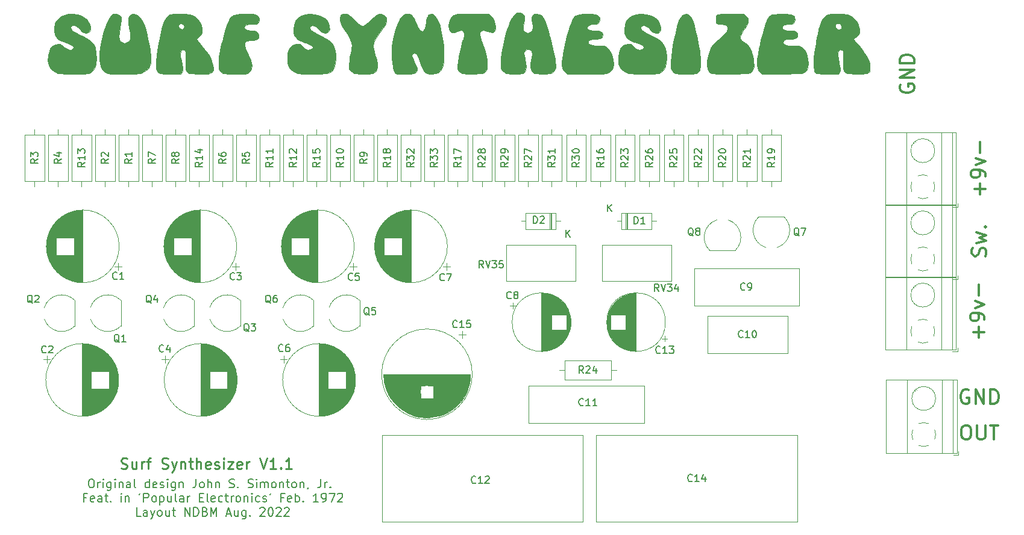
<source format=gbr>
G04 #@! TF.GenerationSoftware,KiCad,Pcbnew,(5.1.0)-1*
G04 #@! TF.CreationDate,2022-08-15T09:48:56-05:00*
G04 #@! TF.ProjectId,surfgen,73757266-6765-46e2-9e6b-696361645f70,rev?*
G04 #@! TF.SameCoordinates,Original*
G04 #@! TF.FileFunction,Legend,Top*
G04 #@! TF.FilePolarity,Positive*
%FSLAX46Y46*%
G04 Gerber Fmt 4.6, Leading zero omitted, Abs format (unit mm)*
G04 Created by KiCad (PCBNEW (5.1.0)-1) date 2022-08-15 09:48:56*
%MOMM*%
%LPD*%
G04 APERTURE LIST*
%ADD10C,0.250000*%
%ADD11C,0.200000*%
%ADD12C,0.300000*%
%ADD13C,0.120000*%
%ADD14C,0.100000*%
%ADD15C,0.010000*%
%ADD16C,0.150000*%
%ADD17C,1.702000*%
%ADD18C,9.302000*%
%ADD19C,2.702000*%
%ADD20R,2.702000X2.702000*%
%ADD21C,2.502000*%
%ADD22O,1.702000X1.702000*%
%ADD23R,1.202000X1.902000*%
%ADD24C,1.202000*%
%ADD25R,1.902000X1.202000*%
%ADD26C,1.542000*%
%ADD27R,1.702000X1.702000*%
%ADD28C,2.102000*%
%ADD29R,2.102000X2.102000*%
G04 APERTURE END LIST*
D10*
X104875714Y-125575142D02*
X105090000Y-125646571D01*
X105447142Y-125646571D01*
X105590000Y-125575142D01*
X105661428Y-125503714D01*
X105732857Y-125360857D01*
X105732857Y-125218000D01*
X105661428Y-125075142D01*
X105590000Y-125003714D01*
X105447142Y-124932285D01*
X105161428Y-124860857D01*
X105018571Y-124789428D01*
X104947142Y-124718000D01*
X104875714Y-124575142D01*
X104875714Y-124432285D01*
X104947142Y-124289428D01*
X105018571Y-124218000D01*
X105161428Y-124146571D01*
X105518571Y-124146571D01*
X105732857Y-124218000D01*
X107018571Y-124646571D02*
X107018571Y-125646571D01*
X106375714Y-124646571D02*
X106375714Y-125432285D01*
X106447142Y-125575142D01*
X106590000Y-125646571D01*
X106804285Y-125646571D01*
X106947142Y-125575142D01*
X107018571Y-125503714D01*
X107732857Y-125646571D02*
X107732857Y-124646571D01*
X107732857Y-124932285D02*
X107804285Y-124789428D01*
X107875714Y-124718000D01*
X108018571Y-124646571D01*
X108161428Y-124646571D01*
X108447142Y-124646571D02*
X109018571Y-124646571D01*
X108661428Y-125646571D02*
X108661428Y-124360857D01*
X108732857Y-124218000D01*
X108875714Y-124146571D01*
X109018571Y-124146571D01*
X110590000Y-125575142D02*
X110804285Y-125646571D01*
X111161428Y-125646571D01*
X111304285Y-125575142D01*
X111375714Y-125503714D01*
X111447142Y-125360857D01*
X111447142Y-125218000D01*
X111375714Y-125075142D01*
X111304285Y-125003714D01*
X111161428Y-124932285D01*
X110875714Y-124860857D01*
X110732857Y-124789428D01*
X110661428Y-124718000D01*
X110590000Y-124575142D01*
X110590000Y-124432285D01*
X110661428Y-124289428D01*
X110732857Y-124218000D01*
X110875714Y-124146571D01*
X111232857Y-124146571D01*
X111447142Y-124218000D01*
X111947142Y-124646571D02*
X112304285Y-125646571D01*
X112661428Y-124646571D02*
X112304285Y-125646571D01*
X112161428Y-126003714D01*
X112090000Y-126075142D01*
X111947142Y-126146571D01*
X113232857Y-124646571D02*
X113232857Y-125646571D01*
X113232857Y-124789428D02*
X113304285Y-124718000D01*
X113447142Y-124646571D01*
X113661428Y-124646571D01*
X113804285Y-124718000D01*
X113875714Y-124860857D01*
X113875714Y-125646571D01*
X114375714Y-124646571D02*
X114947142Y-124646571D01*
X114590000Y-124146571D02*
X114590000Y-125432285D01*
X114661428Y-125575142D01*
X114804285Y-125646571D01*
X114947142Y-125646571D01*
X115447142Y-125646571D02*
X115447142Y-124146571D01*
X116090000Y-125646571D02*
X116090000Y-124860857D01*
X116018571Y-124718000D01*
X115875714Y-124646571D01*
X115661428Y-124646571D01*
X115518571Y-124718000D01*
X115447142Y-124789428D01*
X117375714Y-125575142D02*
X117232857Y-125646571D01*
X116947142Y-125646571D01*
X116804285Y-125575142D01*
X116732857Y-125432285D01*
X116732857Y-124860857D01*
X116804285Y-124718000D01*
X116947142Y-124646571D01*
X117232857Y-124646571D01*
X117375714Y-124718000D01*
X117447142Y-124860857D01*
X117447142Y-125003714D01*
X116732857Y-125146571D01*
X118018571Y-125575142D02*
X118161428Y-125646571D01*
X118447142Y-125646571D01*
X118590000Y-125575142D01*
X118661428Y-125432285D01*
X118661428Y-125360857D01*
X118590000Y-125218000D01*
X118447142Y-125146571D01*
X118232857Y-125146571D01*
X118090000Y-125075142D01*
X118018571Y-124932285D01*
X118018571Y-124860857D01*
X118090000Y-124718000D01*
X118232857Y-124646571D01*
X118447142Y-124646571D01*
X118590000Y-124718000D01*
X119304285Y-125646571D02*
X119304285Y-124646571D01*
X119304285Y-124146571D02*
X119232857Y-124218000D01*
X119304285Y-124289428D01*
X119375714Y-124218000D01*
X119304285Y-124146571D01*
X119304285Y-124289428D01*
X119875714Y-124646571D02*
X120661428Y-124646571D01*
X119875714Y-125646571D01*
X120661428Y-125646571D01*
X121804285Y-125575142D02*
X121661428Y-125646571D01*
X121375714Y-125646571D01*
X121232857Y-125575142D01*
X121161428Y-125432285D01*
X121161428Y-124860857D01*
X121232857Y-124718000D01*
X121375714Y-124646571D01*
X121661428Y-124646571D01*
X121804285Y-124718000D01*
X121875714Y-124860857D01*
X121875714Y-125003714D01*
X121161428Y-125146571D01*
X122518571Y-125646571D02*
X122518571Y-124646571D01*
X122518571Y-124932285D02*
X122590000Y-124789428D01*
X122661428Y-124718000D01*
X122804285Y-124646571D01*
X122947142Y-124646571D01*
X124375714Y-124146571D02*
X124875714Y-125646571D01*
X125375714Y-124146571D01*
X126661428Y-125646571D02*
X125804285Y-125646571D01*
X126232857Y-125646571D02*
X126232857Y-124146571D01*
X126090000Y-124360857D01*
X125947142Y-124503714D01*
X125804285Y-124575142D01*
X127304285Y-125503714D02*
X127375714Y-125575142D01*
X127304285Y-125646571D01*
X127232857Y-125575142D01*
X127304285Y-125503714D01*
X127304285Y-125646571D01*
X128804285Y-125646571D02*
X127947142Y-125646571D01*
X128375714Y-125646571D02*
X128375714Y-124146571D01*
X128232857Y-124360857D01*
X128090000Y-124503714D01*
X127947142Y-124575142D01*
D11*
X100582971Y-127086057D02*
X100811542Y-127086057D01*
X100925828Y-127143200D01*
X101040114Y-127257485D01*
X101097257Y-127486057D01*
X101097257Y-127886057D01*
X101040114Y-128114628D01*
X100925828Y-128228914D01*
X100811542Y-128286057D01*
X100582971Y-128286057D01*
X100468685Y-128228914D01*
X100354400Y-128114628D01*
X100297257Y-127886057D01*
X100297257Y-127486057D01*
X100354400Y-127257485D01*
X100468685Y-127143200D01*
X100582971Y-127086057D01*
X101611542Y-128286057D02*
X101611542Y-127486057D01*
X101611542Y-127714628D02*
X101668685Y-127600342D01*
X101725828Y-127543200D01*
X101840114Y-127486057D01*
X101954400Y-127486057D01*
X102354400Y-128286057D02*
X102354400Y-127486057D01*
X102354400Y-127086057D02*
X102297257Y-127143200D01*
X102354400Y-127200342D01*
X102411542Y-127143200D01*
X102354400Y-127086057D01*
X102354400Y-127200342D01*
X103440114Y-127486057D02*
X103440114Y-128457485D01*
X103382971Y-128571771D01*
X103325828Y-128628914D01*
X103211542Y-128686057D01*
X103040114Y-128686057D01*
X102925828Y-128628914D01*
X103440114Y-128228914D02*
X103325828Y-128286057D01*
X103097257Y-128286057D01*
X102982971Y-128228914D01*
X102925828Y-128171771D01*
X102868685Y-128057485D01*
X102868685Y-127714628D01*
X102925828Y-127600342D01*
X102982971Y-127543200D01*
X103097257Y-127486057D01*
X103325828Y-127486057D01*
X103440114Y-127543200D01*
X104011542Y-128286057D02*
X104011542Y-127486057D01*
X104011542Y-127086057D02*
X103954400Y-127143200D01*
X104011542Y-127200342D01*
X104068685Y-127143200D01*
X104011542Y-127086057D01*
X104011542Y-127200342D01*
X104582971Y-127486057D02*
X104582971Y-128286057D01*
X104582971Y-127600342D02*
X104640114Y-127543200D01*
X104754400Y-127486057D01*
X104925828Y-127486057D01*
X105040114Y-127543200D01*
X105097257Y-127657485D01*
X105097257Y-128286057D01*
X106182971Y-128286057D02*
X106182971Y-127657485D01*
X106125828Y-127543200D01*
X106011542Y-127486057D01*
X105782971Y-127486057D01*
X105668685Y-127543200D01*
X106182971Y-128228914D02*
X106068685Y-128286057D01*
X105782971Y-128286057D01*
X105668685Y-128228914D01*
X105611542Y-128114628D01*
X105611542Y-128000342D01*
X105668685Y-127886057D01*
X105782971Y-127828914D01*
X106068685Y-127828914D01*
X106182971Y-127771771D01*
X106925828Y-128286057D02*
X106811542Y-128228914D01*
X106754400Y-128114628D01*
X106754400Y-127086057D01*
X108811542Y-128286057D02*
X108811542Y-127086057D01*
X108811542Y-128228914D02*
X108697257Y-128286057D01*
X108468685Y-128286057D01*
X108354400Y-128228914D01*
X108297257Y-128171771D01*
X108240114Y-128057485D01*
X108240114Y-127714628D01*
X108297257Y-127600342D01*
X108354400Y-127543200D01*
X108468685Y-127486057D01*
X108697257Y-127486057D01*
X108811542Y-127543200D01*
X109840114Y-128228914D02*
X109725828Y-128286057D01*
X109497257Y-128286057D01*
X109382971Y-128228914D01*
X109325828Y-128114628D01*
X109325828Y-127657485D01*
X109382971Y-127543200D01*
X109497257Y-127486057D01*
X109725828Y-127486057D01*
X109840114Y-127543200D01*
X109897257Y-127657485D01*
X109897257Y-127771771D01*
X109325828Y-127886057D01*
X110354400Y-128228914D02*
X110468685Y-128286057D01*
X110697257Y-128286057D01*
X110811542Y-128228914D01*
X110868685Y-128114628D01*
X110868685Y-128057485D01*
X110811542Y-127943200D01*
X110697257Y-127886057D01*
X110525828Y-127886057D01*
X110411542Y-127828914D01*
X110354400Y-127714628D01*
X110354400Y-127657485D01*
X110411542Y-127543200D01*
X110525828Y-127486057D01*
X110697257Y-127486057D01*
X110811542Y-127543200D01*
X111382971Y-128286057D02*
X111382971Y-127486057D01*
X111382971Y-127086057D02*
X111325828Y-127143200D01*
X111382971Y-127200342D01*
X111440114Y-127143200D01*
X111382971Y-127086057D01*
X111382971Y-127200342D01*
X112468685Y-127486057D02*
X112468685Y-128457485D01*
X112411542Y-128571771D01*
X112354400Y-128628914D01*
X112240114Y-128686057D01*
X112068685Y-128686057D01*
X111954400Y-128628914D01*
X112468685Y-128228914D02*
X112354400Y-128286057D01*
X112125828Y-128286057D01*
X112011542Y-128228914D01*
X111954400Y-128171771D01*
X111897257Y-128057485D01*
X111897257Y-127714628D01*
X111954400Y-127600342D01*
X112011542Y-127543200D01*
X112125828Y-127486057D01*
X112354400Y-127486057D01*
X112468685Y-127543200D01*
X113040114Y-127486057D02*
X113040114Y-128286057D01*
X113040114Y-127600342D02*
X113097257Y-127543200D01*
X113211542Y-127486057D01*
X113382971Y-127486057D01*
X113497257Y-127543200D01*
X113554400Y-127657485D01*
X113554400Y-128286057D01*
X115382971Y-127086057D02*
X115382971Y-127943200D01*
X115325828Y-128114628D01*
X115211542Y-128228914D01*
X115040114Y-128286057D01*
X114925828Y-128286057D01*
X116125828Y-128286057D02*
X116011542Y-128228914D01*
X115954400Y-128171771D01*
X115897257Y-128057485D01*
X115897257Y-127714628D01*
X115954400Y-127600342D01*
X116011542Y-127543200D01*
X116125828Y-127486057D01*
X116297257Y-127486057D01*
X116411542Y-127543200D01*
X116468685Y-127600342D01*
X116525828Y-127714628D01*
X116525828Y-128057485D01*
X116468685Y-128171771D01*
X116411542Y-128228914D01*
X116297257Y-128286057D01*
X116125828Y-128286057D01*
X117040114Y-128286057D02*
X117040114Y-127086057D01*
X117554400Y-128286057D02*
X117554400Y-127657485D01*
X117497257Y-127543200D01*
X117382971Y-127486057D01*
X117211542Y-127486057D01*
X117097257Y-127543200D01*
X117040114Y-127600342D01*
X118125828Y-127486057D02*
X118125828Y-128286057D01*
X118125828Y-127600342D02*
X118182971Y-127543200D01*
X118297257Y-127486057D01*
X118468685Y-127486057D01*
X118582971Y-127543200D01*
X118640114Y-127657485D01*
X118640114Y-128286057D01*
X120068685Y-128228914D02*
X120240114Y-128286057D01*
X120525828Y-128286057D01*
X120640114Y-128228914D01*
X120697257Y-128171771D01*
X120754400Y-128057485D01*
X120754400Y-127943200D01*
X120697257Y-127828914D01*
X120640114Y-127771771D01*
X120525828Y-127714628D01*
X120297257Y-127657485D01*
X120182971Y-127600342D01*
X120125828Y-127543200D01*
X120068685Y-127428914D01*
X120068685Y-127314628D01*
X120125828Y-127200342D01*
X120182971Y-127143200D01*
X120297257Y-127086057D01*
X120582971Y-127086057D01*
X120754400Y-127143200D01*
X121268685Y-128171771D02*
X121325828Y-128228914D01*
X121268685Y-128286057D01*
X121211542Y-128228914D01*
X121268685Y-128171771D01*
X121268685Y-128286057D01*
X122697257Y-128228914D02*
X122868685Y-128286057D01*
X123154400Y-128286057D01*
X123268685Y-128228914D01*
X123325828Y-128171771D01*
X123382971Y-128057485D01*
X123382971Y-127943200D01*
X123325828Y-127828914D01*
X123268685Y-127771771D01*
X123154400Y-127714628D01*
X122925828Y-127657485D01*
X122811542Y-127600342D01*
X122754400Y-127543200D01*
X122697257Y-127428914D01*
X122697257Y-127314628D01*
X122754400Y-127200342D01*
X122811542Y-127143200D01*
X122925828Y-127086057D01*
X123211542Y-127086057D01*
X123382971Y-127143200D01*
X123897257Y-128286057D02*
X123897257Y-127486057D01*
X123897257Y-127086057D02*
X123840114Y-127143200D01*
X123897257Y-127200342D01*
X123954400Y-127143200D01*
X123897257Y-127086057D01*
X123897257Y-127200342D01*
X124468685Y-128286057D02*
X124468685Y-127486057D01*
X124468685Y-127600342D02*
X124525828Y-127543200D01*
X124640114Y-127486057D01*
X124811542Y-127486057D01*
X124925828Y-127543200D01*
X124982971Y-127657485D01*
X124982971Y-128286057D01*
X124982971Y-127657485D02*
X125040114Y-127543200D01*
X125154400Y-127486057D01*
X125325828Y-127486057D01*
X125440114Y-127543200D01*
X125497257Y-127657485D01*
X125497257Y-128286057D01*
X126240114Y-128286057D02*
X126125828Y-128228914D01*
X126068685Y-128171771D01*
X126011542Y-128057485D01*
X126011542Y-127714628D01*
X126068685Y-127600342D01*
X126125828Y-127543200D01*
X126240114Y-127486057D01*
X126411542Y-127486057D01*
X126525828Y-127543200D01*
X126582971Y-127600342D01*
X126640114Y-127714628D01*
X126640114Y-128057485D01*
X126582971Y-128171771D01*
X126525828Y-128228914D01*
X126411542Y-128286057D01*
X126240114Y-128286057D01*
X127154400Y-127486057D02*
X127154400Y-128286057D01*
X127154400Y-127600342D02*
X127211542Y-127543200D01*
X127325828Y-127486057D01*
X127497257Y-127486057D01*
X127611542Y-127543200D01*
X127668685Y-127657485D01*
X127668685Y-128286057D01*
X128068685Y-127486057D02*
X128525828Y-127486057D01*
X128240114Y-127086057D02*
X128240114Y-128114628D01*
X128297257Y-128228914D01*
X128411542Y-128286057D01*
X128525828Y-128286057D01*
X129097257Y-128286057D02*
X128982971Y-128228914D01*
X128925828Y-128171771D01*
X128868685Y-128057485D01*
X128868685Y-127714628D01*
X128925828Y-127600342D01*
X128982971Y-127543200D01*
X129097257Y-127486057D01*
X129268685Y-127486057D01*
X129382971Y-127543200D01*
X129440114Y-127600342D01*
X129497257Y-127714628D01*
X129497257Y-128057485D01*
X129440114Y-128171771D01*
X129382971Y-128228914D01*
X129268685Y-128286057D01*
X129097257Y-128286057D01*
X130011542Y-127486057D02*
X130011542Y-128286057D01*
X130011542Y-127600342D02*
X130068685Y-127543200D01*
X130182971Y-127486057D01*
X130354400Y-127486057D01*
X130468685Y-127543200D01*
X130525828Y-127657485D01*
X130525828Y-128286057D01*
X131154400Y-128228914D02*
X131154400Y-128286057D01*
X131097257Y-128400342D01*
X131040114Y-128457485D01*
X132925828Y-127086057D02*
X132925828Y-127943200D01*
X132868685Y-128114628D01*
X132754400Y-128228914D01*
X132582971Y-128286057D01*
X132468685Y-128286057D01*
X133497257Y-128286057D02*
X133497257Y-127486057D01*
X133497257Y-127714628D02*
X133554400Y-127600342D01*
X133611542Y-127543200D01*
X133725828Y-127486057D01*
X133840114Y-127486057D01*
X134240114Y-128171771D02*
X134297257Y-128228914D01*
X134240114Y-128286057D01*
X134182971Y-128228914D01*
X134240114Y-128171771D01*
X134240114Y-128286057D01*
X99982971Y-129657485D02*
X99582971Y-129657485D01*
X99582971Y-130286057D02*
X99582971Y-129086057D01*
X100154399Y-129086057D01*
X101068685Y-130228914D02*
X100954399Y-130286057D01*
X100725828Y-130286057D01*
X100611542Y-130228914D01*
X100554399Y-130114628D01*
X100554399Y-129657485D01*
X100611542Y-129543200D01*
X100725828Y-129486057D01*
X100954399Y-129486057D01*
X101068685Y-129543200D01*
X101125828Y-129657485D01*
X101125828Y-129771771D01*
X100554399Y-129886057D01*
X102154399Y-130286057D02*
X102154399Y-129657485D01*
X102097257Y-129543200D01*
X101982971Y-129486057D01*
X101754399Y-129486057D01*
X101640114Y-129543200D01*
X102154399Y-130228914D02*
X102040114Y-130286057D01*
X101754399Y-130286057D01*
X101640114Y-130228914D01*
X101582971Y-130114628D01*
X101582971Y-130000342D01*
X101640114Y-129886057D01*
X101754399Y-129828914D01*
X102040114Y-129828914D01*
X102154399Y-129771771D01*
X102554399Y-129486057D02*
X103011542Y-129486057D01*
X102725828Y-129086057D02*
X102725828Y-130114628D01*
X102782971Y-130228914D01*
X102897257Y-130286057D01*
X103011542Y-130286057D01*
X103411542Y-130171771D02*
X103468685Y-130228914D01*
X103411542Y-130286057D01*
X103354399Y-130228914D01*
X103411542Y-130171771D01*
X103411542Y-130286057D01*
X104897257Y-130286057D02*
X104897257Y-129486057D01*
X104897257Y-129086057D02*
X104840114Y-129143200D01*
X104897257Y-129200342D01*
X104954399Y-129143200D01*
X104897257Y-129086057D01*
X104897257Y-129200342D01*
X105468685Y-129486057D02*
X105468685Y-130286057D01*
X105468685Y-129600342D02*
X105525828Y-129543200D01*
X105640114Y-129486057D01*
X105811542Y-129486057D01*
X105925828Y-129543200D01*
X105982971Y-129657485D01*
X105982971Y-130286057D01*
X107525828Y-129086057D02*
X107411542Y-129314628D01*
X108040114Y-130286057D02*
X108040114Y-129086057D01*
X108497257Y-129086057D01*
X108611542Y-129143200D01*
X108668685Y-129200342D01*
X108725828Y-129314628D01*
X108725828Y-129486057D01*
X108668685Y-129600342D01*
X108611542Y-129657485D01*
X108497257Y-129714628D01*
X108040114Y-129714628D01*
X109411542Y-130286057D02*
X109297257Y-130228914D01*
X109240114Y-130171771D01*
X109182971Y-130057485D01*
X109182971Y-129714628D01*
X109240114Y-129600342D01*
X109297257Y-129543200D01*
X109411542Y-129486057D01*
X109582971Y-129486057D01*
X109697257Y-129543200D01*
X109754399Y-129600342D01*
X109811542Y-129714628D01*
X109811542Y-130057485D01*
X109754399Y-130171771D01*
X109697257Y-130228914D01*
X109582971Y-130286057D01*
X109411542Y-130286057D01*
X110325828Y-129486057D02*
X110325828Y-130686057D01*
X110325828Y-129543200D02*
X110440114Y-129486057D01*
X110668685Y-129486057D01*
X110782971Y-129543200D01*
X110840114Y-129600342D01*
X110897257Y-129714628D01*
X110897257Y-130057485D01*
X110840114Y-130171771D01*
X110782971Y-130228914D01*
X110668685Y-130286057D01*
X110440114Y-130286057D01*
X110325828Y-130228914D01*
X111925828Y-129486057D02*
X111925828Y-130286057D01*
X111411542Y-129486057D02*
X111411542Y-130114628D01*
X111468685Y-130228914D01*
X111582971Y-130286057D01*
X111754399Y-130286057D01*
X111868685Y-130228914D01*
X111925828Y-130171771D01*
X112668685Y-130286057D02*
X112554399Y-130228914D01*
X112497257Y-130114628D01*
X112497257Y-129086057D01*
X113640114Y-130286057D02*
X113640114Y-129657485D01*
X113582971Y-129543200D01*
X113468685Y-129486057D01*
X113240114Y-129486057D01*
X113125828Y-129543200D01*
X113640114Y-130228914D02*
X113525828Y-130286057D01*
X113240114Y-130286057D01*
X113125828Y-130228914D01*
X113068685Y-130114628D01*
X113068685Y-130000342D01*
X113125828Y-129886057D01*
X113240114Y-129828914D01*
X113525828Y-129828914D01*
X113640114Y-129771771D01*
X114211542Y-130286057D02*
X114211542Y-129486057D01*
X114211542Y-129714628D02*
X114268685Y-129600342D01*
X114325828Y-129543200D01*
X114440114Y-129486057D01*
X114554399Y-129486057D01*
X115868685Y-129657485D02*
X116268685Y-129657485D01*
X116440114Y-130286057D02*
X115868685Y-130286057D01*
X115868685Y-129086057D01*
X116440114Y-129086057D01*
X117125828Y-130286057D02*
X117011542Y-130228914D01*
X116954400Y-130114628D01*
X116954400Y-129086057D01*
X118040114Y-130228914D02*
X117925828Y-130286057D01*
X117697257Y-130286057D01*
X117582971Y-130228914D01*
X117525828Y-130114628D01*
X117525828Y-129657485D01*
X117582971Y-129543200D01*
X117697257Y-129486057D01*
X117925828Y-129486057D01*
X118040114Y-129543200D01*
X118097257Y-129657485D01*
X118097257Y-129771771D01*
X117525828Y-129886057D01*
X119125828Y-130228914D02*
X119011542Y-130286057D01*
X118782971Y-130286057D01*
X118668685Y-130228914D01*
X118611542Y-130171771D01*
X118554400Y-130057485D01*
X118554400Y-129714628D01*
X118611542Y-129600342D01*
X118668685Y-129543200D01*
X118782971Y-129486057D01*
X119011542Y-129486057D01*
X119125828Y-129543200D01*
X119468685Y-129486057D02*
X119925828Y-129486057D01*
X119640114Y-129086057D02*
X119640114Y-130114628D01*
X119697257Y-130228914D01*
X119811542Y-130286057D01*
X119925828Y-130286057D01*
X120325828Y-130286057D02*
X120325828Y-129486057D01*
X120325828Y-129714628D02*
X120382971Y-129600342D01*
X120440114Y-129543200D01*
X120554400Y-129486057D01*
X120668685Y-129486057D01*
X121240114Y-130286057D02*
X121125828Y-130228914D01*
X121068685Y-130171771D01*
X121011542Y-130057485D01*
X121011542Y-129714628D01*
X121068685Y-129600342D01*
X121125828Y-129543200D01*
X121240114Y-129486057D01*
X121411542Y-129486057D01*
X121525828Y-129543200D01*
X121582971Y-129600342D01*
X121640114Y-129714628D01*
X121640114Y-130057485D01*
X121582971Y-130171771D01*
X121525828Y-130228914D01*
X121411542Y-130286057D01*
X121240114Y-130286057D01*
X122154400Y-129486057D02*
X122154400Y-130286057D01*
X122154400Y-129600342D02*
X122211542Y-129543200D01*
X122325828Y-129486057D01*
X122497257Y-129486057D01*
X122611542Y-129543200D01*
X122668685Y-129657485D01*
X122668685Y-130286057D01*
X123240114Y-130286057D02*
X123240114Y-129486057D01*
X123240114Y-129086057D02*
X123182971Y-129143200D01*
X123240114Y-129200342D01*
X123297257Y-129143200D01*
X123240114Y-129086057D01*
X123240114Y-129200342D01*
X124325828Y-130228914D02*
X124211542Y-130286057D01*
X123982971Y-130286057D01*
X123868685Y-130228914D01*
X123811542Y-130171771D01*
X123754400Y-130057485D01*
X123754400Y-129714628D01*
X123811542Y-129600342D01*
X123868685Y-129543200D01*
X123982971Y-129486057D01*
X124211542Y-129486057D01*
X124325828Y-129543200D01*
X124782971Y-130228914D02*
X124897257Y-130286057D01*
X125125828Y-130286057D01*
X125240114Y-130228914D01*
X125297257Y-130114628D01*
X125297257Y-130057485D01*
X125240114Y-129943200D01*
X125125828Y-129886057D01*
X124954400Y-129886057D01*
X124840114Y-129828914D01*
X124782971Y-129714628D01*
X124782971Y-129657485D01*
X124840114Y-129543200D01*
X124954400Y-129486057D01*
X125125828Y-129486057D01*
X125240114Y-129543200D01*
X125868685Y-129086057D02*
X125754400Y-129314628D01*
X127697257Y-129657485D02*
X127297257Y-129657485D01*
X127297257Y-130286057D02*
X127297257Y-129086057D01*
X127868685Y-129086057D01*
X128782971Y-130228914D02*
X128668685Y-130286057D01*
X128440114Y-130286057D01*
X128325828Y-130228914D01*
X128268685Y-130114628D01*
X128268685Y-129657485D01*
X128325828Y-129543200D01*
X128440114Y-129486057D01*
X128668685Y-129486057D01*
X128782971Y-129543200D01*
X128840114Y-129657485D01*
X128840114Y-129771771D01*
X128268685Y-129886057D01*
X129354400Y-130286057D02*
X129354400Y-129086057D01*
X129354400Y-129543200D02*
X129468685Y-129486057D01*
X129697257Y-129486057D01*
X129811542Y-129543200D01*
X129868685Y-129600342D01*
X129925828Y-129714628D01*
X129925828Y-130057485D01*
X129868685Y-130171771D01*
X129811542Y-130228914D01*
X129697257Y-130286057D01*
X129468685Y-130286057D01*
X129354400Y-130228914D01*
X130440114Y-130171771D02*
X130497257Y-130228914D01*
X130440114Y-130286057D01*
X130382971Y-130228914D01*
X130440114Y-130171771D01*
X130440114Y-130286057D01*
X132554400Y-130286057D02*
X131868685Y-130286057D01*
X132211542Y-130286057D02*
X132211542Y-129086057D01*
X132097257Y-129257485D01*
X131982971Y-129371771D01*
X131868685Y-129428914D01*
X133125828Y-130286057D02*
X133354400Y-130286057D01*
X133468685Y-130228914D01*
X133525828Y-130171771D01*
X133640114Y-130000342D01*
X133697257Y-129771771D01*
X133697257Y-129314628D01*
X133640114Y-129200342D01*
X133582971Y-129143200D01*
X133468685Y-129086057D01*
X133240114Y-129086057D01*
X133125828Y-129143200D01*
X133068685Y-129200342D01*
X133011542Y-129314628D01*
X133011542Y-129600342D01*
X133068685Y-129714628D01*
X133125828Y-129771771D01*
X133240114Y-129828914D01*
X133468685Y-129828914D01*
X133582971Y-129771771D01*
X133640114Y-129714628D01*
X133697257Y-129600342D01*
X134097257Y-129086057D02*
X134897257Y-129086057D01*
X134382971Y-130286057D01*
X135297257Y-129200342D02*
X135354400Y-129143200D01*
X135468685Y-129086057D01*
X135754400Y-129086057D01*
X135868685Y-129143200D01*
X135925828Y-129200342D01*
X135982971Y-129314628D01*
X135982971Y-129428914D01*
X135925828Y-129600342D01*
X135240114Y-130286057D01*
X135982971Y-130286057D01*
X107640114Y-132286057D02*
X107068685Y-132286057D01*
X107068685Y-131086057D01*
X108554400Y-132286057D02*
X108554400Y-131657485D01*
X108497257Y-131543200D01*
X108382971Y-131486057D01*
X108154400Y-131486057D01*
X108040114Y-131543200D01*
X108554400Y-132228914D02*
X108440114Y-132286057D01*
X108154400Y-132286057D01*
X108040114Y-132228914D01*
X107982971Y-132114628D01*
X107982971Y-132000342D01*
X108040114Y-131886057D01*
X108154400Y-131828914D01*
X108440114Y-131828914D01*
X108554400Y-131771771D01*
X109011542Y-131486057D02*
X109297257Y-132286057D01*
X109582971Y-131486057D02*
X109297257Y-132286057D01*
X109182971Y-132571771D01*
X109125828Y-132628914D01*
X109011542Y-132686057D01*
X110211542Y-132286057D02*
X110097257Y-132228914D01*
X110040114Y-132171771D01*
X109982971Y-132057485D01*
X109982971Y-131714628D01*
X110040114Y-131600342D01*
X110097257Y-131543200D01*
X110211542Y-131486057D01*
X110382971Y-131486057D01*
X110497257Y-131543200D01*
X110554400Y-131600342D01*
X110611542Y-131714628D01*
X110611542Y-132057485D01*
X110554400Y-132171771D01*
X110497257Y-132228914D01*
X110382971Y-132286057D01*
X110211542Y-132286057D01*
X111640114Y-131486057D02*
X111640114Y-132286057D01*
X111125828Y-131486057D02*
X111125828Y-132114628D01*
X111182971Y-132228914D01*
X111297257Y-132286057D01*
X111468685Y-132286057D01*
X111582971Y-132228914D01*
X111640114Y-132171771D01*
X112040114Y-131486057D02*
X112497257Y-131486057D01*
X112211542Y-131086057D02*
X112211542Y-132114628D01*
X112268685Y-132228914D01*
X112382971Y-132286057D01*
X112497257Y-132286057D01*
X113811542Y-132286057D02*
X113811542Y-131086057D01*
X114497257Y-132286057D01*
X114497257Y-131086057D01*
X115068685Y-132286057D02*
X115068685Y-131086057D01*
X115354400Y-131086057D01*
X115525828Y-131143200D01*
X115640114Y-131257485D01*
X115697257Y-131371771D01*
X115754400Y-131600342D01*
X115754400Y-131771771D01*
X115697257Y-132000342D01*
X115640114Y-132114628D01*
X115525828Y-132228914D01*
X115354400Y-132286057D01*
X115068685Y-132286057D01*
X116668685Y-131657485D02*
X116840114Y-131714628D01*
X116897257Y-131771771D01*
X116954400Y-131886057D01*
X116954400Y-132057485D01*
X116897257Y-132171771D01*
X116840114Y-132228914D01*
X116725828Y-132286057D01*
X116268685Y-132286057D01*
X116268685Y-131086057D01*
X116668685Y-131086057D01*
X116782971Y-131143200D01*
X116840114Y-131200342D01*
X116897257Y-131314628D01*
X116897257Y-131428914D01*
X116840114Y-131543200D01*
X116782971Y-131600342D01*
X116668685Y-131657485D01*
X116268685Y-131657485D01*
X117468685Y-132286057D02*
X117468685Y-131086057D01*
X117868685Y-131943200D01*
X118268685Y-131086057D01*
X118268685Y-132286057D01*
X119697257Y-131943200D02*
X120268685Y-131943200D01*
X119582971Y-132286057D02*
X119982971Y-131086057D01*
X120382971Y-132286057D01*
X121297257Y-131486057D02*
X121297257Y-132286057D01*
X120782971Y-131486057D02*
X120782971Y-132114628D01*
X120840114Y-132228914D01*
X120954400Y-132286057D01*
X121125828Y-132286057D01*
X121240114Y-132228914D01*
X121297257Y-132171771D01*
X122382971Y-131486057D02*
X122382971Y-132457485D01*
X122325828Y-132571771D01*
X122268685Y-132628914D01*
X122154400Y-132686057D01*
X121982971Y-132686057D01*
X121868685Y-132628914D01*
X122382971Y-132228914D02*
X122268685Y-132286057D01*
X122040114Y-132286057D01*
X121925828Y-132228914D01*
X121868685Y-132171771D01*
X121811542Y-132057485D01*
X121811542Y-131714628D01*
X121868685Y-131600342D01*
X121925828Y-131543200D01*
X122040114Y-131486057D01*
X122268685Y-131486057D01*
X122382971Y-131543200D01*
X122954400Y-132171771D02*
X123011542Y-132228914D01*
X122954400Y-132286057D01*
X122897257Y-132228914D01*
X122954400Y-132171771D01*
X122954400Y-132286057D01*
X124382971Y-131200342D02*
X124440114Y-131143200D01*
X124554400Y-131086057D01*
X124840114Y-131086057D01*
X124954400Y-131143200D01*
X125011542Y-131200342D01*
X125068685Y-131314628D01*
X125068685Y-131428914D01*
X125011542Y-131600342D01*
X124325828Y-132286057D01*
X125068685Y-132286057D01*
X125811542Y-131086057D02*
X125925828Y-131086057D01*
X126040114Y-131143200D01*
X126097257Y-131200342D01*
X126154400Y-131314628D01*
X126211542Y-131543200D01*
X126211542Y-131828914D01*
X126154400Y-132057485D01*
X126097257Y-132171771D01*
X126040114Y-132228914D01*
X125925828Y-132286057D01*
X125811542Y-132286057D01*
X125697257Y-132228914D01*
X125640114Y-132171771D01*
X125582971Y-132057485D01*
X125525828Y-131828914D01*
X125525828Y-131543200D01*
X125582971Y-131314628D01*
X125640114Y-131200342D01*
X125697257Y-131143200D01*
X125811542Y-131086057D01*
X126668685Y-131200342D02*
X126725828Y-131143200D01*
X126840114Y-131086057D01*
X127125828Y-131086057D01*
X127240114Y-131143200D01*
X127297257Y-131200342D01*
X127354400Y-131314628D01*
X127354400Y-131428914D01*
X127297257Y-131600342D01*
X126611542Y-132286057D01*
X127354400Y-132286057D01*
X127811542Y-131200342D02*
X127868685Y-131143200D01*
X127982971Y-131086057D01*
X128268685Y-131086057D01*
X128382971Y-131143200D01*
X128440114Y-131200342D01*
X128497257Y-131314628D01*
X128497257Y-131428914D01*
X128440114Y-131600342D01*
X127754400Y-132286057D01*
X128497257Y-132286057D01*
D12*
X223939290Y-114582700D02*
X223748814Y-114487461D01*
X223463100Y-114487461D01*
X223177385Y-114582700D01*
X222986909Y-114773176D01*
X222891671Y-114963652D01*
X222796433Y-115344604D01*
X222796433Y-115630319D01*
X222891671Y-116011271D01*
X222986909Y-116201747D01*
X223177385Y-116392223D01*
X223463100Y-116487461D01*
X223653576Y-116487461D01*
X223939290Y-116392223D01*
X224034528Y-116296985D01*
X224034528Y-115630319D01*
X223653576Y-115630319D01*
X224891671Y-116487461D02*
X224891671Y-114487461D01*
X226034528Y-116487461D01*
X226034528Y-114487461D01*
X226986909Y-116487461D02*
X226986909Y-114487461D01*
X227463100Y-114487461D01*
X227748814Y-114582700D01*
X227939290Y-114773176D01*
X228034528Y-114963652D01*
X228129766Y-115344604D01*
X228129766Y-115630319D01*
X228034528Y-116011271D01*
X227939290Y-116201747D01*
X227748814Y-116392223D01*
X227463100Y-116487461D01*
X226986909Y-116487461D01*
X223399600Y-119503961D02*
X223780552Y-119503961D01*
X223971028Y-119599200D01*
X224161504Y-119789676D01*
X224256742Y-120170628D01*
X224256742Y-120837295D01*
X224161504Y-121218247D01*
X223971028Y-121408723D01*
X223780552Y-121503961D01*
X223399600Y-121503961D01*
X223209123Y-121408723D01*
X223018647Y-121218247D01*
X222923409Y-120837295D01*
X222923409Y-120170628D01*
X223018647Y-119789676D01*
X223209123Y-119599200D01*
X223399600Y-119503961D01*
X225113885Y-119503961D02*
X225113885Y-121123009D01*
X225209123Y-121313485D01*
X225304361Y-121408723D01*
X225494838Y-121503961D01*
X225875790Y-121503961D01*
X226066266Y-121408723D01*
X226161504Y-121313485D01*
X226256742Y-121123009D01*
X226256742Y-119503961D01*
X226923409Y-119503961D02*
X228066266Y-119503961D01*
X227494838Y-121503961D02*
X227494838Y-119503961D01*
X214366600Y-71577009D02*
X214271361Y-71767485D01*
X214271361Y-72053200D01*
X214366600Y-72338914D01*
X214557076Y-72529390D01*
X214747552Y-72624628D01*
X215128504Y-72719866D01*
X215414219Y-72719866D01*
X215795171Y-72624628D01*
X215985647Y-72529390D01*
X216176123Y-72338914D01*
X216271361Y-72053200D01*
X216271361Y-71862723D01*
X216176123Y-71577009D01*
X216080885Y-71481771D01*
X215414219Y-71481771D01*
X215414219Y-71862723D01*
X216271361Y-70624628D02*
X214271361Y-70624628D01*
X216271361Y-69481771D01*
X214271361Y-69481771D01*
X216271361Y-68529390D02*
X214271361Y-68529390D01*
X214271361Y-68053200D01*
X214366600Y-67767485D01*
X214557076Y-67577009D01*
X214747552Y-67481771D01*
X215128504Y-67386533D01*
X215414219Y-67386533D01*
X215795171Y-67481771D01*
X215985647Y-67577009D01*
X216176123Y-67767485D01*
X216271361Y-68053200D01*
X216271361Y-68529390D01*
X226282783Y-95712018D02*
X226378021Y-95426303D01*
X226378021Y-94950113D01*
X226282783Y-94759637D01*
X226187545Y-94664399D01*
X225997069Y-94569160D01*
X225806593Y-94569160D01*
X225616117Y-94664399D01*
X225520879Y-94759637D01*
X225425640Y-94950113D01*
X225330402Y-95331065D01*
X225235164Y-95521541D01*
X225139926Y-95616780D01*
X224949450Y-95712018D01*
X224758974Y-95712018D01*
X224568498Y-95616780D01*
X224473260Y-95521541D01*
X224378021Y-95331065D01*
X224378021Y-94854875D01*
X224473260Y-94569160D01*
X225044688Y-93902494D02*
X226378021Y-93521541D01*
X225425640Y-93140589D01*
X226378021Y-92759637D01*
X225044688Y-92378684D01*
X226187545Y-91616780D02*
X226282783Y-91521541D01*
X226378021Y-91616780D01*
X226282783Y-91712018D01*
X226187545Y-91616780D01*
X226378021Y-91616780D01*
X225395137Y-107193885D02*
X225395137Y-105670076D01*
X226157041Y-106431980D02*
X224633232Y-106431980D01*
X226157041Y-104622457D02*
X226157041Y-104241504D01*
X226061803Y-104051028D01*
X225966565Y-103955790D01*
X225680851Y-103765314D01*
X225299899Y-103670076D01*
X224537994Y-103670076D01*
X224347518Y-103765314D01*
X224252280Y-103860552D01*
X224157041Y-104051028D01*
X224157041Y-104431980D01*
X224252280Y-104622457D01*
X224347518Y-104717695D01*
X224537994Y-104812933D01*
X225014184Y-104812933D01*
X225204660Y-104717695D01*
X225299899Y-104622457D01*
X225395137Y-104431980D01*
X225395137Y-104051028D01*
X225299899Y-103860552D01*
X225204660Y-103765314D01*
X225014184Y-103670076D01*
X224823708Y-103003409D02*
X226157041Y-102527219D01*
X224823708Y-102051028D01*
X225395137Y-101289123D02*
X225395137Y-99765314D01*
X225494197Y-87051685D02*
X225494197Y-85527876D01*
X226256101Y-86289780D02*
X224732292Y-86289780D01*
X226256101Y-84480257D02*
X226256101Y-84099304D01*
X226160863Y-83908828D01*
X226065625Y-83813590D01*
X225779911Y-83623114D01*
X225398959Y-83527876D01*
X224637054Y-83527876D01*
X224446578Y-83623114D01*
X224351340Y-83718352D01*
X224256101Y-83908828D01*
X224256101Y-84289780D01*
X224351340Y-84480257D01*
X224446578Y-84575495D01*
X224637054Y-84670733D01*
X225113244Y-84670733D01*
X225303720Y-84575495D01*
X225398959Y-84480257D01*
X225494197Y-84289780D01*
X225494197Y-83908828D01*
X225398959Y-83718352D01*
X225303720Y-83623114D01*
X225113244Y-83527876D01*
X224922768Y-82861209D02*
X226256101Y-82385019D01*
X224922768Y-81908828D01*
X225494197Y-81146923D02*
X225494197Y-79623114D01*
D13*
X154198000Y-112329600D02*
G75*
G03X154198000Y-112329600I-6370000J0D01*
G01*
X153924000Y-112369600D02*
X141732000Y-112369600D01*
X153923999Y-112369601D02*
G75*
G02X141732001Y-112369599I-6095999J40001D01*
G01*
D14*
G36*
X153924000Y-112369600D02*
G01*
X141732001Y-112369599D01*
X141757400Y-112877600D01*
X141833600Y-113461800D01*
X141986000Y-114046000D01*
X142189200Y-114630200D01*
X142417800Y-115163600D01*
X142748000Y-115697000D01*
X143459200Y-116586000D01*
X143916400Y-117017800D01*
X144399000Y-117373400D01*
X144932400Y-117678200D01*
X145465800Y-117957600D01*
X146024600Y-118160800D01*
X146608800Y-118313200D01*
X146939000Y-118338600D01*
X146939000Y-113944400D01*
X148717000Y-113944400D01*
X148717000Y-118287800D01*
X149555200Y-118186200D01*
X150114000Y-117983000D01*
X150647400Y-117754400D01*
X151180800Y-117424200D01*
X151663400Y-117094000D01*
X152095200Y-116687600D01*
X152527000Y-116230400D01*
X152882600Y-115773200D01*
X153187400Y-115239800D01*
X153441400Y-114706400D01*
X153644600Y-114122200D01*
X153797000Y-113588800D01*
X153898600Y-112979200D01*
X153924000Y-112369600D01*
G37*
X153924000Y-112369600D02*
X141732001Y-112369599D01*
X141757400Y-112877600D01*
X141833600Y-113461800D01*
X141986000Y-114046000D01*
X142189200Y-114630200D01*
X142417800Y-115163600D01*
X142748000Y-115697000D01*
X143459200Y-116586000D01*
X143916400Y-117017800D01*
X144399000Y-117373400D01*
X144932400Y-117678200D01*
X145465800Y-117957600D01*
X146024600Y-118160800D01*
X146608800Y-118313200D01*
X146939000Y-118338600D01*
X146939000Y-113944400D01*
X148717000Y-113944400D01*
X148717000Y-118287800D01*
X149555200Y-118186200D01*
X150114000Y-117983000D01*
X150647400Y-117754400D01*
X151180800Y-117424200D01*
X151663400Y-117094000D01*
X152095200Y-116687600D01*
X152527000Y-116230400D01*
X152882600Y-115773200D01*
X153187400Y-115239800D01*
X153441400Y-114706400D01*
X153644600Y-114122200D01*
X153797000Y-113588800D01*
X153898600Y-112979200D01*
X153924000Y-112369600D01*
D13*
X152781000Y-106273600D02*
X152781000Y-107289600D01*
X152273000Y-106781600D02*
X153289000Y-106781600D01*
D14*
G36*
X148640800Y-115722400D02*
G01*
X146989800Y-115722400D01*
X147002500Y-118364000D01*
X147497800Y-118414800D01*
X148082000Y-118414800D01*
X148386800Y-118389400D01*
X148653500Y-118364000D01*
X148640800Y-115722400D01*
G37*
X148640800Y-115722400D02*
X146989800Y-115722400D01*
X147002500Y-118364000D01*
X147497800Y-118414800D01*
X148082000Y-118414800D01*
X148386800Y-118389400D01*
X148653500Y-118364000D01*
X148640800Y-115722400D01*
D15*
G36*
X206006035Y-61625156D02*
G01*
X206381847Y-61642349D01*
X206669613Y-61676370D01*
X206909881Y-61731606D01*
X207090887Y-61792423D01*
X207572062Y-62053338D01*
X207992327Y-62434830D01*
X208311404Y-62894218D01*
X208451415Y-63233981D01*
X208566353Y-63777311D01*
X208553432Y-64219815D01*
X208409197Y-64575549D01*
X208130190Y-64858569D01*
X208036519Y-64921131D01*
X207850793Y-65048554D01*
X207746425Y-65144679D01*
X207738133Y-65163314D01*
X207790946Y-65248382D01*
X207931974Y-65426068D01*
X208135100Y-65664084D01*
X208229043Y-65770242D01*
X208831441Y-66477993D01*
X209303688Y-67110076D01*
X209657657Y-67683035D01*
X209791645Y-67947478D01*
X209944490Y-68307446D01*
X210027064Y-68614996D01*
X210059506Y-68959743D01*
X210063140Y-69155637D01*
X210066466Y-69790733D01*
X209770133Y-69938768D01*
X209600710Y-70005019D01*
X209384593Y-70048640D01*
X209086723Y-70073371D01*
X208672037Y-70082951D01*
X208415466Y-70083248D01*
X207776113Y-70072050D01*
X207284717Y-70040948D01*
X206920697Y-69986423D01*
X206663471Y-69904954D01*
X206492459Y-69793021D01*
X206450039Y-69747080D01*
X206392539Y-69656536D01*
X206351494Y-69531186D01*
X206324253Y-69343660D01*
X206308161Y-69066588D01*
X206300565Y-68672602D01*
X206298800Y-68186994D01*
X206298800Y-66813680D01*
X206087955Y-66700840D01*
X205914764Y-66633906D01*
X205780918Y-66680285D01*
X205706955Y-66741989D01*
X205602002Y-66891261D01*
X205548508Y-67116253D01*
X205546652Y-67437373D01*
X205596612Y-67875026D01*
X205698566Y-68449620D01*
X205722893Y-68571337D01*
X205803100Y-68977505D01*
X205849160Y-69256991D01*
X205862469Y-69448675D01*
X205844422Y-69591436D01*
X205796415Y-69724152D01*
X205766596Y-69788471D01*
X205624206Y-70087067D01*
X204204669Y-70081700D01*
X203718873Y-70075657D01*
X203282129Y-70062371D01*
X202927035Y-70043443D01*
X202686191Y-70020472D01*
X202603692Y-70003113D01*
X202410580Y-69892621D01*
X202278872Y-69725169D01*
X202198586Y-69471801D01*
X202159739Y-69103561D01*
X202151810Y-68692394D01*
X202177067Y-67904579D01*
X202254516Y-67112373D01*
X202391477Y-66242216D01*
X202400558Y-66192400D01*
X202457888Y-65879100D01*
X202531096Y-65478077D01*
X202605786Y-65068214D01*
X202616916Y-65007067D01*
X202732626Y-64396475D01*
X202837125Y-63912213D01*
X202941826Y-63512797D01*
X202989529Y-63366771D01*
X205212816Y-63366771D01*
X205327653Y-63630290D01*
X205329934Y-63633561D01*
X205517578Y-63788067D01*
X205739978Y-63822594D01*
X205937735Y-63738116D01*
X206023882Y-63622165D01*
X206063623Y-63364409D01*
X205965698Y-63142250D01*
X205757902Y-63006465D01*
X205677884Y-62990115D01*
X205404065Y-63016849D01*
X205243664Y-63152346D01*
X205212816Y-63366771D01*
X202989529Y-63366771D01*
X203058142Y-63156743D01*
X203197487Y-62802565D01*
X203269137Y-62636400D01*
X203444489Y-62287073D01*
X203638546Y-62026298D01*
X203878204Y-61841834D01*
X204190361Y-61721439D01*
X204601914Y-61652874D01*
X205139759Y-61623898D01*
X205501630Y-61620400D01*
X206006035Y-61625156D01*
X206006035Y-61625156D01*
G37*
X206006035Y-61625156D02*
X206381847Y-61642349D01*
X206669613Y-61676370D01*
X206909881Y-61731606D01*
X207090887Y-61792423D01*
X207572062Y-62053338D01*
X207992327Y-62434830D01*
X208311404Y-62894218D01*
X208451415Y-63233981D01*
X208566353Y-63777311D01*
X208553432Y-64219815D01*
X208409197Y-64575549D01*
X208130190Y-64858569D01*
X208036519Y-64921131D01*
X207850793Y-65048554D01*
X207746425Y-65144679D01*
X207738133Y-65163314D01*
X207790946Y-65248382D01*
X207931974Y-65426068D01*
X208135100Y-65664084D01*
X208229043Y-65770242D01*
X208831441Y-66477993D01*
X209303688Y-67110076D01*
X209657657Y-67683035D01*
X209791645Y-67947478D01*
X209944490Y-68307446D01*
X210027064Y-68614996D01*
X210059506Y-68959743D01*
X210063140Y-69155637D01*
X210066466Y-69790733D01*
X209770133Y-69938768D01*
X209600710Y-70005019D01*
X209384593Y-70048640D01*
X209086723Y-70073371D01*
X208672037Y-70082951D01*
X208415466Y-70083248D01*
X207776113Y-70072050D01*
X207284717Y-70040948D01*
X206920697Y-69986423D01*
X206663471Y-69904954D01*
X206492459Y-69793021D01*
X206450039Y-69747080D01*
X206392539Y-69656536D01*
X206351494Y-69531186D01*
X206324253Y-69343660D01*
X206308161Y-69066588D01*
X206300565Y-68672602D01*
X206298800Y-68186994D01*
X206298800Y-66813680D01*
X206087955Y-66700840D01*
X205914764Y-66633906D01*
X205780918Y-66680285D01*
X205706955Y-66741989D01*
X205602002Y-66891261D01*
X205548508Y-67116253D01*
X205546652Y-67437373D01*
X205596612Y-67875026D01*
X205698566Y-68449620D01*
X205722893Y-68571337D01*
X205803100Y-68977505D01*
X205849160Y-69256991D01*
X205862469Y-69448675D01*
X205844422Y-69591436D01*
X205796415Y-69724152D01*
X205766596Y-69788471D01*
X205624206Y-70087067D01*
X204204669Y-70081700D01*
X203718873Y-70075657D01*
X203282129Y-70062371D01*
X202927035Y-70043443D01*
X202686191Y-70020472D01*
X202603692Y-70003113D01*
X202410580Y-69892621D01*
X202278872Y-69725169D01*
X202198586Y-69471801D01*
X202159739Y-69103561D01*
X202151810Y-68692394D01*
X202177067Y-67904579D01*
X202254516Y-67112373D01*
X202391477Y-66242216D01*
X202400558Y-66192400D01*
X202457888Y-65879100D01*
X202531096Y-65478077D01*
X202605786Y-65068214D01*
X202616916Y-65007067D01*
X202732626Y-64396475D01*
X202837125Y-63912213D01*
X202941826Y-63512797D01*
X202989529Y-63366771D01*
X205212816Y-63366771D01*
X205327653Y-63630290D01*
X205329934Y-63633561D01*
X205517578Y-63788067D01*
X205739978Y-63822594D01*
X205937735Y-63738116D01*
X206023882Y-63622165D01*
X206063623Y-63364409D01*
X205965698Y-63142250D01*
X205757902Y-63006465D01*
X205677884Y-62990115D01*
X205404065Y-63016849D01*
X205243664Y-63152346D01*
X205212816Y-63366771D01*
X202989529Y-63366771D01*
X203058142Y-63156743D01*
X203197487Y-62802565D01*
X203269137Y-62636400D01*
X203444489Y-62287073D01*
X203638546Y-62026298D01*
X203878204Y-61841834D01*
X204190361Y-61721439D01*
X204601914Y-61652874D01*
X205139759Y-61623898D01*
X205501630Y-61620400D01*
X206006035Y-61625156D01*
G36*
X198280674Y-61632892D02*
G01*
X198728014Y-61670871D01*
X199049993Y-61741841D01*
X199267898Y-61851445D01*
X199403019Y-62005327D01*
X199441338Y-62087483D01*
X199525534Y-62464330D01*
X199464710Y-62755732D01*
X199264335Y-62953877D01*
X198929876Y-63050952D01*
X198760747Y-63059733D01*
X198439701Y-63085341D01*
X198134613Y-63149770D01*
X198041080Y-63182413D01*
X197840291Y-63291586D01*
X197758744Y-63429220D01*
X197747466Y-63565508D01*
X197780083Y-63745319D01*
X197893176Y-63868874D01*
X198109608Y-63945045D01*
X198452245Y-63982703D01*
X198844265Y-63991067D01*
X199301056Y-64014677D01*
X199613678Y-64092848D01*
X199801599Y-64236588D01*
X199884289Y-64456906D01*
X199892355Y-64583733D01*
X199850292Y-64842551D01*
X199711195Y-65019562D01*
X199455705Y-65125756D01*
X199064461Y-65172121D01*
X198848133Y-65176400D01*
X198369392Y-65204828D01*
X198047458Y-65291092D01*
X197879463Y-65436660D01*
X197862539Y-65643001D01*
X197871869Y-65676218D01*
X197999699Y-65862790D01*
X198254260Y-65994465D01*
X198647022Y-66074656D01*
X199189457Y-66106776D01*
X199322253Y-66107733D01*
X199731797Y-66113924D01*
X200016895Y-66137255D01*
X200222142Y-66184862D01*
X200392129Y-66263882D01*
X200426388Y-66284435D01*
X200745147Y-66570308D01*
X201015238Y-66985968D01*
X201221460Y-67495207D01*
X201348608Y-68061819D01*
X201383150Y-68563067D01*
X201332827Y-69089053D01*
X201183512Y-69489612D01*
X200927473Y-69781949D01*
X200795466Y-69871256D01*
X200706294Y-69918775D01*
X200605761Y-69957004D01*
X200474963Y-69987144D01*
X200294994Y-70010402D01*
X200046950Y-70027980D01*
X199711923Y-70041082D01*
X199271011Y-70050912D01*
X198705306Y-70058674D01*
X197995905Y-70065572D01*
X197705133Y-70068047D01*
X194911133Y-70091361D01*
X194691802Y-69898714D01*
X194490899Y-69693697D01*
X194340560Y-69464167D01*
X194240258Y-69191936D01*
X194189466Y-68858818D01*
X194187654Y-68446625D01*
X194234296Y-67937172D01*
X194328864Y-67312270D01*
X194470830Y-66553734D01*
X194579343Y-66023067D01*
X194741423Y-65298170D01*
X194919702Y-64588290D01*
X195106629Y-63917438D01*
X195294648Y-63309627D01*
X195476207Y-62788868D01*
X195643751Y-62379175D01*
X195789727Y-62104559D01*
X195828697Y-62051482D01*
X196029162Y-61877723D01*
X196314985Y-61753085D01*
X196708106Y-61672500D01*
X197230462Y-61630900D01*
X197686686Y-61622259D01*
X198280674Y-61632892D01*
X198280674Y-61632892D01*
G37*
X198280674Y-61632892D02*
X198728014Y-61670871D01*
X199049993Y-61741841D01*
X199267898Y-61851445D01*
X199403019Y-62005327D01*
X199441338Y-62087483D01*
X199525534Y-62464330D01*
X199464710Y-62755732D01*
X199264335Y-62953877D01*
X198929876Y-63050952D01*
X198760747Y-63059733D01*
X198439701Y-63085341D01*
X198134613Y-63149770D01*
X198041080Y-63182413D01*
X197840291Y-63291586D01*
X197758744Y-63429220D01*
X197747466Y-63565508D01*
X197780083Y-63745319D01*
X197893176Y-63868874D01*
X198109608Y-63945045D01*
X198452245Y-63982703D01*
X198844265Y-63991067D01*
X199301056Y-64014677D01*
X199613678Y-64092848D01*
X199801599Y-64236588D01*
X199884289Y-64456906D01*
X199892355Y-64583733D01*
X199850292Y-64842551D01*
X199711195Y-65019562D01*
X199455705Y-65125756D01*
X199064461Y-65172121D01*
X198848133Y-65176400D01*
X198369392Y-65204828D01*
X198047458Y-65291092D01*
X197879463Y-65436660D01*
X197862539Y-65643001D01*
X197871869Y-65676218D01*
X197999699Y-65862790D01*
X198254260Y-65994465D01*
X198647022Y-66074656D01*
X199189457Y-66106776D01*
X199322253Y-66107733D01*
X199731797Y-66113924D01*
X200016895Y-66137255D01*
X200222142Y-66184862D01*
X200392129Y-66263882D01*
X200426388Y-66284435D01*
X200745147Y-66570308D01*
X201015238Y-66985968D01*
X201221460Y-67495207D01*
X201348608Y-68061819D01*
X201383150Y-68563067D01*
X201332827Y-69089053D01*
X201183512Y-69489612D01*
X200927473Y-69781949D01*
X200795466Y-69871256D01*
X200706294Y-69918775D01*
X200605761Y-69957004D01*
X200474963Y-69987144D01*
X200294994Y-70010402D01*
X200046950Y-70027980D01*
X199711923Y-70041082D01*
X199271011Y-70050912D01*
X198705306Y-70058674D01*
X197995905Y-70065572D01*
X197705133Y-70068047D01*
X194911133Y-70091361D01*
X194691802Y-69898714D01*
X194490899Y-69693697D01*
X194340560Y-69464167D01*
X194240258Y-69191936D01*
X194189466Y-68858818D01*
X194187654Y-68446625D01*
X194234296Y-67937172D01*
X194328864Y-67312270D01*
X194470830Y-66553734D01*
X194579343Y-66023067D01*
X194741423Y-65298170D01*
X194919702Y-64588290D01*
X195106629Y-63917438D01*
X195294648Y-63309627D01*
X195476207Y-62788868D01*
X195643751Y-62379175D01*
X195789727Y-62104559D01*
X195828697Y-62051482D01*
X196029162Y-61877723D01*
X196314985Y-61753085D01*
X196708106Y-61672500D01*
X197230462Y-61630900D01*
X197686686Y-61622259D01*
X198280674Y-61632892D01*
G36*
X192619104Y-61905564D02*
G01*
X192807273Y-62105339D01*
X192895955Y-62288946D01*
X192920956Y-62539710D01*
X192921466Y-62609228D01*
X192912258Y-62807165D01*
X192873223Y-62985109D01*
X192787248Y-63181075D01*
X192637220Y-63433080D01*
X192406025Y-63779141D01*
X192373315Y-63826898D01*
X192088925Y-64263804D01*
X191911410Y-64600968D01*
X191834566Y-64864694D01*
X191852187Y-65081282D01*
X191958069Y-65277035D01*
X192015045Y-65345733D01*
X192217598Y-65526158D01*
X192474655Y-65699461D01*
X192523285Y-65726391D01*
X192833202Y-65950246D01*
X193093101Y-66275711D01*
X193311547Y-66719871D01*
X193497102Y-67299809D01*
X193645681Y-67965630D01*
X193727664Y-68448590D01*
X193760054Y-68810805D01*
X193742323Y-69093595D01*
X193673945Y-69338283D01*
X193626811Y-69446343D01*
X193543049Y-69605701D01*
X193447450Y-69734033D01*
X193321684Y-69834890D01*
X193147422Y-69911822D01*
X192906335Y-69968377D01*
X192580093Y-70008105D01*
X192150365Y-70034556D01*
X191598823Y-70051280D01*
X190907137Y-70061825D01*
X190423800Y-70066605D01*
X189654658Y-70071484D01*
X189039398Y-70070625D01*
X188562648Y-70063533D01*
X188209036Y-70049713D01*
X187963193Y-70028668D01*
X187809746Y-69999904D01*
X187759341Y-69980705D01*
X187441506Y-69726595D01*
X187242825Y-69353124D01*
X187163283Y-68860079D01*
X187202870Y-68247251D01*
X187361574Y-67514429D01*
X187577354Y-66832959D01*
X187718403Y-66474718D01*
X187879052Y-66169421D01*
X188085156Y-65884125D01*
X188362568Y-65585888D01*
X188737145Y-65241767D01*
X189010417Y-65007067D01*
X189449274Y-64622566D01*
X189761297Y-64313242D01*
X189959934Y-64059433D01*
X190058633Y-63841473D01*
X190070842Y-63639700D01*
X190037728Y-63504913D01*
X189892235Y-63271070D01*
X189639035Y-63127340D01*
X189258130Y-63064406D01*
X189082082Y-63059733D01*
X188809813Y-63041418D01*
X188601990Y-62994600D01*
X188535733Y-62958133D01*
X188480000Y-62822167D01*
X188443096Y-62578367D01*
X188434133Y-62370267D01*
X188438061Y-62139951D01*
X188462839Y-61962398D01*
X188527960Y-61830747D01*
X188652916Y-61738131D01*
X188857198Y-61677689D01*
X189160299Y-61642556D01*
X189581710Y-61625868D01*
X190140924Y-61620761D01*
X190563610Y-61620400D01*
X192316743Y-61620400D01*
X192619104Y-61905564D01*
X192619104Y-61905564D01*
G37*
X192619104Y-61905564D02*
X192807273Y-62105339D01*
X192895955Y-62288946D01*
X192920956Y-62539710D01*
X192921466Y-62609228D01*
X192912258Y-62807165D01*
X192873223Y-62985109D01*
X192787248Y-63181075D01*
X192637220Y-63433080D01*
X192406025Y-63779141D01*
X192373315Y-63826898D01*
X192088925Y-64263804D01*
X191911410Y-64600968D01*
X191834566Y-64864694D01*
X191852187Y-65081282D01*
X191958069Y-65277035D01*
X192015045Y-65345733D01*
X192217598Y-65526158D01*
X192474655Y-65699461D01*
X192523285Y-65726391D01*
X192833202Y-65950246D01*
X193093101Y-66275711D01*
X193311547Y-66719871D01*
X193497102Y-67299809D01*
X193645681Y-67965630D01*
X193727664Y-68448590D01*
X193760054Y-68810805D01*
X193742323Y-69093595D01*
X193673945Y-69338283D01*
X193626811Y-69446343D01*
X193543049Y-69605701D01*
X193447450Y-69734033D01*
X193321684Y-69834890D01*
X193147422Y-69911822D01*
X192906335Y-69968377D01*
X192580093Y-70008105D01*
X192150365Y-70034556D01*
X191598823Y-70051280D01*
X190907137Y-70061825D01*
X190423800Y-70066605D01*
X189654658Y-70071484D01*
X189039398Y-70070625D01*
X188562648Y-70063533D01*
X188209036Y-70049713D01*
X187963193Y-70028668D01*
X187809746Y-69999904D01*
X187759341Y-69980705D01*
X187441506Y-69726595D01*
X187242825Y-69353124D01*
X187163283Y-68860079D01*
X187202870Y-68247251D01*
X187361574Y-67514429D01*
X187577354Y-66832959D01*
X187718403Y-66474718D01*
X187879052Y-66169421D01*
X188085156Y-65884125D01*
X188362568Y-65585888D01*
X188737145Y-65241767D01*
X189010417Y-65007067D01*
X189449274Y-64622566D01*
X189761297Y-64313242D01*
X189959934Y-64059433D01*
X190058633Y-63841473D01*
X190070842Y-63639700D01*
X190037728Y-63504913D01*
X189892235Y-63271070D01*
X189639035Y-63127340D01*
X189258130Y-63064406D01*
X189082082Y-63059733D01*
X188809813Y-63041418D01*
X188601990Y-62994600D01*
X188535733Y-62958133D01*
X188480000Y-62822167D01*
X188443096Y-62578367D01*
X188434133Y-62370267D01*
X188438061Y-62139951D01*
X188462839Y-61962398D01*
X188527960Y-61830747D01*
X188652916Y-61738131D01*
X188857198Y-61677689D01*
X189160299Y-61642556D01*
X189581710Y-61625868D01*
X190140924Y-61620761D01*
X190563610Y-61620400D01*
X192316743Y-61620400D01*
X192619104Y-61905564D01*
G36*
X184539489Y-61718213D02*
G01*
X184814665Y-61957513D01*
X185037334Y-62325883D01*
X185185848Y-62711872D01*
X185348854Y-63223832D01*
X185515451Y-63820317D01*
X185674738Y-64459879D01*
X185815814Y-65101071D01*
X185927779Y-65702446D01*
X185931767Y-65726733D01*
X186001346Y-66148944D01*
X186071260Y-66566159D01*
X186130455Y-66912671D01*
X186151359Y-67032021D01*
X186184926Y-67308957D01*
X186211769Y-67697718D01*
X186228641Y-68140833D01*
X186232800Y-68473682D01*
X186224460Y-68974583D01*
X186191937Y-69336771D01*
X186123976Y-69590375D01*
X186009319Y-69765521D01*
X185836712Y-69892337D01*
X185674120Y-69969010D01*
X185454426Y-70021198D01*
X185107932Y-70058590D01*
X184675512Y-70081265D01*
X184198037Y-70089301D01*
X183716382Y-70082778D01*
X183271420Y-70061773D01*
X182904023Y-70026365D01*
X182655064Y-69976633D01*
X182618779Y-69963144D01*
X182388012Y-69803761D01*
X182216612Y-69589662D01*
X182128782Y-69294308D01*
X182088953Y-68856963D01*
X182094725Y-68297297D01*
X182143697Y-67634978D01*
X182233469Y-66889674D01*
X182361640Y-66081055D01*
X182525809Y-65228788D01*
X182723578Y-64352541D01*
X182952544Y-63471985D01*
X182971527Y-63404111D01*
X183108660Y-62931175D01*
X183221856Y-62586827D01*
X183327072Y-62335087D01*
X183440263Y-62139978D01*
X183577387Y-61965520D01*
X183640560Y-61895567D01*
X183930645Y-61680527D01*
X184237552Y-61623647D01*
X184539489Y-61718213D01*
X184539489Y-61718213D01*
G37*
X184539489Y-61718213D02*
X184814665Y-61957513D01*
X185037334Y-62325883D01*
X185185848Y-62711872D01*
X185348854Y-63223832D01*
X185515451Y-63820317D01*
X185674738Y-64459879D01*
X185815814Y-65101071D01*
X185927779Y-65702446D01*
X185931767Y-65726733D01*
X186001346Y-66148944D01*
X186071260Y-66566159D01*
X186130455Y-66912671D01*
X186151359Y-67032021D01*
X186184926Y-67308957D01*
X186211769Y-67697718D01*
X186228641Y-68140833D01*
X186232800Y-68473682D01*
X186224460Y-68974583D01*
X186191937Y-69336771D01*
X186123976Y-69590375D01*
X186009319Y-69765521D01*
X185836712Y-69892337D01*
X185674120Y-69969010D01*
X185454426Y-70021198D01*
X185107932Y-70058590D01*
X184675512Y-70081265D01*
X184198037Y-70089301D01*
X183716382Y-70082778D01*
X183271420Y-70061773D01*
X182904023Y-70026365D01*
X182655064Y-69976633D01*
X182618779Y-69963144D01*
X182388012Y-69803761D01*
X182216612Y-69589662D01*
X182128782Y-69294308D01*
X182088953Y-68856963D01*
X182094725Y-68297297D01*
X182143697Y-67634978D01*
X182233469Y-66889674D01*
X182361640Y-66081055D01*
X182525809Y-65228788D01*
X182723578Y-64352541D01*
X182952544Y-63471985D01*
X182971527Y-63404111D01*
X183108660Y-62931175D01*
X183221856Y-62586827D01*
X183327072Y-62335087D01*
X183440263Y-62139978D01*
X183577387Y-61965520D01*
X183640560Y-61895567D01*
X183930645Y-61680527D01*
X184237552Y-61623647D01*
X184539489Y-61718213D01*
G36*
X178664206Y-61681226D02*
G01*
X179280514Y-61856654D01*
X179799351Y-62136108D01*
X180205536Y-62509014D01*
X180483891Y-62964796D01*
X180616351Y-63467044D01*
X180620485Y-63871187D01*
X180519276Y-64145263D01*
X180309593Y-64294211D01*
X180071348Y-64326733D01*
X179746025Y-64285202D01*
X179479798Y-64148858D01*
X179225600Y-63889505D01*
X179129253Y-63762371D01*
X178859389Y-63480765D01*
X178552511Y-63304648D01*
X178248469Y-63250566D01*
X178032618Y-63307051D01*
X177873608Y-63458647D01*
X177864804Y-63650750D01*
X177995573Y-63870902D01*
X178255285Y-64106649D01*
X178633307Y-64345533D01*
X179112659Y-64572478D01*
X179757784Y-64871379D01*
X180306506Y-65191200D01*
X180735422Y-65516438D01*
X181021127Y-65831589D01*
X181027245Y-65840732D01*
X181254872Y-66310093D01*
X181408774Y-66906486D01*
X181482417Y-67601507D01*
X181487978Y-67843400D01*
X181448827Y-68518398D01*
X181321800Y-69058090D01*
X181100953Y-69475360D01*
X180780342Y-69783094D01*
X180527628Y-69925089D01*
X180397811Y-69976665D01*
X180249364Y-70015686D01*
X180058020Y-70043782D01*
X179799508Y-70062582D01*
X179449558Y-70073715D01*
X178983903Y-70078812D01*
X178378272Y-70079502D01*
X178231800Y-70079241D01*
X177537807Y-70074874D01*
X176993324Y-70064319D01*
X176578604Y-70046488D01*
X176273899Y-70020296D01*
X176059464Y-69984654D01*
X175953481Y-69953864D01*
X175447507Y-69690355D01*
X175048997Y-69319228D01*
X174868332Y-69044995D01*
X174741845Y-68671413D01*
X174683363Y-68196089D01*
X174692553Y-67672211D01*
X174769081Y-67152965D01*
X174882644Y-66765854D01*
X175095195Y-66346447D01*
X175371731Y-66070537D01*
X175740756Y-65916049D01*
X176038342Y-65870728D01*
X176272176Y-65856866D01*
X176439101Y-65877657D01*
X176591081Y-65955858D01*
X176780081Y-66114226D01*
X176943281Y-66267041D01*
X177210720Y-66504569D01*
X177412686Y-66638433D01*
X177593354Y-66694009D01*
X177697691Y-66700400D01*
X177948529Y-66650701D01*
X178157417Y-66526314D01*
X178268280Y-66364301D01*
X178274133Y-66319400D01*
X178190549Y-66152594D01*
X177943301Y-65977231D01*
X177537642Y-65796600D01*
X177311856Y-65716811D01*
X176709334Y-65494337D01*
X176256518Y-65267746D01*
X175934590Y-65016395D01*
X175724734Y-64719643D01*
X175608130Y-64356847D01*
X175565960Y-63907364D01*
X175564800Y-63800420D01*
X175637228Y-63181686D01*
X175848249Y-62653784D01*
X176188466Y-62225244D01*
X176648483Y-61904600D01*
X177218904Y-61700383D01*
X177890334Y-61621125D01*
X177965608Y-61620400D01*
X178664206Y-61681226D01*
X178664206Y-61681226D01*
G37*
X178664206Y-61681226D02*
X179280514Y-61856654D01*
X179799351Y-62136108D01*
X180205536Y-62509014D01*
X180483891Y-62964796D01*
X180616351Y-63467044D01*
X180620485Y-63871187D01*
X180519276Y-64145263D01*
X180309593Y-64294211D01*
X180071348Y-64326733D01*
X179746025Y-64285202D01*
X179479798Y-64148858D01*
X179225600Y-63889505D01*
X179129253Y-63762371D01*
X178859389Y-63480765D01*
X178552511Y-63304648D01*
X178248469Y-63250566D01*
X178032618Y-63307051D01*
X177873608Y-63458647D01*
X177864804Y-63650750D01*
X177995573Y-63870902D01*
X178255285Y-64106649D01*
X178633307Y-64345533D01*
X179112659Y-64572478D01*
X179757784Y-64871379D01*
X180306506Y-65191200D01*
X180735422Y-65516438D01*
X181021127Y-65831589D01*
X181027245Y-65840732D01*
X181254872Y-66310093D01*
X181408774Y-66906486D01*
X181482417Y-67601507D01*
X181487978Y-67843400D01*
X181448827Y-68518398D01*
X181321800Y-69058090D01*
X181100953Y-69475360D01*
X180780342Y-69783094D01*
X180527628Y-69925089D01*
X180397811Y-69976665D01*
X180249364Y-70015686D01*
X180058020Y-70043782D01*
X179799508Y-70062582D01*
X179449558Y-70073715D01*
X178983903Y-70078812D01*
X178378272Y-70079502D01*
X178231800Y-70079241D01*
X177537807Y-70074874D01*
X176993324Y-70064319D01*
X176578604Y-70046488D01*
X176273899Y-70020296D01*
X176059464Y-69984654D01*
X175953481Y-69953864D01*
X175447507Y-69690355D01*
X175048997Y-69319228D01*
X174868332Y-69044995D01*
X174741845Y-68671413D01*
X174683363Y-68196089D01*
X174692553Y-67672211D01*
X174769081Y-67152965D01*
X174882644Y-66765854D01*
X175095195Y-66346447D01*
X175371731Y-66070537D01*
X175740756Y-65916049D01*
X176038342Y-65870728D01*
X176272176Y-65856866D01*
X176439101Y-65877657D01*
X176591081Y-65955858D01*
X176780081Y-66114226D01*
X176943281Y-66267041D01*
X177210720Y-66504569D01*
X177412686Y-66638433D01*
X177593354Y-66694009D01*
X177697691Y-66700400D01*
X177948529Y-66650701D01*
X178157417Y-66526314D01*
X178268280Y-66364301D01*
X178274133Y-66319400D01*
X178190549Y-66152594D01*
X177943301Y-65977231D01*
X177537642Y-65796600D01*
X177311856Y-65716811D01*
X176709334Y-65494337D01*
X176256518Y-65267746D01*
X175934590Y-65016395D01*
X175724734Y-64719643D01*
X175608130Y-64356847D01*
X175565960Y-63907364D01*
X175564800Y-63800420D01*
X175637228Y-63181686D01*
X175848249Y-62653784D01*
X176188466Y-62225244D01*
X176648483Y-61904600D01*
X177218904Y-61700383D01*
X177890334Y-61621125D01*
X177965608Y-61620400D01*
X178664206Y-61681226D01*
G36*
X170960418Y-61637058D02*
G01*
X171422037Y-61692278D01*
X171750933Y-61793929D01*
X171964010Y-61949877D01*
X172078171Y-62167991D01*
X172110400Y-62440208D01*
X172044894Y-62753338D01*
X171849741Y-62958272D01*
X171526987Y-63053259D01*
X171385586Y-63060205D01*
X170923245Y-63096660D01*
X170584950Y-63200801D01*
X170385663Y-63366894D01*
X170345696Y-63458815D01*
X170341625Y-63681687D01*
X170465141Y-63840347D01*
X170726507Y-63940118D01*
X171135992Y-63986328D01*
X171371761Y-63991067D01*
X171864357Y-64019257D01*
X172209679Y-64108429D01*
X172420918Y-64265480D01*
X172511265Y-64497308D01*
X172516800Y-64589878D01*
X172470912Y-64855423D01*
X172321221Y-65034263D01*
X172049678Y-65137331D01*
X171638238Y-65175561D01*
X171548645Y-65176400D01*
X171091852Y-65190137D01*
X170779989Y-65237351D01*
X170590426Y-65327046D01*
X170500537Y-65468226D01*
X170484800Y-65599733D01*
X170509532Y-65759308D01*
X170598162Y-65878841D01*
X170772336Y-65965788D01*
X171053700Y-66027606D01*
X171463902Y-66071751D01*
X171941704Y-66101545D01*
X172365290Y-66124657D01*
X172656923Y-66149192D01*
X172853777Y-66184921D01*
X172993024Y-66241618D01*
X173111840Y-66329052D01*
X173230084Y-66440214D01*
X173563220Y-66855521D01*
X173799161Y-67370861D01*
X173948795Y-68010887D01*
X173961243Y-68095621D01*
X174004469Y-68681556D01*
X173947377Y-69144703D01*
X173782528Y-69503862D01*
X173502489Y-69777832D01*
X173236466Y-69927831D01*
X173128078Y-69971510D01*
X173001004Y-70006265D01*
X172835644Y-70033115D01*
X172612403Y-70053081D01*
X172311682Y-70067182D01*
X171913884Y-70076439D01*
X171399413Y-70081871D01*
X170748669Y-70084498D01*
X170212579Y-70085207D01*
X167527358Y-70087067D01*
X167239413Y-69834247D01*
X167001407Y-69567240D01*
X166853869Y-69247808D01*
X166790225Y-68846495D01*
X166803900Y-68333848D01*
X166837046Y-68031450D01*
X166954941Y-67237423D01*
X167103596Y-66423208D01*
X167276611Y-65611841D01*
X167467585Y-64826362D01*
X167670117Y-64089808D01*
X167877808Y-63425217D01*
X168084257Y-62855626D01*
X168283062Y-62404075D01*
X168467825Y-62093600D01*
X168496854Y-62057128D01*
X168687772Y-61883760D01*
X168941356Y-61759565D01*
X169283735Y-61678380D01*
X169741039Y-61634046D01*
X170339397Y-61620402D01*
X170349175Y-61620400D01*
X170960418Y-61637058D01*
X170960418Y-61637058D01*
G37*
X170960418Y-61637058D02*
X171422037Y-61692278D01*
X171750933Y-61793929D01*
X171964010Y-61949877D01*
X172078171Y-62167991D01*
X172110400Y-62440208D01*
X172044894Y-62753338D01*
X171849741Y-62958272D01*
X171526987Y-63053259D01*
X171385586Y-63060205D01*
X170923245Y-63096660D01*
X170584950Y-63200801D01*
X170385663Y-63366894D01*
X170345696Y-63458815D01*
X170341625Y-63681687D01*
X170465141Y-63840347D01*
X170726507Y-63940118D01*
X171135992Y-63986328D01*
X171371761Y-63991067D01*
X171864357Y-64019257D01*
X172209679Y-64108429D01*
X172420918Y-64265480D01*
X172511265Y-64497308D01*
X172516800Y-64589878D01*
X172470912Y-64855423D01*
X172321221Y-65034263D01*
X172049678Y-65137331D01*
X171638238Y-65175561D01*
X171548645Y-65176400D01*
X171091852Y-65190137D01*
X170779989Y-65237351D01*
X170590426Y-65327046D01*
X170500537Y-65468226D01*
X170484800Y-65599733D01*
X170509532Y-65759308D01*
X170598162Y-65878841D01*
X170772336Y-65965788D01*
X171053700Y-66027606D01*
X171463902Y-66071751D01*
X171941704Y-66101545D01*
X172365290Y-66124657D01*
X172656923Y-66149192D01*
X172853777Y-66184921D01*
X172993024Y-66241618D01*
X173111840Y-66329052D01*
X173230084Y-66440214D01*
X173563220Y-66855521D01*
X173799161Y-67370861D01*
X173948795Y-68010887D01*
X173961243Y-68095621D01*
X174004469Y-68681556D01*
X173947377Y-69144703D01*
X173782528Y-69503862D01*
X173502489Y-69777832D01*
X173236466Y-69927831D01*
X173128078Y-69971510D01*
X173001004Y-70006265D01*
X172835644Y-70033115D01*
X172612403Y-70053081D01*
X172311682Y-70067182D01*
X171913884Y-70076439D01*
X171399413Y-70081871D01*
X170748669Y-70084498D01*
X170212579Y-70085207D01*
X167527358Y-70087067D01*
X167239413Y-69834247D01*
X167001407Y-69567240D01*
X166853869Y-69247808D01*
X166790225Y-68846495D01*
X166803900Y-68333848D01*
X166837046Y-68031450D01*
X166954941Y-67237423D01*
X167103596Y-66423208D01*
X167276611Y-65611841D01*
X167467585Y-64826362D01*
X167670117Y-64089808D01*
X167877808Y-63425217D01*
X168084257Y-62855626D01*
X168283062Y-62404075D01*
X168467825Y-62093600D01*
X168496854Y-62057128D01*
X168687772Y-61883760D01*
X168941356Y-61759565D01*
X169283735Y-61678380D01*
X169741039Y-61634046D01*
X170339397Y-61620402D01*
X170349175Y-61620400D01*
X170960418Y-61637058D01*
G36*
X161010216Y-61480650D02*
G01*
X161223831Y-61589364D01*
X161313416Y-61669986D01*
X161437802Y-61812496D01*
X161494960Y-61955540D01*
X161499792Y-62161294D01*
X161480820Y-62368486D01*
X161422431Y-62907969D01*
X161381069Y-63304402D01*
X161357802Y-63583313D01*
X161353694Y-63770232D01*
X161369813Y-63890686D01*
X161407226Y-63970206D01*
X161466998Y-64034319D01*
X161550196Y-64108556D01*
X161553644Y-64111743D01*
X161801471Y-64285093D01*
X162047732Y-64315334D01*
X162345750Y-64208384D01*
X162359777Y-64201193D01*
X162523939Y-64086636D01*
X162625807Y-63927194D01*
X162670766Y-63693438D01*
X162664201Y-63355938D01*
X162611494Y-62885261D01*
X162606811Y-62850893D01*
X162558138Y-62471427D01*
X162538300Y-62217925D01*
X162548685Y-62049257D01*
X162590679Y-61924296D01*
X162640938Y-61838796D01*
X162762799Y-61698881D01*
X162926881Y-61634897D01*
X163176260Y-61620400D01*
X163531401Y-61671523D01*
X163843420Y-61832338D01*
X164120103Y-62114008D01*
X164369239Y-62527700D01*
X164598614Y-63084578D01*
X164816018Y-63795809D01*
X164888832Y-64075733D01*
X165009003Y-64551264D01*
X165133402Y-65037642D01*
X165246403Y-65474078D01*
X165324142Y-65769067D01*
X165517673Y-66547222D01*
X165679856Y-67308568D01*
X165801759Y-68006890D01*
X165874454Y-68595976D01*
X165877574Y-68633226D01*
X165899659Y-68975110D01*
X165893085Y-69202805D01*
X165849315Y-69370255D01*
X165759812Y-69531403D01*
X165727901Y-69579067D01*
X165505412Y-69815546D01*
X165243038Y-69972715D01*
X165232534Y-69976454D01*
X164967233Y-70032701D01*
X164593397Y-70067724D01*
X164161201Y-70081727D01*
X163720820Y-70074910D01*
X163322427Y-70047474D01*
X163016199Y-69999622D01*
X162910999Y-69967138D01*
X162678929Y-69842406D01*
X162514937Y-69677076D01*
X162415179Y-69449282D01*
X162375814Y-69137155D01*
X162392997Y-68718828D01*
X162462885Y-68172434D01*
X162527047Y-67782501D01*
X162583200Y-67401179D01*
X162594170Y-67140723D01*
X162560770Y-66959035D01*
X162543788Y-66917003D01*
X162373822Y-66722413D01*
X162125552Y-66630797D01*
X161854998Y-66642026D01*
X161618182Y-66755968D01*
X161491363Y-66919451D01*
X161451520Y-67056752D01*
X161448760Y-67241619D01*
X161486212Y-67511057D01*
X161567004Y-67902072D01*
X161578909Y-67955150D01*
X161701112Y-68586589D01*
X161748165Y-69082147D01*
X161717743Y-69458818D01*
X161607518Y-69733597D01*
X161415162Y-69923478D01*
X161300832Y-69985916D01*
X161115361Y-70028807D01*
X160805616Y-70058523D01*
X160416156Y-70074909D01*
X159991538Y-70077812D01*
X159576322Y-70067077D01*
X159215065Y-70042551D01*
X158952325Y-70004080D01*
X158913653Y-69994162D01*
X158678651Y-69875677D01*
X158453537Y-69686814D01*
X158426820Y-69656635D01*
X158327002Y-69525925D01*
X158263226Y-69392885D01*
X158227503Y-69216531D01*
X158211842Y-68955873D01*
X158208254Y-68569927D01*
X158208249Y-68535404D01*
X158237882Y-67917518D01*
X158320589Y-67187784D01*
X158447295Y-66391868D01*
X158608930Y-65575439D01*
X158796419Y-64784166D01*
X159000692Y-64063716D01*
X159212675Y-63459758D01*
X159220349Y-63440733D01*
X159285930Y-63278738D01*
X159392043Y-63016339D01*
X159515796Y-62710140D01*
X159516635Y-62708064D01*
X159680856Y-62359900D01*
X159879307Y-62020333D01*
X160041121Y-61797897D01*
X160234554Y-61591174D01*
X160397633Y-61487911D01*
X160597905Y-61453407D01*
X160716245Y-61451067D01*
X161010216Y-61480650D01*
X161010216Y-61480650D01*
G37*
X161010216Y-61480650D02*
X161223831Y-61589364D01*
X161313416Y-61669986D01*
X161437802Y-61812496D01*
X161494960Y-61955540D01*
X161499792Y-62161294D01*
X161480820Y-62368486D01*
X161422431Y-62907969D01*
X161381069Y-63304402D01*
X161357802Y-63583313D01*
X161353694Y-63770232D01*
X161369813Y-63890686D01*
X161407226Y-63970206D01*
X161466998Y-64034319D01*
X161550196Y-64108556D01*
X161553644Y-64111743D01*
X161801471Y-64285093D01*
X162047732Y-64315334D01*
X162345750Y-64208384D01*
X162359777Y-64201193D01*
X162523939Y-64086636D01*
X162625807Y-63927194D01*
X162670766Y-63693438D01*
X162664201Y-63355938D01*
X162611494Y-62885261D01*
X162606811Y-62850893D01*
X162558138Y-62471427D01*
X162538300Y-62217925D01*
X162548685Y-62049257D01*
X162590679Y-61924296D01*
X162640938Y-61838796D01*
X162762799Y-61698881D01*
X162926881Y-61634897D01*
X163176260Y-61620400D01*
X163531401Y-61671523D01*
X163843420Y-61832338D01*
X164120103Y-62114008D01*
X164369239Y-62527700D01*
X164598614Y-63084578D01*
X164816018Y-63795809D01*
X164888832Y-64075733D01*
X165009003Y-64551264D01*
X165133402Y-65037642D01*
X165246403Y-65474078D01*
X165324142Y-65769067D01*
X165517673Y-66547222D01*
X165679856Y-67308568D01*
X165801759Y-68006890D01*
X165874454Y-68595976D01*
X165877574Y-68633226D01*
X165899659Y-68975110D01*
X165893085Y-69202805D01*
X165849315Y-69370255D01*
X165759812Y-69531403D01*
X165727901Y-69579067D01*
X165505412Y-69815546D01*
X165243038Y-69972715D01*
X165232534Y-69976454D01*
X164967233Y-70032701D01*
X164593397Y-70067724D01*
X164161201Y-70081727D01*
X163720820Y-70074910D01*
X163322427Y-70047474D01*
X163016199Y-69999622D01*
X162910999Y-69967138D01*
X162678929Y-69842406D01*
X162514937Y-69677076D01*
X162415179Y-69449282D01*
X162375814Y-69137155D01*
X162392997Y-68718828D01*
X162462885Y-68172434D01*
X162527047Y-67782501D01*
X162583200Y-67401179D01*
X162594170Y-67140723D01*
X162560770Y-66959035D01*
X162543788Y-66917003D01*
X162373822Y-66722413D01*
X162125552Y-66630797D01*
X161854998Y-66642026D01*
X161618182Y-66755968D01*
X161491363Y-66919451D01*
X161451520Y-67056752D01*
X161448760Y-67241619D01*
X161486212Y-67511057D01*
X161567004Y-67902072D01*
X161578909Y-67955150D01*
X161701112Y-68586589D01*
X161748165Y-69082147D01*
X161717743Y-69458818D01*
X161607518Y-69733597D01*
X161415162Y-69923478D01*
X161300832Y-69985916D01*
X161115361Y-70028807D01*
X160805616Y-70058523D01*
X160416156Y-70074909D01*
X159991538Y-70077812D01*
X159576322Y-70067077D01*
X159215065Y-70042551D01*
X158952325Y-70004080D01*
X158913653Y-69994162D01*
X158678651Y-69875677D01*
X158453537Y-69686814D01*
X158426820Y-69656635D01*
X158327002Y-69525925D01*
X158263226Y-69392885D01*
X158227503Y-69216531D01*
X158211842Y-68955873D01*
X158208254Y-68569927D01*
X158208249Y-68535404D01*
X158237882Y-67917518D01*
X158320589Y-67187784D01*
X158447295Y-66391868D01*
X158608930Y-65575439D01*
X158796419Y-64784166D01*
X159000692Y-64063716D01*
X159212675Y-63459758D01*
X159220349Y-63440733D01*
X159285930Y-63278738D01*
X159392043Y-63016339D01*
X159515796Y-62710140D01*
X159516635Y-62708064D01*
X159680856Y-62359900D01*
X159879307Y-62020333D01*
X160041121Y-61797897D01*
X160234554Y-61591174D01*
X160397633Y-61487911D01*
X160597905Y-61453407D01*
X160716245Y-61451067D01*
X161010216Y-61480650D01*
G36*
X156844996Y-61950596D02*
G01*
X157075898Y-62251515D01*
X157259067Y-62623803D01*
X157386300Y-63027860D01*
X157449392Y-63424084D01*
X157440140Y-63772873D01*
X157350340Y-64034627D01*
X157291299Y-64104944D01*
X157186668Y-64188742D01*
X157078610Y-64229551D01*
X156928607Y-64225769D01*
X156698141Y-64175794D01*
X156348694Y-64078026D01*
X156299327Y-64063701D01*
X155979633Y-63974009D01*
X155775020Y-63932009D01*
X155638637Y-63935868D01*
X155523636Y-63983757D01*
X155449063Y-64030465D01*
X155317708Y-64132180D01*
X155258046Y-64249097D01*
X155252464Y-64439079D01*
X155268810Y-64622576D01*
X155319808Y-64890188D01*
X155420800Y-65257817D01*
X155555402Y-65669698D01*
X155657917Y-65946978D01*
X155908211Y-66618832D01*
X156088190Y-67180522D01*
X156207142Y-67671339D01*
X156274353Y-68130577D01*
X156299111Y-68597527D01*
X156299703Y-68662401D01*
X156285477Y-69100594D01*
X156225757Y-69439157D01*
X156101871Y-69690617D01*
X155895150Y-69867504D01*
X155586924Y-69982343D01*
X155158522Y-70047665D01*
X154591275Y-70075996D01*
X154186466Y-70080428D01*
X153681492Y-70077837D01*
X153311030Y-70064846D01*
X153040398Y-70037944D01*
X152834915Y-69993622D01*
X152659899Y-69928367D01*
X152652824Y-69925173D01*
X152406945Y-69771540D01*
X152237733Y-69557066D01*
X152142169Y-69262821D01*
X152117232Y-68869872D01*
X152159905Y-68359286D01*
X152267168Y-67712133D01*
X152285160Y-67619716D01*
X152357533Y-67262864D01*
X152428419Y-66941300D01*
X152507693Y-66616705D01*
X152605228Y-66250763D01*
X152730896Y-65805159D01*
X152894572Y-65241576D01*
X152922714Y-65145511D01*
X153027385Y-64658886D01*
X153020179Y-64295952D01*
X152901149Y-64058408D01*
X152888633Y-64046522D01*
X152746090Y-63946055D01*
X152589571Y-63917691D01*
X152377184Y-63965048D01*
X152067036Y-64091742D01*
X151997057Y-64123498D01*
X151721621Y-64241457D01*
X151540848Y-64288533D01*
X151399721Y-64273022D01*
X151294989Y-64229331D01*
X151087334Y-64043083D01*
X150933126Y-63737517D01*
X150854035Y-63359638D01*
X150848574Y-63260878D01*
X150891091Y-62913572D01*
X151013625Y-62530781D01*
X151186540Y-62193266D01*
X151289495Y-62059266D01*
X151412387Y-61933904D01*
X151534264Y-61834998D01*
X151676067Y-61759418D01*
X151858737Y-61704031D01*
X152103215Y-61665706D01*
X152430442Y-61641313D01*
X152861360Y-61627720D01*
X153416908Y-61621796D01*
X154118029Y-61620410D01*
X154224595Y-61620400D01*
X156514800Y-61620400D01*
X156844996Y-61950596D01*
X156844996Y-61950596D01*
G37*
X156844996Y-61950596D02*
X157075898Y-62251515D01*
X157259067Y-62623803D01*
X157386300Y-63027860D01*
X157449392Y-63424084D01*
X157440140Y-63772873D01*
X157350340Y-64034627D01*
X157291299Y-64104944D01*
X157186668Y-64188742D01*
X157078610Y-64229551D01*
X156928607Y-64225769D01*
X156698141Y-64175794D01*
X156348694Y-64078026D01*
X156299327Y-64063701D01*
X155979633Y-63974009D01*
X155775020Y-63932009D01*
X155638637Y-63935868D01*
X155523636Y-63983757D01*
X155449063Y-64030465D01*
X155317708Y-64132180D01*
X155258046Y-64249097D01*
X155252464Y-64439079D01*
X155268810Y-64622576D01*
X155319808Y-64890188D01*
X155420800Y-65257817D01*
X155555402Y-65669698D01*
X155657917Y-65946978D01*
X155908211Y-66618832D01*
X156088190Y-67180522D01*
X156207142Y-67671339D01*
X156274353Y-68130577D01*
X156299111Y-68597527D01*
X156299703Y-68662401D01*
X156285477Y-69100594D01*
X156225757Y-69439157D01*
X156101871Y-69690617D01*
X155895150Y-69867504D01*
X155586924Y-69982343D01*
X155158522Y-70047665D01*
X154591275Y-70075996D01*
X154186466Y-70080428D01*
X153681492Y-70077837D01*
X153311030Y-70064846D01*
X153040398Y-70037944D01*
X152834915Y-69993622D01*
X152659899Y-69928367D01*
X152652824Y-69925173D01*
X152406945Y-69771540D01*
X152237733Y-69557066D01*
X152142169Y-69262821D01*
X152117232Y-68869872D01*
X152159905Y-68359286D01*
X152267168Y-67712133D01*
X152285160Y-67619716D01*
X152357533Y-67262864D01*
X152428419Y-66941300D01*
X152507693Y-66616705D01*
X152605228Y-66250763D01*
X152730896Y-65805159D01*
X152894572Y-65241576D01*
X152922714Y-65145511D01*
X153027385Y-64658886D01*
X153020179Y-64295952D01*
X152901149Y-64058408D01*
X152888633Y-64046522D01*
X152746090Y-63946055D01*
X152589571Y-63917691D01*
X152377184Y-63965048D01*
X152067036Y-64091742D01*
X151997057Y-64123498D01*
X151721621Y-64241457D01*
X151540848Y-64288533D01*
X151399721Y-64273022D01*
X151294989Y-64229331D01*
X151087334Y-64043083D01*
X150933126Y-63737517D01*
X150854035Y-63359638D01*
X150848574Y-63260878D01*
X150891091Y-62913572D01*
X151013625Y-62530781D01*
X151186540Y-62193266D01*
X151289495Y-62059266D01*
X151412387Y-61933904D01*
X151534264Y-61834998D01*
X151676067Y-61759418D01*
X151858737Y-61704031D01*
X152103215Y-61665706D01*
X152430442Y-61641313D01*
X152861360Y-61627720D01*
X153416908Y-61621796D01*
X154118029Y-61620410D01*
X154224595Y-61620400D01*
X156514800Y-61620400D01*
X156844996Y-61950596D01*
G36*
X148655866Y-61651923D02*
G01*
X148927137Y-61844289D01*
X149184786Y-62177058D01*
X149419710Y-62640771D01*
X149622804Y-63225970D01*
X149651322Y-63328702D01*
X149861349Y-64213546D01*
X150021855Y-65108175D01*
X150131857Y-65988308D01*
X150190369Y-66829662D01*
X150196409Y-67607956D01*
X150148993Y-68298906D01*
X150047136Y-68878231D01*
X149893813Y-69313742D01*
X149658632Y-69682932D01*
X149368340Y-69922479D01*
X148990127Y-70050877D01*
X148522445Y-70086750D01*
X148158779Y-70073150D01*
X147867672Y-70019893D01*
X147631297Y-69907654D01*
X147431828Y-69717107D01*
X147251437Y-69428926D01*
X147072298Y-69023785D01*
X146876583Y-68482358D01*
X146781914Y-68199878D01*
X146605668Y-67719112D01*
X146440386Y-67392118D01*
X146273641Y-67204959D01*
X146093008Y-67143697D01*
X145886062Y-67194394D01*
X145885665Y-67194575D01*
X145730221Y-67319232D01*
X145677466Y-67449400D01*
X145714560Y-67590744D01*
X145814282Y-67840080D01*
X145959289Y-68156143D01*
X146058466Y-68356040D01*
X146294764Y-68871430D01*
X146416094Y-69275904D01*
X146422008Y-69583286D01*
X146312057Y-69807395D01*
X146085791Y-69962055D01*
X146005286Y-69993494D01*
X145820115Y-70028843D01*
X145507448Y-70058077D01*
X145109094Y-70078385D01*
X144666856Y-70086959D01*
X144612644Y-70087067D01*
X144156922Y-70085899D01*
X143839540Y-70078952D01*
X143629506Y-70061062D01*
X143495827Y-70027065D01*
X143407512Y-69971796D01*
X143333568Y-69890091D01*
X143318838Y-69871474D01*
X143147390Y-69548489D01*
X143018897Y-69087444D01*
X142933026Y-68513988D01*
X142889444Y-67853768D01*
X142887819Y-67132431D01*
X142927817Y-66375627D01*
X143009104Y-65609001D01*
X143131349Y-64858201D01*
X143294217Y-64148876D01*
X143397738Y-63795878D01*
X143530474Y-63435353D01*
X143710165Y-63019087D01*
X143908703Y-62606636D01*
X144097978Y-62257554D01*
X144199139Y-62097940D01*
X144490540Y-61820010D01*
X144871966Y-61654526D01*
X145143519Y-61620958D01*
X145382432Y-61640177D01*
X145557005Y-61723640D01*
X145740373Y-61908663D01*
X145765475Y-61938312D01*
X145921961Y-62167087D01*
X146102686Y-62495034D01*
X146275172Y-62861771D01*
X146320140Y-62969544D01*
X146556886Y-63492082D01*
X146779227Y-63848015D01*
X146989300Y-64039259D01*
X147189243Y-64067733D01*
X147381193Y-63935354D01*
X147388021Y-63927567D01*
X147550959Y-63649056D01*
X147665839Y-63278030D01*
X147709466Y-62889471D01*
X147709466Y-62888410D01*
X147743362Y-62571411D01*
X147831393Y-62235256D01*
X147953072Y-61939556D01*
X148087913Y-61743920D01*
X148108879Y-61726233D01*
X148380079Y-61609418D01*
X148655866Y-61651923D01*
X148655866Y-61651923D01*
G37*
X148655866Y-61651923D02*
X148927137Y-61844289D01*
X149184786Y-62177058D01*
X149419710Y-62640771D01*
X149622804Y-63225970D01*
X149651322Y-63328702D01*
X149861349Y-64213546D01*
X150021855Y-65108175D01*
X150131857Y-65988308D01*
X150190369Y-66829662D01*
X150196409Y-67607956D01*
X150148993Y-68298906D01*
X150047136Y-68878231D01*
X149893813Y-69313742D01*
X149658632Y-69682932D01*
X149368340Y-69922479D01*
X148990127Y-70050877D01*
X148522445Y-70086750D01*
X148158779Y-70073150D01*
X147867672Y-70019893D01*
X147631297Y-69907654D01*
X147431828Y-69717107D01*
X147251437Y-69428926D01*
X147072298Y-69023785D01*
X146876583Y-68482358D01*
X146781914Y-68199878D01*
X146605668Y-67719112D01*
X146440386Y-67392118D01*
X146273641Y-67204959D01*
X146093008Y-67143697D01*
X145886062Y-67194394D01*
X145885665Y-67194575D01*
X145730221Y-67319232D01*
X145677466Y-67449400D01*
X145714560Y-67590744D01*
X145814282Y-67840080D01*
X145959289Y-68156143D01*
X146058466Y-68356040D01*
X146294764Y-68871430D01*
X146416094Y-69275904D01*
X146422008Y-69583286D01*
X146312057Y-69807395D01*
X146085791Y-69962055D01*
X146005286Y-69993494D01*
X145820115Y-70028843D01*
X145507448Y-70058077D01*
X145109094Y-70078385D01*
X144666856Y-70086959D01*
X144612644Y-70087067D01*
X144156922Y-70085899D01*
X143839540Y-70078952D01*
X143629506Y-70061062D01*
X143495827Y-70027065D01*
X143407512Y-69971796D01*
X143333568Y-69890091D01*
X143318838Y-69871474D01*
X143147390Y-69548489D01*
X143018897Y-69087444D01*
X142933026Y-68513988D01*
X142889444Y-67853768D01*
X142887819Y-67132431D01*
X142927817Y-66375627D01*
X143009104Y-65609001D01*
X143131349Y-64858201D01*
X143294217Y-64148876D01*
X143397738Y-63795878D01*
X143530474Y-63435353D01*
X143710165Y-63019087D01*
X143908703Y-62606636D01*
X144097978Y-62257554D01*
X144199139Y-62097940D01*
X144490540Y-61820010D01*
X144871966Y-61654526D01*
X145143519Y-61620958D01*
X145382432Y-61640177D01*
X145557005Y-61723640D01*
X145740373Y-61908663D01*
X145765475Y-61938312D01*
X145921961Y-62167087D01*
X146102686Y-62495034D01*
X146275172Y-62861771D01*
X146320140Y-62969544D01*
X146556886Y-63492082D01*
X146779227Y-63848015D01*
X146989300Y-64039259D01*
X147189243Y-64067733D01*
X147381193Y-63935354D01*
X147388021Y-63927567D01*
X147550959Y-63649056D01*
X147665839Y-63278030D01*
X147709466Y-62889471D01*
X147709466Y-62888410D01*
X147743362Y-62571411D01*
X147831393Y-62235256D01*
X147953072Y-61939556D01*
X148087913Y-61743920D01*
X148108879Y-61726233D01*
X148380079Y-61609418D01*
X148655866Y-61651923D01*
G36*
X141655372Y-61700135D02*
G01*
X141860970Y-61839593D01*
X142032701Y-62015280D01*
X142107365Y-62206454D01*
X142121466Y-62435632D01*
X142097446Y-62700554D01*
X142016408Y-62977338D01*
X141864889Y-63293198D01*
X141629424Y-63675348D01*
X141296549Y-64151002D01*
X141222873Y-64251886D01*
X140846243Y-64798651D01*
X140553914Y-65293703D01*
X140356575Y-65716299D01*
X140264916Y-66045694D01*
X140259627Y-66121171D01*
X140282455Y-66287806D01*
X140345254Y-66576164D01*
X140438479Y-66946034D01*
X140552585Y-67357207D01*
X140555133Y-67365983D01*
X140738130Y-68071499D01*
X140834542Y-68645203D01*
X140842370Y-69101977D01*
X140759611Y-69456704D01*
X140584265Y-69724267D01*
X140314330Y-69919550D01*
X140204970Y-69970326D01*
X139997321Y-70018324D01*
X139664644Y-70052985D01*
X139250745Y-70073929D01*
X138799434Y-70080776D01*
X138354518Y-70073147D01*
X137959805Y-70050661D01*
X137659103Y-70012940D01*
X137573702Y-69993138D01*
X137346089Y-69873832D01*
X137123798Y-69676965D01*
X137080279Y-69624310D01*
X136968172Y-69462332D01*
X136905487Y-69309067D01*
X136881955Y-69111919D01*
X136887307Y-68818294D01*
X136894618Y-68673435D01*
X136931969Y-68274868D01*
X136999764Y-67798741D01*
X137085233Y-67331224D01*
X137111762Y-67208400D01*
X137192230Y-66816583D01*
X137254467Y-66446611D01*
X137289267Y-66156376D01*
X137293527Y-66065400D01*
X137236337Y-65696271D01*
X137061464Y-65242839D01*
X136764786Y-64696022D01*
X136446962Y-64200011D01*
X136065379Y-63584246D01*
X135793508Y-63034769D01*
X135634197Y-62562191D01*
X135590294Y-62177130D01*
X135664646Y-61890197D01*
X135790305Y-61752201D01*
X136083525Y-61640047D01*
X136441722Y-61639754D01*
X136802951Y-61751092D01*
X136812837Y-61755979D01*
X136980634Y-61871377D01*
X137227465Y-62080089D01*
X137517839Y-62350699D01*
X137769233Y-62602646D01*
X138123510Y-62956862D01*
X138409203Y-63191573D01*
X138656939Y-63305973D01*
X138897344Y-63299261D01*
X139161043Y-63170631D01*
X139478664Y-62919281D01*
X139877800Y-62547321D01*
X140352257Y-62119122D01*
X140750399Y-61826315D01*
X141089069Y-61662889D01*
X141385112Y-61622833D01*
X141655372Y-61700135D01*
X141655372Y-61700135D01*
G37*
X141655372Y-61700135D02*
X141860970Y-61839593D01*
X142032701Y-62015280D01*
X142107365Y-62206454D01*
X142121466Y-62435632D01*
X142097446Y-62700554D01*
X142016408Y-62977338D01*
X141864889Y-63293198D01*
X141629424Y-63675348D01*
X141296549Y-64151002D01*
X141222873Y-64251886D01*
X140846243Y-64798651D01*
X140553914Y-65293703D01*
X140356575Y-65716299D01*
X140264916Y-66045694D01*
X140259627Y-66121171D01*
X140282455Y-66287806D01*
X140345254Y-66576164D01*
X140438479Y-66946034D01*
X140552585Y-67357207D01*
X140555133Y-67365983D01*
X140738130Y-68071499D01*
X140834542Y-68645203D01*
X140842370Y-69101977D01*
X140759611Y-69456704D01*
X140584265Y-69724267D01*
X140314330Y-69919550D01*
X140204970Y-69970326D01*
X139997321Y-70018324D01*
X139664644Y-70052985D01*
X139250745Y-70073929D01*
X138799434Y-70080776D01*
X138354518Y-70073147D01*
X137959805Y-70050661D01*
X137659103Y-70012940D01*
X137573702Y-69993138D01*
X137346089Y-69873832D01*
X137123798Y-69676965D01*
X137080279Y-69624310D01*
X136968172Y-69462332D01*
X136905487Y-69309067D01*
X136881955Y-69111919D01*
X136887307Y-68818294D01*
X136894618Y-68673435D01*
X136931969Y-68274868D01*
X136999764Y-67798741D01*
X137085233Y-67331224D01*
X137111762Y-67208400D01*
X137192230Y-66816583D01*
X137254467Y-66446611D01*
X137289267Y-66156376D01*
X137293527Y-66065400D01*
X137236337Y-65696271D01*
X137061464Y-65242839D01*
X136764786Y-64696022D01*
X136446962Y-64200011D01*
X136065379Y-63584246D01*
X135793508Y-63034769D01*
X135634197Y-62562191D01*
X135590294Y-62177130D01*
X135664646Y-61890197D01*
X135790305Y-61752201D01*
X136083525Y-61640047D01*
X136441722Y-61639754D01*
X136802951Y-61751092D01*
X136812837Y-61755979D01*
X136980634Y-61871377D01*
X137227465Y-62080089D01*
X137517839Y-62350699D01*
X137769233Y-62602646D01*
X138123510Y-62956862D01*
X138409203Y-63191573D01*
X138656939Y-63305973D01*
X138897344Y-63299261D01*
X139161043Y-63170631D01*
X139478664Y-62919281D01*
X139877800Y-62547321D01*
X140352257Y-62119122D01*
X140750399Y-61826315D01*
X141089069Y-61662889D01*
X141385112Y-61622833D01*
X141655372Y-61700135D01*
G36*
X132145221Y-61680992D02*
G01*
X132768133Y-61851208D01*
X133292818Y-62121892D01*
X133704035Y-62482969D01*
X133986548Y-62924367D01*
X134119746Y-63393160D01*
X134131244Y-63809770D01*
X134031252Y-64100971D01*
X133816472Y-64271613D01*
X133485466Y-64326554D01*
X133225658Y-64286889D01*
X132989766Y-64152654D01*
X132742174Y-63899309D01*
X132599974Y-63716403D01*
X132339751Y-63457128D01*
X132037766Y-63297163D01*
X131739580Y-63254281D01*
X131550618Y-63307051D01*
X131387118Y-63459632D01*
X131377967Y-63650613D01*
X131515067Y-63870600D01*
X131790317Y-64110199D01*
X132195618Y-64360018D01*
X132646231Y-64577714D01*
X133316655Y-64901495D01*
X133873283Y-65234985D01*
X134297949Y-65565973D01*
X134561520Y-65865325D01*
X134759530Y-66276508D01*
X134902411Y-66799717D01*
X134985791Y-67385427D01*
X135005299Y-67984117D01*
X134956562Y-68546264D01*
X134839267Y-69011612D01*
X134639734Y-69428189D01*
X134383587Y-69720175D01*
X134030550Y-69931523D01*
X133973863Y-69956026D01*
X133770429Y-70002955D01*
X133429705Y-70039961D01*
X132983444Y-70067059D01*
X132463399Y-70084264D01*
X131901320Y-70091591D01*
X131328962Y-70089055D01*
X130778075Y-70076672D01*
X130280412Y-70054457D01*
X129867725Y-70022425D01*
X129571766Y-69980591D01*
X129471481Y-69953864D01*
X128965171Y-69690112D01*
X128566204Y-69318462D01*
X128385855Y-69044995D01*
X128289971Y-68830768D01*
X128233195Y-68601234D01*
X128206858Y-68303709D01*
X128202042Y-67928067D01*
X128251521Y-67248955D01*
X128394485Y-66709020D01*
X128633256Y-66304739D01*
X128970157Y-66032589D01*
X129407510Y-65889047D01*
X129558579Y-65870543D01*
X129795082Y-65856217D01*
X129961097Y-65876916D01*
X130109202Y-65956192D01*
X130291974Y-66117593D01*
X130443371Y-66266856D01*
X130701071Y-66506864D01*
X130896623Y-66640866D01*
X131073699Y-66695051D01*
X131166333Y-66700400D01*
X131406841Y-66650919D01*
X131626749Y-66528110D01*
X131768431Y-66370424D01*
X131792133Y-66282832D01*
X131714603Y-66159123D01*
X131500579Y-66010297D01*
X131177912Y-65852040D01*
X130774453Y-65700037D01*
X130733800Y-65686770D01*
X130143890Y-65469795D01*
X129704670Y-65237563D01*
X129397589Y-64969235D01*
X129204095Y-64643972D01*
X129105636Y-64240933D01*
X129082800Y-63832125D01*
X129153162Y-63195478D01*
X129359030Y-62656337D01*
X129692580Y-62222044D01*
X130145985Y-61899940D01*
X130711419Y-61697368D01*
X131381055Y-61621671D01*
X131439319Y-61621316D01*
X132145221Y-61680992D01*
X132145221Y-61680992D01*
G37*
X132145221Y-61680992D02*
X132768133Y-61851208D01*
X133292818Y-62121892D01*
X133704035Y-62482969D01*
X133986548Y-62924367D01*
X134119746Y-63393160D01*
X134131244Y-63809770D01*
X134031252Y-64100971D01*
X133816472Y-64271613D01*
X133485466Y-64326554D01*
X133225658Y-64286889D01*
X132989766Y-64152654D01*
X132742174Y-63899309D01*
X132599974Y-63716403D01*
X132339751Y-63457128D01*
X132037766Y-63297163D01*
X131739580Y-63254281D01*
X131550618Y-63307051D01*
X131387118Y-63459632D01*
X131377967Y-63650613D01*
X131515067Y-63870600D01*
X131790317Y-64110199D01*
X132195618Y-64360018D01*
X132646231Y-64577714D01*
X133316655Y-64901495D01*
X133873283Y-65234985D01*
X134297949Y-65565973D01*
X134561520Y-65865325D01*
X134759530Y-66276508D01*
X134902411Y-66799717D01*
X134985791Y-67385427D01*
X135005299Y-67984117D01*
X134956562Y-68546264D01*
X134839267Y-69011612D01*
X134639734Y-69428189D01*
X134383587Y-69720175D01*
X134030550Y-69931523D01*
X133973863Y-69956026D01*
X133770429Y-70002955D01*
X133429705Y-70039961D01*
X132983444Y-70067059D01*
X132463399Y-70084264D01*
X131901320Y-70091591D01*
X131328962Y-70089055D01*
X130778075Y-70076672D01*
X130280412Y-70054457D01*
X129867725Y-70022425D01*
X129571766Y-69980591D01*
X129471481Y-69953864D01*
X128965171Y-69690112D01*
X128566204Y-69318462D01*
X128385855Y-69044995D01*
X128289971Y-68830768D01*
X128233195Y-68601234D01*
X128206858Y-68303709D01*
X128202042Y-67928067D01*
X128251521Y-67248955D01*
X128394485Y-66709020D01*
X128633256Y-66304739D01*
X128970157Y-66032589D01*
X129407510Y-65889047D01*
X129558579Y-65870543D01*
X129795082Y-65856217D01*
X129961097Y-65876916D01*
X130109202Y-65956192D01*
X130291974Y-66117593D01*
X130443371Y-66266856D01*
X130701071Y-66506864D01*
X130896623Y-66640866D01*
X131073699Y-66695051D01*
X131166333Y-66700400D01*
X131406841Y-66650919D01*
X131626749Y-66528110D01*
X131768431Y-66370424D01*
X131792133Y-66282832D01*
X131714603Y-66159123D01*
X131500579Y-66010297D01*
X131177912Y-65852040D01*
X130774453Y-65700037D01*
X130733800Y-65686770D01*
X130143890Y-65469795D01*
X129704670Y-65237563D01*
X129397589Y-64969235D01*
X129204095Y-64643972D01*
X129105636Y-64240933D01*
X129082800Y-63832125D01*
X129153162Y-63195478D01*
X129359030Y-62656337D01*
X129692580Y-62222044D01*
X130145985Y-61899940D01*
X130711419Y-61697368D01*
X131381055Y-61621671D01*
X131439319Y-61621316D01*
X132145221Y-61680992D01*
G36*
X122902045Y-61630889D02*
G01*
X123353343Y-61665658D01*
X123686327Y-61729663D01*
X123925955Y-61827858D01*
X124097181Y-61965197D01*
X124108633Y-61977979D01*
X124229577Y-62229890D01*
X124244674Y-62538745D01*
X124152526Y-62828203D01*
X124124999Y-62871561D01*
X124036754Y-62969589D01*
X123914012Y-63026435D01*
X123712953Y-63052882D01*
X123389761Y-63059711D01*
X123360279Y-63059733D01*
X122852581Y-63088859D01*
X122473559Y-63172769D01*
X122232435Y-63306258D01*
X122138431Y-63484126D01*
X122200769Y-63701167D01*
X122206652Y-63710603D01*
X122383171Y-63848033D01*
X122693700Y-63943648D01*
X123106177Y-63988703D01*
X123234893Y-63991067D01*
X123663408Y-64030643D01*
X123953666Y-64156130D01*
X124118844Y-64377663D01*
X124172118Y-64705381D01*
X124172133Y-64712077D01*
X124135669Y-65002623D01*
X124011071Y-65194011D01*
X123775529Y-65302386D01*
X123406231Y-65343894D01*
X123276928Y-65345733D01*
X122946826Y-65361201D01*
X122644046Y-65401056D01*
X122491434Y-65438682D01*
X122303225Y-65532524D01*
X122232283Y-65677011D01*
X122224800Y-65807048D01*
X122253399Y-66098280D01*
X122346645Y-66441158D01*
X122515709Y-66872251D01*
X122624729Y-67116157D01*
X122855429Y-67646058D01*
X123041158Y-68128992D01*
X123171437Y-68534510D01*
X123235789Y-68832160D01*
X123240800Y-68906385D01*
X123171907Y-69307598D01*
X122985264Y-69664449D01*
X122716728Y-69915563D01*
X122603618Y-69976370D01*
X122475285Y-70020764D01*
X122304595Y-70051212D01*
X122064411Y-70070178D01*
X121727599Y-70080128D01*
X121267022Y-70083529D01*
X120870133Y-70083360D01*
X120273218Y-70079077D01*
X119822461Y-70067782D01*
X119494775Y-70047823D01*
X119267070Y-70017545D01*
X119116256Y-69975293D01*
X119072030Y-69954530D01*
X118852744Y-69788743D01*
X118705553Y-69552990D01*
X118620192Y-69218488D01*
X118586392Y-68756452D01*
X118584772Y-68588438D01*
X118593225Y-68160195D01*
X118621474Y-67750530D01*
X118675012Y-67323895D01*
X118759331Y-66844743D01*
X118879924Y-66277528D01*
X119042284Y-65586702D01*
X119059664Y-65515067D01*
X119248200Y-64779145D01*
X119444578Y-64084227D01*
X119639455Y-63459862D01*
X119823491Y-62935596D01*
X119987344Y-62540977D01*
X120022815Y-62468476D01*
X120207140Y-62172928D01*
X120434011Y-61951226D01*
X120728000Y-61794250D01*
X121113678Y-61692878D01*
X121615619Y-61637990D01*
X122258393Y-61620463D01*
X122307477Y-61620400D01*
X122902045Y-61630889D01*
X122902045Y-61630889D01*
G37*
X122902045Y-61630889D02*
X123353343Y-61665658D01*
X123686327Y-61729663D01*
X123925955Y-61827858D01*
X124097181Y-61965197D01*
X124108633Y-61977979D01*
X124229577Y-62229890D01*
X124244674Y-62538745D01*
X124152526Y-62828203D01*
X124124999Y-62871561D01*
X124036754Y-62969589D01*
X123914012Y-63026435D01*
X123712953Y-63052882D01*
X123389761Y-63059711D01*
X123360279Y-63059733D01*
X122852581Y-63088859D01*
X122473559Y-63172769D01*
X122232435Y-63306258D01*
X122138431Y-63484126D01*
X122200769Y-63701167D01*
X122206652Y-63710603D01*
X122383171Y-63848033D01*
X122693700Y-63943648D01*
X123106177Y-63988703D01*
X123234893Y-63991067D01*
X123663408Y-64030643D01*
X123953666Y-64156130D01*
X124118844Y-64377663D01*
X124172118Y-64705381D01*
X124172133Y-64712077D01*
X124135669Y-65002623D01*
X124011071Y-65194011D01*
X123775529Y-65302386D01*
X123406231Y-65343894D01*
X123276928Y-65345733D01*
X122946826Y-65361201D01*
X122644046Y-65401056D01*
X122491434Y-65438682D01*
X122303225Y-65532524D01*
X122232283Y-65677011D01*
X122224800Y-65807048D01*
X122253399Y-66098280D01*
X122346645Y-66441158D01*
X122515709Y-66872251D01*
X122624729Y-67116157D01*
X122855429Y-67646058D01*
X123041158Y-68128992D01*
X123171437Y-68534510D01*
X123235789Y-68832160D01*
X123240800Y-68906385D01*
X123171907Y-69307598D01*
X122985264Y-69664449D01*
X122716728Y-69915563D01*
X122603618Y-69976370D01*
X122475285Y-70020764D01*
X122304595Y-70051212D01*
X122064411Y-70070178D01*
X121727599Y-70080128D01*
X121267022Y-70083529D01*
X120870133Y-70083360D01*
X120273218Y-70079077D01*
X119822461Y-70067782D01*
X119494775Y-70047823D01*
X119267070Y-70017545D01*
X119116256Y-69975293D01*
X119072030Y-69954530D01*
X118852744Y-69788743D01*
X118705553Y-69552990D01*
X118620192Y-69218488D01*
X118586392Y-68756452D01*
X118584772Y-68588438D01*
X118593225Y-68160195D01*
X118621474Y-67750530D01*
X118675012Y-67323895D01*
X118759331Y-66844743D01*
X118879924Y-66277528D01*
X119042284Y-65586702D01*
X119059664Y-65515067D01*
X119248200Y-64779145D01*
X119444578Y-64084227D01*
X119639455Y-63459862D01*
X119823491Y-62935596D01*
X119987344Y-62540977D01*
X120022815Y-62468476D01*
X120207140Y-62172928D01*
X120434011Y-61951226D01*
X120728000Y-61794250D01*
X121113678Y-61692878D01*
X121615619Y-61637990D01*
X122258393Y-61620463D01*
X122307477Y-61620400D01*
X122902045Y-61630889D01*
G36*
X113602106Y-61625282D02*
G01*
X113976463Y-61640053D01*
X114262097Y-61670464D01*
X114499240Y-61720875D01*
X114728127Y-61795646D01*
X114738343Y-61799453D01*
X115283684Y-62088042D01*
X115714017Y-62494595D01*
X116016790Y-63002257D01*
X116179450Y-63594169D01*
X116197141Y-63758430D01*
X116194055Y-64204302D01*
X116097688Y-64536563D01*
X115893758Y-64791377D01*
X115745506Y-64902012D01*
X115561643Y-65041333D01*
X115459123Y-65157292D01*
X115451466Y-65182471D01*
X115504459Y-65279133D01*
X115647806Y-65471095D01*
X115858060Y-65728266D01*
X116052082Y-65953251D01*
X116649084Y-66674601D01*
X117109885Y-67334714D01*
X117446017Y-67955105D01*
X117669014Y-68557296D01*
X117790406Y-69162802D01*
X117795429Y-69206157D01*
X117813957Y-69478148D01*
X117783172Y-69648366D01*
X117687693Y-69780937D01*
X117648461Y-69818937D01*
X117423126Y-69964543D01*
X117166597Y-70054172D01*
X116968294Y-70072284D01*
X116651551Y-70080022D01*
X116254392Y-70078628D01*
X115814841Y-70069348D01*
X115370920Y-70053424D01*
X114960654Y-70032100D01*
X114622066Y-70006620D01*
X114393179Y-69978228D01*
X114326501Y-69961272D01*
X114163494Y-69851483D01*
X114047457Y-69666817D01*
X113973056Y-69385190D01*
X113934955Y-68984516D01*
X113927818Y-68442709D01*
X113929586Y-68318317D01*
X113938604Y-67776941D01*
X113941614Y-67380199D01*
X113935391Y-67103419D01*
X113916709Y-66921923D01*
X113882345Y-66811039D01*
X113829073Y-66746090D01*
X113753668Y-66702403D01*
X113716143Y-66685151D01*
X113530333Y-66634585D01*
X113376663Y-66706620D01*
X113335143Y-66742422D01*
X113213515Y-66935636D01*
X113168540Y-67235662D01*
X113199839Y-67657695D01*
X113299113Y-68182098D01*
X113419353Y-68773775D01*
X113479763Y-69227420D01*
X113481362Y-69563020D01*
X113425173Y-69800564D01*
X113385581Y-69874388D01*
X113246229Y-70087067D01*
X111830014Y-70083677D01*
X111252165Y-70078262D01*
X110820651Y-70064002D01*
X110512621Y-70039142D01*
X110305227Y-70001927D01*
X110187826Y-69957567D01*
X110018264Y-69812869D01*
X109894677Y-69581272D01*
X109817203Y-69252884D01*
X109785977Y-68817817D01*
X109801135Y-68266181D01*
X109862814Y-67588086D01*
X109971149Y-66773643D01*
X110126276Y-65812962D01*
X110254775Y-65091733D01*
X110448568Y-64154131D01*
X110657088Y-63378781D01*
X110714059Y-63222533D01*
X112886691Y-63222533D01*
X112908148Y-63437700D01*
X113010684Y-63609336D01*
X113218773Y-63771230D01*
X113450435Y-63801904D01*
X113652352Y-63699740D01*
X113707260Y-63630503D01*
X113752528Y-63423278D01*
X113666879Y-63221616D01*
X113483904Y-63071215D01*
X113256585Y-63017400D01*
X113006645Y-63073266D01*
X112886691Y-63222533D01*
X110714059Y-63222533D01*
X110883064Y-62759031D01*
X111129222Y-62288225D01*
X111398292Y-61959708D01*
X111599133Y-61812293D01*
X111753141Y-61735121D01*
X111913691Y-61682090D01*
X112116056Y-61648718D01*
X112395513Y-61630525D01*
X112787337Y-61623029D01*
X113098790Y-61621793D01*
X113602106Y-61625282D01*
X113602106Y-61625282D01*
G37*
X113602106Y-61625282D02*
X113976463Y-61640053D01*
X114262097Y-61670464D01*
X114499240Y-61720875D01*
X114728127Y-61795646D01*
X114738343Y-61799453D01*
X115283684Y-62088042D01*
X115714017Y-62494595D01*
X116016790Y-63002257D01*
X116179450Y-63594169D01*
X116197141Y-63758430D01*
X116194055Y-64204302D01*
X116097688Y-64536563D01*
X115893758Y-64791377D01*
X115745506Y-64902012D01*
X115561643Y-65041333D01*
X115459123Y-65157292D01*
X115451466Y-65182471D01*
X115504459Y-65279133D01*
X115647806Y-65471095D01*
X115858060Y-65728266D01*
X116052082Y-65953251D01*
X116649084Y-66674601D01*
X117109885Y-67334714D01*
X117446017Y-67955105D01*
X117669014Y-68557296D01*
X117790406Y-69162802D01*
X117795429Y-69206157D01*
X117813957Y-69478148D01*
X117783172Y-69648366D01*
X117687693Y-69780937D01*
X117648461Y-69818937D01*
X117423126Y-69964543D01*
X117166597Y-70054172D01*
X116968294Y-70072284D01*
X116651551Y-70080022D01*
X116254392Y-70078628D01*
X115814841Y-70069348D01*
X115370920Y-70053424D01*
X114960654Y-70032100D01*
X114622066Y-70006620D01*
X114393179Y-69978228D01*
X114326501Y-69961272D01*
X114163494Y-69851483D01*
X114047457Y-69666817D01*
X113973056Y-69385190D01*
X113934955Y-68984516D01*
X113927818Y-68442709D01*
X113929586Y-68318317D01*
X113938604Y-67776941D01*
X113941614Y-67380199D01*
X113935391Y-67103419D01*
X113916709Y-66921923D01*
X113882345Y-66811039D01*
X113829073Y-66746090D01*
X113753668Y-66702403D01*
X113716143Y-66685151D01*
X113530333Y-66634585D01*
X113376663Y-66706620D01*
X113335143Y-66742422D01*
X113213515Y-66935636D01*
X113168540Y-67235662D01*
X113199839Y-67657695D01*
X113299113Y-68182098D01*
X113419353Y-68773775D01*
X113479763Y-69227420D01*
X113481362Y-69563020D01*
X113425173Y-69800564D01*
X113385581Y-69874388D01*
X113246229Y-70087067D01*
X111830014Y-70083677D01*
X111252165Y-70078262D01*
X110820651Y-70064002D01*
X110512621Y-70039142D01*
X110305227Y-70001927D01*
X110187826Y-69957567D01*
X110018264Y-69812869D01*
X109894677Y-69581272D01*
X109817203Y-69252884D01*
X109785977Y-68817817D01*
X109801135Y-68266181D01*
X109862814Y-67588086D01*
X109971149Y-66773643D01*
X110126276Y-65812962D01*
X110254775Y-65091733D01*
X110448568Y-64154131D01*
X110657088Y-63378781D01*
X110714059Y-63222533D01*
X112886691Y-63222533D01*
X112908148Y-63437700D01*
X113010684Y-63609336D01*
X113218773Y-63771230D01*
X113450435Y-63801904D01*
X113652352Y-63699740D01*
X113707260Y-63630503D01*
X113752528Y-63423278D01*
X113666879Y-63221616D01*
X113483904Y-63071215D01*
X113256585Y-63017400D01*
X113006645Y-63073266D01*
X112886691Y-63222533D01*
X110714059Y-63222533D01*
X110883064Y-62759031D01*
X111129222Y-62288225D01*
X111398292Y-61959708D01*
X111599133Y-61812293D01*
X111753141Y-61735121D01*
X111913691Y-61682090D01*
X112116056Y-61648718D01*
X112395513Y-61630525D01*
X112787337Y-61623029D01*
X113098790Y-61621793D01*
X113602106Y-61625282D01*
G36*
X106923077Y-61687570D02*
G01*
X107267565Y-61890324D01*
X107585629Y-62233468D01*
X107879399Y-62721491D01*
X108151005Y-63358882D01*
X108402577Y-64150129D01*
X108636245Y-65099721D01*
X108854137Y-66212147D01*
X108924550Y-66625495D01*
X108968633Y-66987627D01*
X109000701Y-67432046D01*
X109014765Y-67871813D01*
X109014940Y-67937828D01*
X108982116Y-68530556D01*
X108875630Y-68990862D01*
X108678508Y-69345890D01*
X108373777Y-69622781D01*
X107944463Y-69848678D01*
X107778930Y-69914279D01*
X107622492Y-69968093D01*
X107460932Y-70009416D01*
X107270118Y-70039819D01*
X107025918Y-70060874D01*
X106704197Y-70074152D01*
X106280825Y-70081224D01*
X105731668Y-70083661D01*
X105182457Y-70083325D01*
X104517347Y-70081182D01*
X103999121Y-70076348D01*
X103605335Y-70067288D01*
X103313544Y-70052466D01*
X103101304Y-70030347D01*
X102946169Y-69999398D01*
X102825694Y-69958084D01*
X102738580Y-69916217D01*
X102385054Y-69635140D01*
X102116452Y-69216001D01*
X101934609Y-68668281D01*
X101841356Y-68001464D01*
X101838527Y-67225033D01*
X101927956Y-66348468D01*
X101983306Y-66008990D01*
X102150257Y-65192240D01*
X102351766Y-64405076D01*
X102579014Y-63671790D01*
X102823180Y-63016673D01*
X103075443Y-62464019D01*
X103326984Y-62038120D01*
X103503151Y-61823139D01*
X103774552Y-61661179D01*
X104101956Y-61622362D01*
X104431294Y-61701153D01*
X104708495Y-61892019D01*
X104759607Y-61951730D01*
X104836981Y-62164844D01*
X104857901Y-62510275D01*
X104823333Y-62961040D01*
X104734239Y-63490153D01*
X104698800Y-63652400D01*
X104576963Y-64289847D01*
X104538685Y-64792332D01*
X104586811Y-65173752D01*
X104724183Y-65448003D01*
X104953646Y-65628982D01*
X105116280Y-65692649D01*
X105359194Y-65746880D01*
X105544809Y-65720684D01*
X105729430Y-65627765D01*
X105921527Y-65502390D01*
X106057603Y-65367704D01*
X106140939Y-65198306D01*
X106174814Y-64968792D01*
X106162507Y-64653760D01*
X106107299Y-64227807D01*
X106012468Y-63665532D01*
X105995228Y-63568973D01*
X105910698Y-62910146D01*
X105915959Y-62383122D01*
X106010063Y-61991226D01*
X106192063Y-61737785D01*
X106461013Y-61626125D01*
X106550037Y-61620716D01*
X106923077Y-61687570D01*
X106923077Y-61687570D01*
G37*
X106923077Y-61687570D02*
X107267565Y-61890324D01*
X107585629Y-62233468D01*
X107879399Y-62721491D01*
X108151005Y-63358882D01*
X108402577Y-64150129D01*
X108636245Y-65099721D01*
X108854137Y-66212147D01*
X108924550Y-66625495D01*
X108968633Y-66987627D01*
X109000701Y-67432046D01*
X109014765Y-67871813D01*
X109014940Y-67937828D01*
X108982116Y-68530556D01*
X108875630Y-68990862D01*
X108678508Y-69345890D01*
X108373777Y-69622781D01*
X107944463Y-69848678D01*
X107778930Y-69914279D01*
X107622492Y-69968093D01*
X107460932Y-70009416D01*
X107270118Y-70039819D01*
X107025918Y-70060874D01*
X106704197Y-70074152D01*
X106280825Y-70081224D01*
X105731668Y-70083661D01*
X105182457Y-70083325D01*
X104517347Y-70081182D01*
X103999121Y-70076348D01*
X103605335Y-70067288D01*
X103313544Y-70052466D01*
X103101304Y-70030347D01*
X102946169Y-69999398D01*
X102825694Y-69958084D01*
X102738580Y-69916217D01*
X102385054Y-69635140D01*
X102116452Y-69216001D01*
X101934609Y-68668281D01*
X101841356Y-68001464D01*
X101838527Y-67225033D01*
X101927956Y-66348468D01*
X101983306Y-66008990D01*
X102150257Y-65192240D01*
X102351766Y-64405076D01*
X102579014Y-63671790D01*
X102823180Y-63016673D01*
X103075443Y-62464019D01*
X103326984Y-62038120D01*
X103503151Y-61823139D01*
X103774552Y-61661179D01*
X104101956Y-61622362D01*
X104431294Y-61701153D01*
X104708495Y-61892019D01*
X104759607Y-61951730D01*
X104836981Y-62164844D01*
X104857901Y-62510275D01*
X104823333Y-62961040D01*
X104734239Y-63490153D01*
X104698800Y-63652400D01*
X104576963Y-64289847D01*
X104538685Y-64792332D01*
X104586811Y-65173752D01*
X104724183Y-65448003D01*
X104953646Y-65628982D01*
X105116280Y-65692649D01*
X105359194Y-65746880D01*
X105544809Y-65720684D01*
X105729430Y-65627765D01*
X105921527Y-65502390D01*
X106057603Y-65367704D01*
X106140939Y-65198306D01*
X106174814Y-64968792D01*
X106162507Y-64653760D01*
X106107299Y-64227807D01*
X106012468Y-63665532D01*
X105995228Y-63568973D01*
X105910698Y-62910146D01*
X105915959Y-62383122D01*
X106010063Y-61991226D01*
X106192063Y-61737785D01*
X106461013Y-61626125D01*
X106550037Y-61620716D01*
X106923077Y-61687570D01*
G36*
X98758337Y-61720608D02*
G01*
X99313360Y-61898276D01*
X99774372Y-62181843D01*
X100033762Y-62425459D01*
X100297052Y-62779793D01*
X100468195Y-63152748D01*
X100547696Y-63516662D01*
X100536061Y-63843870D01*
X100433795Y-64106710D01*
X100241402Y-64277518D01*
X99998982Y-64329733D01*
X99646083Y-64283408D01*
X99360616Y-64126413D01*
X99094889Y-63831719D01*
X99077346Y-63807410D01*
X98833841Y-63543683D01*
X98555759Y-63360046D01*
X98277152Y-63265155D01*
X98032071Y-63267666D01*
X97854568Y-63376235D01*
X97798686Y-63482375D01*
X97809730Y-63715669D01*
X97978121Y-63960338D01*
X98293246Y-64206259D01*
X98744489Y-64443307D01*
X98856800Y-64491531D01*
X99308175Y-64696165D01*
X99771869Y-64935753D01*
X100197643Y-65182219D01*
X100535259Y-65407483D01*
X100633155Y-65484342D01*
X100962593Y-65871304D01*
X101199311Y-66399449D01*
X101343105Y-67068135D01*
X101393770Y-67876718D01*
X101393784Y-67879722D01*
X101351189Y-68550389D01*
X101213446Y-69089542D01*
X100975002Y-69509357D01*
X100630303Y-69822009D01*
X100463934Y-69918515D01*
X100345768Y-69972662D01*
X100215450Y-70013729D01*
X100049065Y-70043404D01*
X99822698Y-70063376D01*
X99512432Y-70075334D01*
X99094353Y-70080967D01*
X98544546Y-70081964D01*
X98161672Y-70081101D01*
X97443207Y-70075604D01*
X96877537Y-70063376D01*
X96448229Y-70043549D01*
X96138845Y-70015251D01*
X95932952Y-69977613D01*
X95877126Y-69960204D01*
X95361628Y-69689866D01*
X94969971Y-69310084D01*
X94708420Y-68833271D01*
X94583239Y-68271839D01*
X94600690Y-67638202D01*
X94626029Y-67480902D01*
X94780577Y-66869228D01*
X94993616Y-66409957D01*
X95273326Y-66093808D01*
X95627882Y-65911497D01*
X96059497Y-65853733D01*
X96264555Y-65869140D01*
X96439016Y-65933111D01*
X96633175Y-66072267D01*
X96859215Y-66277067D01*
X97235542Y-66573397D01*
X97565979Y-66706946D01*
X97850962Y-66677804D01*
X98056951Y-66526110D01*
X98151425Y-66379100D01*
X98146593Y-66240541D01*
X98029776Y-66100380D01*
X97788295Y-65948565D01*
X97409468Y-65775043D01*
X96880616Y-65569761D01*
X96824800Y-65549227D01*
X96488251Y-65415292D01*
X96186521Y-65276810D01*
X95978539Y-65161097D01*
X95960974Y-65148796D01*
X95719289Y-64874820D01*
X95555443Y-64488802D01*
X95474621Y-64031655D01*
X95482013Y-63544292D01*
X95582803Y-63067626D01*
X95669210Y-62847450D01*
X95976163Y-62355901D01*
X96382207Y-61993363D01*
X96893350Y-61756826D01*
X97515598Y-61643282D01*
X98082981Y-61638216D01*
X98758337Y-61720608D01*
X98758337Y-61720608D01*
G37*
X98758337Y-61720608D02*
X99313360Y-61898276D01*
X99774372Y-62181843D01*
X100033762Y-62425459D01*
X100297052Y-62779793D01*
X100468195Y-63152748D01*
X100547696Y-63516662D01*
X100536061Y-63843870D01*
X100433795Y-64106710D01*
X100241402Y-64277518D01*
X99998982Y-64329733D01*
X99646083Y-64283408D01*
X99360616Y-64126413D01*
X99094889Y-63831719D01*
X99077346Y-63807410D01*
X98833841Y-63543683D01*
X98555759Y-63360046D01*
X98277152Y-63265155D01*
X98032071Y-63267666D01*
X97854568Y-63376235D01*
X97798686Y-63482375D01*
X97809730Y-63715669D01*
X97978121Y-63960338D01*
X98293246Y-64206259D01*
X98744489Y-64443307D01*
X98856800Y-64491531D01*
X99308175Y-64696165D01*
X99771869Y-64935753D01*
X100197643Y-65182219D01*
X100535259Y-65407483D01*
X100633155Y-65484342D01*
X100962593Y-65871304D01*
X101199311Y-66399449D01*
X101343105Y-67068135D01*
X101393770Y-67876718D01*
X101393784Y-67879722D01*
X101351189Y-68550389D01*
X101213446Y-69089542D01*
X100975002Y-69509357D01*
X100630303Y-69822009D01*
X100463934Y-69918515D01*
X100345768Y-69972662D01*
X100215450Y-70013729D01*
X100049065Y-70043404D01*
X99822698Y-70063376D01*
X99512432Y-70075334D01*
X99094353Y-70080967D01*
X98544546Y-70081964D01*
X98161672Y-70081101D01*
X97443207Y-70075604D01*
X96877537Y-70063376D01*
X96448229Y-70043549D01*
X96138845Y-70015251D01*
X95932952Y-69977613D01*
X95877126Y-69960204D01*
X95361628Y-69689866D01*
X94969971Y-69310084D01*
X94708420Y-68833271D01*
X94583239Y-68271839D01*
X94600690Y-67638202D01*
X94626029Y-67480902D01*
X94780577Y-66869228D01*
X94993616Y-66409957D01*
X95273326Y-66093808D01*
X95627882Y-65911497D01*
X96059497Y-65853733D01*
X96264555Y-65869140D01*
X96439016Y-65933111D01*
X96633175Y-66072267D01*
X96859215Y-66277067D01*
X97235542Y-66573397D01*
X97565979Y-66706946D01*
X97850962Y-66677804D01*
X98056951Y-66526110D01*
X98151425Y-66379100D01*
X98146593Y-66240541D01*
X98029776Y-66100380D01*
X97788295Y-65948565D01*
X97409468Y-65775043D01*
X96880616Y-65569761D01*
X96824800Y-65549227D01*
X96488251Y-65415292D01*
X96186521Y-65276810D01*
X95978539Y-65161097D01*
X95960974Y-65148796D01*
X95719289Y-64874820D01*
X95555443Y-64488802D01*
X95474621Y-64031655D01*
X95482013Y-63544292D01*
X95582803Y-63067626D01*
X95669210Y-62847450D01*
X95976163Y-62355901D01*
X96382207Y-61993363D01*
X96893350Y-61756826D01*
X97515598Y-61643282D01*
X98082981Y-61638216D01*
X98758337Y-61720608D01*
D13*
X222514500Y-123655100D02*
X222514500Y-123155100D01*
X221774500Y-123655100D02*
X222514500Y-123655100D01*
X218637500Y-116962100D02*
X218683500Y-117009100D01*
X216339500Y-114665100D02*
X216375500Y-114700100D01*
X218853500Y-116769100D02*
X218888500Y-116804100D01*
X216545500Y-114460100D02*
X216591500Y-114507100D01*
X212353500Y-113135100D02*
X222274500Y-113135100D01*
X212353500Y-123415100D02*
X222274500Y-123415100D01*
X222274500Y-123415100D02*
X222274500Y-113135100D01*
X212353500Y-123415100D02*
X212353500Y-113135100D01*
X215313500Y-123415100D02*
X215313500Y-113135100D01*
X220214500Y-123415100D02*
X220214500Y-113135100D01*
X221714500Y-123415100D02*
X221714500Y-113135100D01*
X219294500Y-115735100D02*
G75*
G03X219294500Y-115735100I-1680000J0D01*
G01*
X219294753Y-120786295D02*
G75*
G02X219149500Y-121499100I-1680253J-28805D01*
G01*
X218297542Y-122350526D02*
G75*
G02X216930500Y-122350100I-683042J1535426D01*
G01*
X216079074Y-121498142D02*
G75*
G02X216079500Y-120131100I1535426J683042D01*
G01*
X216931458Y-119279674D02*
G75*
G02X218298500Y-119280100I683042J-1535426D01*
G01*
X219149256Y-120131782D02*
G75*
G02X219294500Y-120815100I-1534756J-683318D01*
G01*
X199868000Y-120854600D02*
X199868000Y-133094600D01*
X171628000Y-120854600D02*
X171628000Y-133094600D01*
X171628000Y-133094600D02*
X199868000Y-133094600D01*
X171628000Y-120854600D02*
X199868000Y-120854600D01*
X141508000Y-133094600D02*
X141508000Y-120854600D01*
X169748000Y-133094600D02*
X169748000Y-120854600D01*
X169748000Y-120854600D02*
X141508000Y-120854600D01*
X169748000Y-133094600D02*
X141508000Y-133094600D01*
X147474000Y-85159600D02*
X150214000Y-85159600D01*
X150214000Y-85159600D02*
X150214000Y-78619600D01*
X150214000Y-78619600D02*
X147474000Y-78619600D01*
X147474000Y-78619600D02*
X147474000Y-85159600D01*
X148844000Y-85929600D02*
X148844000Y-85159600D01*
X148844000Y-77849600D02*
X148844000Y-78619600D01*
X162052000Y-85929600D02*
X162052000Y-85159600D01*
X162052000Y-77849600D02*
X162052000Y-78619600D01*
X163422000Y-85159600D02*
X163422000Y-78619600D01*
X160682000Y-85159600D02*
X163422000Y-85159600D01*
X160682000Y-78619600D02*
X160682000Y-85159600D01*
X163422000Y-78619600D02*
X160682000Y-78619600D01*
X145542000Y-85929600D02*
X145542000Y-85159600D01*
X145542000Y-77849600D02*
X145542000Y-78619600D01*
X146912000Y-85159600D02*
X146912000Y-78619600D01*
X144172000Y-85159600D02*
X146912000Y-85159600D01*
X144172000Y-78619600D02*
X144172000Y-85159600D01*
X146912000Y-78619600D02*
X144172000Y-78619600D01*
X165354000Y-77849600D02*
X165354000Y-78619600D01*
X165354000Y-85929600D02*
X165354000Y-85159600D01*
X163984000Y-78619600D02*
X163984000Y-85159600D01*
X166724000Y-78619600D02*
X163984000Y-78619600D01*
X166724000Y-85159600D02*
X166724000Y-78619600D01*
X163984000Y-85159600D02*
X166724000Y-85159600D01*
X170153000Y-78619600D02*
X167413000Y-78619600D01*
X167413000Y-78619600D02*
X167413000Y-85159600D01*
X167413000Y-85159600D02*
X170153000Y-85159600D01*
X170153000Y-85159600D02*
X170153000Y-78619600D01*
X168783000Y-77849600D02*
X168783000Y-78619600D01*
X168783000Y-85929600D02*
X168783000Y-85159600D01*
X160120000Y-78619600D02*
X157380000Y-78619600D01*
X157380000Y-78619600D02*
X157380000Y-85159600D01*
X157380000Y-85159600D02*
X160120000Y-85159600D01*
X160120000Y-85159600D02*
X160120000Y-78619600D01*
X158750000Y-77849600D02*
X158750000Y-78619600D01*
X158750000Y-85929600D02*
X158750000Y-85159600D01*
X154205000Y-85159600D02*
X156945000Y-85159600D01*
X156945000Y-85159600D02*
X156945000Y-78619600D01*
X156945000Y-78619600D02*
X154205000Y-78619600D01*
X154205000Y-78619600D02*
X154205000Y-85159600D01*
X155575000Y-85929600D02*
X155575000Y-85159600D01*
X155575000Y-77849600D02*
X155575000Y-78619600D01*
X177700000Y-85159600D02*
X180440000Y-85159600D01*
X180440000Y-85159600D02*
X180440000Y-78619600D01*
X180440000Y-78619600D02*
X177700000Y-78619600D01*
X177700000Y-78619600D02*
X177700000Y-85159600D01*
X179070000Y-85929600D02*
X179070000Y-85159600D01*
X179070000Y-77849600D02*
X179070000Y-78619600D01*
X183869000Y-78619600D02*
X181129000Y-78619600D01*
X181129000Y-78619600D02*
X181129000Y-85159600D01*
X181129000Y-85159600D02*
X183869000Y-85159600D01*
X183869000Y-85159600D02*
X183869000Y-78619600D01*
X182499000Y-77849600D02*
X182499000Y-78619600D01*
X182499000Y-85929600D02*
X182499000Y-85159600D01*
X173704000Y-113104600D02*
X173704000Y-110364600D01*
X173704000Y-110364600D02*
X167164000Y-110364600D01*
X167164000Y-110364600D02*
X167164000Y-113104600D01*
X167164000Y-113104600D02*
X173704000Y-113104600D01*
X174474000Y-111734600D02*
X173704000Y-111734600D01*
X166394000Y-111734600D02*
X167164000Y-111734600D01*
X174271000Y-85159600D02*
X177011000Y-85159600D01*
X177011000Y-85159600D02*
X177011000Y-78619600D01*
X177011000Y-78619600D02*
X174271000Y-78619600D01*
X174271000Y-78619600D02*
X174271000Y-85159600D01*
X175641000Y-85929600D02*
X175641000Y-85159600D01*
X175641000Y-77849600D02*
X175641000Y-78619600D01*
X184558000Y-85159600D02*
X187298000Y-85159600D01*
X187298000Y-85159600D02*
X187298000Y-78619600D01*
X187298000Y-78619600D02*
X184558000Y-78619600D01*
X184558000Y-78619600D02*
X184558000Y-85159600D01*
X185928000Y-85929600D02*
X185928000Y-85159600D01*
X185928000Y-77849600D02*
X185928000Y-78619600D01*
X194156000Y-78619600D02*
X191416000Y-78619600D01*
X191416000Y-78619600D02*
X191416000Y-85159600D01*
X191416000Y-85159600D02*
X194156000Y-85159600D01*
X194156000Y-85159600D02*
X194156000Y-78619600D01*
X192786000Y-77849600D02*
X192786000Y-78619600D01*
X192786000Y-85929600D02*
X192786000Y-85159600D01*
X190727000Y-78619600D02*
X187987000Y-78619600D01*
X187987000Y-78619600D02*
X187987000Y-85159600D01*
X187987000Y-85159600D02*
X190727000Y-85159600D01*
X190727000Y-85159600D02*
X190727000Y-78619600D01*
X189357000Y-77849600D02*
X189357000Y-78619600D01*
X189357000Y-85929600D02*
X189357000Y-85159600D01*
X194845000Y-85159600D02*
X197585000Y-85159600D01*
X197585000Y-85159600D02*
X197585000Y-78619600D01*
X197585000Y-78619600D02*
X194845000Y-78619600D01*
X194845000Y-78619600D02*
X194845000Y-85159600D01*
X196215000Y-85929600D02*
X196215000Y-85159600D01*
X196215000Y-77849600D02*
X196215000Y-78619600D01*
X142240000Y-85929600D02*
X142240000Y-85159600D01*
X142240000Y-77849600D02*
X142240000Y-78619600D01*
X143610000Y-85159600D02*
X143610000Y-78619600D01*
X140870000Y-85159600D02*
X143610000Y-85159600D01*
X140870000Y-78619600D02*
X140870000Y-85159600D01*
X143610000Y-78619600D02*
X140870000Y-78619600D01*
X153516000Y-78619600D02*
X150776000Y-78619600D01*
X150776000Y-78619600D02*
X150776000Y-85159600D01*
X150776000Y-85159600D02*
X153516000Y-85159600D01*
X153516000Y-85159600D02*
X153516000Y-78619600D01*
X152146000Y-77849600D02*
X152146000Y-78619600D01*
X152146000Y-85929600D02*
X152146000Y-85159600D01*
X173582000Y-78619600D02*
X170842000Y-78619600D01*
X170842000Y-78619600D02*
X170842000Y-85159600D01*
X170842000Y-85159600D02*
X173582000Y-85159600D01*
X173582000Y-85159600D02*
X173582000Y-78619600D01*
X172212000Y-77849600D02*
X172212000Y-78619600D01*
X172212000Y-85929600D02*
X172212000Y-85159600D01*
X130964000Y-85159600D02*
X133704000Y-85159600D01*
X133704000Y-85159600D02*
X133704000Y-78619600D01*
X133704000Y-78619600D02*
X130964000Y-78619600D01*
X130964000Y-78619600D02*
X130964000Y-85159600D01*
X132334000Y-85929600D02*
X132334000Y-85159600D01*
X132334000Y-77849600D02*
X132334000Y-78619600D01*
X114454000Y-85159600D02*
X117194000Y-85159600D01*
X117194000Y-85159600D02*
X117194000Y-78619600D01*
X117194000Y-78619600D02*
X114454000Y-78619600D01*
X114454000Y-78619600D02*
X114454000Y-85159600D01*
X115824000Y-85929600D02*
X115824000Y-85159600D01*
X115824000Y-77849600D02*
X115824000Y-78619600D01*
X97944000Y-85159600D02*
X100684000Y-85159600D01*
X100684000Y-85159600D02*
X100684000Y-78619600D01*
X100684000Y-78619600D02*
X97944000Y-78619600D01*
X97944000Y-78619600D02*
X97944000Y-85159600D01*
X99314000Y-85929600D02*
X99314000Y-85159600D01*
X99314000Y-77849600D02*
X99314000Y-78619600D01*
X130402000Y-78619600D02*
X127662000Y-78619600D01*
X127662000Y-78619600D02*
X127662000Y-85159600D01*
X127662000Y-85159600D02*
X130402000Y-85159600D01*
X130402000Y-85159600D02*
X130402000Y-78619600D01*
X129032000Y-77849600D02*
X129032000Y-78619600D01*
X129032000Y-85929600D02*
X129032000Y-85159600D01*
X127100000Y-78619600D02*
X124360000Y-78619600D01*
X124360000Y-78619600D02*
X124360000Y-85159600D01*
X124360000Y-85159600D02*
X127100000Y-85159600D01*
X127100000Y-85159600D02*
X127100000Y-78619600D01*
X125730000Y-77849600D02*
X125730000Y-78619600D01*
X125730000Y-85929600D02*
X125730000Y-85159600D01*
X137006000Y-78619600D02*
X134266000Y-78619600D01*
X134266000Y-78619600D02*
X134266000Y-85159600D01*
X134266000Y-85159600D02*
X137006000Y-85159600D01*
X137006000Y-85159600D02*
X137006000Y-78619600D01*
X135636000Y-77849600D02*
X135636000Y-78619600D01*
X135636000Y-85929600D02*
X135636000Y-85159600D01*
X140308000Y-78619600D02*
X137568000Y-78619600D01*
X137568000Y-78619600D02*
X137568000Y-85159600D01*
X137568000Y-85159600D02*
X140308000Y-85159600D01*
X140308000Y-85159600D02*
X140308000Y-78619600D01*
X138938000Y-77849600D02*
X138938000Y-78619600D01*
X138938000Y-85929600D02*
X138938000Y-85159600D01*
X113892000Y-78619600D02*
X111152000Y-78619600D01*
X111152000Y-78619600D02*
X111152000Y-85159600D01*
X111152000Y-85159600D02*
X113892000Y-85159600D01*
X113892000Y-85159600D02*
X113892000Y-78619600D01*
X112522000Y-77849600D02*
X112522000Y-78619600D01*
X112522000Y-85929600D02*
X112522000Y-85159600D01*
X110590000Y-78619600D02*
X107850000Y-78619600D01*
X107850000Y-78619600D02*
X107850000Y-85159600D01*
X107850000Y-85159600D02*
X110590000Y-85159600D01*
X110590000Y-85159600D02*
X110590000Y-78619600D01*
X109220000Y-77849600D02*
X109220000Y-78619600D01*
X109220000Y-85929600D02*
X109220000Y-85159600D01*
X120496000Y-78619600D02*
X117756000Y-78619600D01*
X117756000Y-78619600D02*
X117756000Y-85159600D01*
X117756000Y-85159600D02*
X120496000Y-85159600D01*
X120496000Y-85159600D02*
X120496000Y-78619600D01*
X119126000Y-77849600D02*
X119126000Y-78619600D01*
X119126000Y-85929600D02*
X119126000Y-85159600D01*
X123798000Y-78619600D02*
X121058000Y-78619600D01*
X121058000Y-78619600D02*
X121058000Y-85159600D01*
X121058000Y-85159600D02*
X123798000Y-85159600D01*
X123798000Y-85159600D02*
X123798000Y-78619600D01*
X122428000Y-77849600D02*
X122428000Y-78619600D01*
X122428000Y-85929600D02*
X122428000Y-85159600D01*
X97382000Y-78619600D02*
X94642000Y-78619600D01*
X94642000Y-78619600D02*
X94642000Y-85159600D01*
X94642000Y-85159600D02*
X97382000Y-85159600D01*
X97382000Y-85159600D02*
X97382000Y-78619600D01*
X96012000Y-77849600D02*
X96012000Y-78619600D01*
X96012000Y-85929600D02*
X96012000Y-85159600D01*
X94080000Y-78619600D02*
X91340000Y-78619600D01*
X91340000Y-78619600D02*
X91340000Y-85159600D01*
X91340000Y-85159600D02*
X94080000Y-85159600D01*
X94080000Y-85159600D02*
X94080000Y-78619600D01*
X92710000Y-77849600D02*
X92710000Y-78619600D01*
X92710000Y-85929600D02*
X92710000Y-85159600D01*
X103986000Y-78619600D02*
X101246000Y-78619600D01*
X101246000Y-78619600D02*
X101246000Y-85159600D01*
X101246000Y-85159600D02*
X103986000Y-85159600D01*
X103986000Y-85159600D02*
X103986000Y-78619600D01*
X102616000Y-77849600D02*
X102616000Y-78619600D01*
X102616000Y-85929600D02*
X102616000Y-85159600D01*
X107288000Y-78619600D02*
X104548000Y-78619600D01*
X104548000Y-78619600D02*
X104548000Y-85159600D01*
X104548000Y-85159600D02*
X107288000Y-85159600D01*
X107288000Y-85159600D02*
X107288000Y-78619600D01*
X105918000Y-77849600D02*
X105918000Y-78619600D01*
X105918000Y-85929600D02*
X105918000Y-85159600D01*
X191165445Y-94893284D02*
G75*
G03X190137000Y-90615600I-1808445J1827684D01*
G01*
X187545125Y-94907341D02*
G75*
G02X188537000Y-90615600I1811875J1841741D01*
G01*
X187557000Y-94915600D02*
X191157000Y-94915600D01*
X194406555Y-90221916D02*
G75*
G03X195435000Y-94499600I1808445J-1827684D01*
G01*
X198026875Y-90207859D02*
G75*
G02X197035000Y-94499600I-1811875J-1841741D01*
G01*
X198015000Y-90199600D02*
X194415000Y-90199600D01*
X131875684Y-101925155D02*
G75*
G03X127598000Y-102953600I-1827684J-1808445D01*
G01*
X131889741Y-105545475D02*
G75*
G02X127598000Y-104553600I-1841741J1811875D01*
G01*
X131898000Y-105533600D02*
X131898000Y-101933600D01*
X138352684Y-101925155D02*
G75*
G03X134075000Y-102953600I-1827684J-1808445D01*
G01*
X138366741Y-105545475D02*
G75*
G02X134075000Y-104553600I-1841741J1811875D01*
G01*
X138375000Y-105533600D02*
X138375000Y-101933600D01*
X115111684Y-101925155D02*
G75*
G03X110834000Y-102953600I-1827684J-1808445D01*
G01*
X115125741Y-105545475D02*
G75*
G02X110834000Y-104553600I-1841741J1811875D01*
G01*
X115134000Y-105533600D02*
X115134000Y-101933600D01*
X121588684Y-101925155D02*
G75*
G03X117311000Y-102953600I-1827684J-1808445D01*
G01*
X121602741Y-105545475D02*
G75*
G02X117311000Y-104553600I-1841741J1811875D01*
G01*
X121611000Y-105533600D02*
X121611000Y-101933600D01*
X98347684Y-101925155D02*
G75*
G03X94070000Y-102953600I-1827684J-1808445D01*
G01*
X98361741Y-105545475D02*
G75*
G02X94070000Y-104553600I-1841741J1811875D01*
G01*
X98370000Y-105533600D02*
X98370000Y-101933600D01*
X104824684Y-101925155D02*
G75*
G03X100547000Y-102953600I-1827684J-1808445D01*
G01*
X104838741Y-105545475D02*
G75*
G02X100547000Y-104553600I-1841741J1811875D01*
G01*
X104847000Y-105533600D02*
X104847000Y-101933600D01*
X222387500Y-98953600D02*
X222387500Y-98453600D01*
X221647500Y-98953600D02*
X222387500Y-98953600D01*
X218510500Y-92260600D02*
X218556500Y-92307600D01*
X216212500Y-89963600D02*
X216248500Y-89998600D01*
X218726500Y-92067600D02*
X218761500Y-92102600D01*
X216418500Y-89758600D02*
X216464500Y-89805600D01*
X212226500Y-88433600D02*
X222147500Y-88433600D01*
X212226500Y-98713600D02*
X222147500Y-98713600D01*
X222147500Y-98713600D02*
X222147500Y-88433600D01*
X212226500Y-98713600D02*
X212226500Y-88433600D01*
X215186500Y-98713600D02*
X215186500Y-88433600D01*
X220087500Y-98713600D02*
X220087500Y-88433600D01*
X221587500Y-98713600D02*
X221587500Y-88433600D01*
X219167500Y-91033600D02*
G75*
G03X219167500Y-91033600I-1680000J0D01*
G01*
X219167753Y-96084795D02*
G75*
G02X219022500Y-96797600I-1680253J-28805D01*
G01*
X218170542Y-97649026D02*
G75*
G02X216803500Y-97648600I-683042J1535426D01*
G01*
X215952074Y-96796642D02*
G75*
G02X215952500Y-95429600I1535426J683042D01*
G01*
X216804458Y-94578174D02*
G75*
G02X218171500Y-94578600I683042J-1535426D01*
G01*
X219022256Y-95430282D02*
G75*
G02X219167500Y-96113600I-1534756J-683318D01*
G01*
X158945000Y-99177000D02*
X158945000Y-94107000D01*
X168715000Y-99177000D02*
X168715000Y-94107000D01*
X168715000Y-94107000D02*
X158945000Y-94107000D01*
X168715000Y-99177000D02*
X158945000Y-99177000D01*
X172407000Y-99177000D02*
X172407000Y-94107000D01*
X182177000Y-99177000D02*
X182177000Y-94107000D01*
X182177000Y-94107000D02*
X172407000Y-94107000D01*
X182177000Y-99177000D02*
X172407000Y-99177000D01*
X165350000Y-91899600D02*
X165350000Y-89659600D01*
X165110000Y-91899600D02*
X165110000Y-89659600D01*
X165230000Y-91899600D02*
X165230000Y-89659600D01*
X161060000Y-90779600D02*
X161710000Y-90779600D01*
X166600000Y-90779600D02*
X165950000Y-90779600D01*
X161710000Y-91899600D02*
X165950000Y-91899600D01*
X161710000Y-89659600D02*
X161710000Y-91899600D01*
X165950000Y-89659600D02*
X161710000Y-89659600D01*
X165950000Y-91899600D02*
X165950000Y-89659600D01*
X175772000Y-89659600D02*
X175772000Y-91899600D01*
X176012000Y-89659600D02*
X176012000Y-91899600D01*
X175892000Y-89659600D02*
X175892000Y-91899600D01*
X180062000Y-90779600D02*
X179412000Y-90779600D01*
X174522000Y-90779600D02*
X175172000Y-90779600D01*
X179412000Y-89659600D02*
X175172000Y-89659600D01*
X179412000Y-91899600D02*
X179412000Y-89659600D01*
X175172000Y-91899600D02*
X179412000Y-91899600D01*
X175172000Y-89659600D02*
X175172000Y-91899600D01*
X181214698Y-107718600D02*
X181214698Y-106918600D01*
X181614698Y-107318600D02*
X180814698Y-107318600D01*
X173124000Y-105536600D02*
X173124000Y-104470600D01*
X173164000Y-105771600D02*
X173164000Y-104235600D01*
X173204000Y-105951600D02*
X173204000Y-104055600D01*
X173244000Y-106101600D02*
X173244000Y-103905600D01*
X173284000Y-106232600D02*
X173284000Y-103774600D01*
X173324000Y-106349600D02*
X173324000Y-103657600D01*
X173364000Y-106456600D02*
X173364000Y-103550600D01*
X173404000Y-106555600D02*
X173404000Y-103451600D01*
X173444000Y-106648600D02*
X173444000Y-103358600D01*
X173484000Y-106734600D02*
X173484000Y-103272600D01*
X173524000Y-106816600D02*
X173524000Y-103190600D01*
X173564000Y-106893600D02*
X173564000Y-103113600D01*
X173604000Y-106967600D02*
X173604000Y-103039600D01*
X173644000Y-107037600D02*
X173644000Y-102969600D01*
X173684000Y-103963600D02*
X173684000Y-102901600D01*
X173684000Y-107105600D02*
X173684000Y-106043600D01*
X173724000Y-103963600D02*
X173724000Y-102837600D01*
X173724000Y-107169600D02*
X173724000Y-106043600D01*
X173764000Y-103963600D02*
X173764000Y-102775600D01*
X173764000Y-107231600D02*
X173764000Y-106043600D01*
X173804000Y-103963600D02*
X173804000Y-102716600D01*
X173804000Y-107290600D02*
X173804000Y-106043600D01*
X173844000Y-103963600D02*
X173844000Y-102658600D01*
X173844000Y-107348600D02*
X173844000Y-106043600D01*
X173884000Y-103963600D02*
X173884000Y-102603600D01*
X173884000Y-107403600D02*
X173884000Y-106043600D01*
X173924000Y-103963600D02*
X173924000Y-102549600D01*
X173924000Y-107457600D02*
X173924000Y-106043600D01*
X173964000Y-103963600D02*
X173964000Y-102498600D01*
X173964000Y-107508600D02*
X173964000Y-106043600D01*
X174004000Y-103963600D02*
X174004000Y-102447600D01*
X174004000Y-107559600D02*
X174004000Y-106043600D01*
X174044000Y-103963600D02*
X174044000Y-102399600D01*
X174044000Y-107607600D02*
X174044000Y-106043600D01*
X174084000Y-103963600D02*
X174084000Y-102352600D01*
X174084000Y-107654600D02*
X174084000Y-106043600D01*
X174124000Y-103963600D02*
X174124000Y-102306600D01*
X174124000Y-107700600D02*
X174124000Y-106043600D01*
X174164000Y-103963600D02*
X174164000Y-102262600D01*
X174164000Y-107744600D02*
X174164000Y-106043600D01*
X174204000Y-103963600D02*
X174204000Y-102219600D01*
X174204000Y-107787600D02*
X174204000Y-106043600D01*
X174244000Y-103963600D02*
X174244000Y-102177600D01*
X174244000Y-107829600D02*
X174244000Y-106043600D01*
X174284000Y-103963600D02*
X174284000Y-102136600D01*
X174284000Y-107870600D02*
X174284000Y-106043600D01*
X174324000Y-103963600D02*
X174324000Y-102096600D01*
X174324000Y-107910600D02*
X174324000Y-106043600D01*
X174364000Y-103963600D02*
X174364000Y-102058600D01*
X174364000Y-107948600D02*
X174364000Y-106043600D01*
X174404000Y-103963600D02*
X174404000Y-102020600D01*
X174404000Y-107986600D02*
X174404000Y-106043600D01*
X174444000Y-103963600D02*
X174444000Y-101984600D01*
X174444000Y-108022600D02*
X174444000Y-106043600D01*
X174484000Y-103963600D02*
X174484000Y-101948600D01*
X174484000Y-108058600D02*
X174484000Y-106043600D01*
X174524000Y-103963600D02*
X174524000Y-101913600D01*
X174524000Y-108093600D02*
X174524000Y-106043600D01*
X174564000Y-103963600D02*
X174564000Y-101879600D01*
X174564000Y-108127600D02*
X174564000Y-106043600D01*
X174604000Y-103963600D02*
X174604000Y-101847600D01*
X174604000Y-108159600D02*
X174604000Y-106043600D01*
X174644000Y-103963600D02*
X174644000Y-101814600D01*
X174644000Y-108192600D02*
X174644000Y-106043600D01*
X174684000Y-103963600D02*
X174684000Y-101783600D01*
X174684000Y-108223600D02*
X174684000Y-106043600D01*
X174724000Y-103963600D02*
X174724000Y-101753600D01*
X174724000Y-108253600D02*
X174724000Y-106043600D01*
X174764000Y-103963600D02*
X174764000Y-101723600D01*
X174764000Y-108283600D02*
X174764000Y-106043600D01*
X174804000Y-103963600D02*
X174804000Y-101694600D01*
X174804000Y-108312600D02*
X174804000Y-106043600D01*
X174844000Y-103963600D02*
X174844000Y-101665600D01*
X174844000Y-108341600D02*
X174844000Y-106043600D01*
X174884000Y-103963600D02*
X174884000Y-101638600D01*
X174884000Y-108368600D02*
X174884000Y-106043600D01*
X174924000Y-103963600D02*
X174924000Y-101611600D01*
X174924000Y-108395600D02*
X174924000Y-106043600D01*
X174964000Y-103963600D02*
X174964000Y-101585600D01*
X174964000Y-108421600D02*
X174964000Y-106043600D01*
X175004000Y-103963600D02*
X175004000Y-101559600D01*
X175004000Y-108447600D02*
X175004000Y-106043600D01*
X175044000Y-103963600D02*
X175044000Y-101534600D01*
X175044000Y-108472600D02*
X175044000Y-106043600D01*
X175084000Y-103963600D02*
X175084000Y-101510600D01*
X175084000Y-108496600D02*
X175084000Y-106043600D01*
X175124000Y-103963600D02*
X175124000Y-101486600D01*
X175124000Y-108520600D02*
X175124000Y-106043600D01*
X175164000Y-103963600D02*
X175164000Y-101463600D01*
X175164000Y-108543600D02*
X175164000Y-106043600D01*
X175204000Y-103963600D02*
X175204000Y-101441600D01*
X175204000Y-108565600D02*
X175204000Y-106043600D01*
X175244000Y-103963600D02*
X175244000Y-101419600D01*
X175244000Y-108587600D02*
X175244000Y-106043600D01*
X175284000Y-103963600D02*
X175284000Y-101397600D01*
X175284000Y-108609600D02*
X175284000Y-106043600D01*
X175324000Y-103963600D02*
X175324000Y-101376600D01*
X175324000Y-108630600D02*
X175324000Y-106043600D01*
X175364000Y-103963600D02*
X175364000Y-101356600D01*
X175364000Y-108650600D02*
X175364000Y-106043600D01*
X175404000Y-103963600D02*
X175404000Y-101337600D01*
X175404000Y-108669600D02*
X175404000Y-106043600D01*
X175444000Y-103963600D02*
X175444000Y-101317600D01*
X175444000Y-108689600D02*
X175444000Y-106043600D01*
X175484000Y-103963600D02*
X175484000Y-101299600D01*
X175484000Y-108707600D02*
X175484000Y-106043600D01*
X175524000Y-103963600D02*
X175524000Y-101281600D01*
X175524000Y-108725600D02*
X175524000Y-106043600D01*
X175564000Y-103963600D02*
X175564000Y-101263600D01*
X175564000Y-108743600D02*
X175564000Y-106043600D01*
X175604000Y-103963600D02*
X175604000Y-101246600D01*
X175604000Y-108760600D02*
X175604000Y-106043600D01*
X175644000Y-103963600D02*
X175644000Y-101229600D01*
X175644000Y-108777600D02*
X175644000Y-106043600D01*
X175684000Y-103963600D02*
X175684000Y-101213600D01*
X175684000Y-108793600D02*
X175684000Y-106043600D01*
X175724000Y-103963600D02*
X175724000Y-101198600D01*
X175724000Y-108808600D02*
X175724000Y-106043600D01*
X175764000Y-108824600D02*
X175764000Y-101182600D01*
X175804000Y-108838600D02*
X175804000Y-101168600D01*
X175844000Y-108853600D02*
X175844000Y-101153600D01*
X175884000Y-108866600D02*
X175884000Y-101140600D01*
X175924000Y-108880600D02*
X175924000Y-101126600D01*
X175964000Y-108892600D02*
X175964000Y-101114600D01*
X176004000Y-108905600D02*
X176004000Y-101101600D01*
X176044000Y-108917600D02*
X176044000Y-101089600D01*
X176084000Y-108928600D02*
X176084000Y-101078600D01*
X176124000Y-108939600D02*
X176124000Y-101067600D01*
X176164000Y-108950600D02*
X176164000Y-101056600D01*
X176204000Y-108960600D02*
X176204000Y-101046600D01*
X176244000Y-108970600D02*
X176244000Y-101036600D01*
X176284000Y-108979600D02*
X176284000Y-101027600D01*
X176324000Y-108988600D02*
X176324000Y-101018600D01*
X176364000Y-108997600D02*
X176364000Y-101009600D01*
X176404000Y-109005600D02*
X176404000Y-101001600D01*
X176444000Y-109013600D02*
X176444000Y-100993600D01*
X176484000Y-109020600D02*
X176484000Y-100986600D01*
X176525000Y-109027600D02*
X176525000Y-100979600D01*
X176565000Y-109033600D02*
X176565000Y-100973600D01*
X176605000Y-109040600D02*
X176605000Y-100966600D01*
X176645000Y-109045600D02*
X176645000Y-100961600D01*
X176685000Y-109051600D02*
X176685000Y-100955600D01*
X176725000Y-109055600D02*
X176725000Y-100951600D01*
X176765000Y-109060600D02*
X176765000Y-100946600D01*
X176805000Y-109064600D02*
X176805000Y-100942600D01*
X176845000Y-109068600D02*
X176845000Y-100938600D01*
X176885000Y-109071600D02*
X176885000Y-100935600D01*
X176925000Y-109074600D02*
X176925000Y-100932600D01*
X176965000Y-109077600D02*
X176965000Y-100929600D01*
X177005000Y-109079600D02*
X177005000Y-100927600D01*
X177045000Y-109080600D02*
X177045000Y-100926600D01*
X177085000Y-109082600D02*
X177085000Y-100924600D01*
X177125000Y-109083600D02*
X177125000Y-100923600D01*
X177165000Y-109083600D02*
X177165000Y-100923600D01*
X177205000Y-109083600D02*
X177205000Y-100923600D01*
X181325000Y-105003600D02*
G75*
G03X181325000Y-105003600I-4120000J0D01*
G01*
X178347000Y-113940600D02*
X178347000Y-119180600D01*
X162107000Y-113940600D02*
X162107000Y-119180600D01*
X162107000Y-119180600D02*
X178347000Y-119180600D01*
X162107000Y-113940600D02*
X178347000Y-113940600D01*
X198473000Y-104161600D02*
X198473000Y-109401600D01*
X187233000Y-104161600D02*
X187233000Y-109401600D01*
X187233000Y-109401600D02*
X198473000Y-109401600D01*
X187233000Y-104161600D02*
X198473000Y-104161600D01*
X200096000Y-97430600D02*
X200096000Y-102670600D01*
X185356000Y-97430600D02*
X185356000Y-102670600D01*
X185356000Y-102670600D02*
X200096000Y-102670600D01*
X185356000Y-97430600D02*
X200096000Y-97430600D01*
X159907302Y-102288600D02*
X159907302Y-103088600D01*
X159507302Y-102688600D02*
X160307302Y-102688600D01*
X167998000Y-104470600D02*
X167998000Y-105536600D01*
X167958000Y-104235600D02*
X167958000Y-105771600D01*
X167918000Y-104055600D02*
X167918000Y-105951600D01*
X167878000Y-103905600D02*
X167878000Y-106101600D01*
X167838000Y-103774600D02*
X167838000Y-106232600D01*
X167798000Y-103657600D02*
X167798000Y-106349600D01*
X167758000Y-103550600D02*
X167758000Y-106456600D01*
X167718000Y-103451600D02*
X167718000Y-106555600D01*
X167678000Y-103358600D02*
X167678000Y-106648600D01*
X167638000Y-103272600D02*
X167638000Y-106734600D01*
X167598000Y-103190600D02*
X167598000Y-106816600D01*
X167558000Y-103113600D02*
X167558000Y-106893600D01*
X167518000Y-103039600D02*
X167518000Y-106967600D01*
X167478000Y-102969600D02*
X167478000Y-107037600D01*
X167438000Y-106043600D02*
X167438000Y-107105600D01*
X167438000Y-102901600D02*
X167438000Y-103963600D01*
X167398000Y-106043600D02*
X167398000Y-107169600D01*
X167398000Y-102837600D02*
X167398000Y-103963600D01*
X167358000Y-106043600D02*
X167358000Y-107231600D01*
X167358000Y-102775600D02*
X167358000Y-103963600D01*
X167318000Y-106043600D02*
X167318000Y-107290600D01*
X167318000Y-102716600D02*
X167318000Y-103963600D01*
X167278000Y-106043600D02*
X167278000Y-107348600D01*
X167278000Y-102658600D02*
X167278000Y-103963600D01*
X167238000Y-106043600D02*
X167238000Y-107403600D01*
X167238000Y-102603600D02*
X167238000Y-103963600D01*
X167198000Y-106043600D02*
X167198000Y-107457600D01*
X167198000Y-102549600D02*
X167198000Y-103963600D01*
X167158000Y-106043600D02*
X167158000Y-107508600D01*
X167158000Y-102498600D02*
X167158000Y-103963600D01*
X167118000Y-106043600D02*
X167118000Y-107559600D01*
X167118000Y-102447600D02*
X167118000Y-103963600D01*
X167078000Y-106043600D02*
X167078000Y-107607600D01*
X167078000Y-102399600D02*
X167078000Y-103963600D01*
X167038000Y-106043600D02*
X167038000Y-107654600D01*
X167038000Y-102352600D02*
X167038000Y-103963600D01*
X166998000Y-106043600D02*
X166998000Y-107700600D01*
X166998000Y-102306600D02*
X166998000Y-103963600D01*
X166958000Y-106043600D02*
X166958000Y-107744600D01*
X166958000Y-102262600D02*
X166958000Y-103963600D01*
X166918000Y-106043600D02*
X166918000Y-107787600D01*
X166918000Y-102219600D02*
X166918000Y-103963600D01*
X166878000Y-106043600D02*
X166878000Y-107829600D01*
X166878000Y-102177600D02*
X166878000Y-103963600D01*
X166838000Y-106043600D02*
X166838000Y-107870600D01*
X166838000Y-102136600D02*
X166838000Y-103963600D01*
X166798000Y-106043600D02*
X166798000Y-107910600D01*
X166798000Y-102096600D02*
X166798000Y-103963600D01*
X166758000Y-106043600D02*
X166758000Y-107948600D01*
X166758000Y-102058600D02*
X166758000Y-103963600D01*
X166718000Y-106043600D02*
X166718000Y-107986600D01*
X166718000Y-102020600D02*
X166718000Y-103963600D01*
X166678000Y-106043600D02*
X166678000Y-108022600D01*
X166678000Y-101984600D02*
X166678000Y-103963600D01*
X166638000Y-106043600D02*
X166638000Y-108058600D01*
X166638000Y-101948600D02*
X166638000Y-103963600D01*
X166598000Y-106043600D02*
X166598000Y-108093600D01*
X166598000Y-101913600D02*
X166598000Y-103963600D01*
X166558000Y-106043600D02*
X166558000Y-108127600D01*
X166558000Y-101879600D02*
X166558000Y-103963600D01*
X166518000Y-106043600D02*
X166518000Y-108159600D01*
X166518000Y-101847600D02*
X166518000Y-103963600D01*
X166478000Y-106043600D02*
X166478000Y-108192600D01*
X166478000Y-101814600D02*
X166478000Y-103963600D01*
X166438000Y-106043600D02*
X166438000Y-108223600D01*
X166438000Y-101783600D02*
X166438000Y-103963600D01*
X166398000Y-106043600D02*
X166398000Y-108253600D01*
X166398000Y-101753600D02*
X166398000Y-103963600D01*
X166358000Y-106043600D02*
X166358000Y-108283600D01*
X166358000Y-101723600D02*
X166358000Y-103963600D01*
X166318000Y-106043600D02*
X166318000Y-108312600D01*
X166318000Y-101694600D02*
X166318000Y-103963600D01*
X166278000Y-106043600D02*
X166278000Y-108341600D01*
X166278000Y-101665600D02*
X166278000Y-103963600D01*
X166238000Y-106043600D02*
X166238000Y-108368600D01*
X166238000Y-101638600D02*
X166238000Y-103963600D01*
X166198000Y-106043600D02*
X166198000Y-108395600D01*
X166198000Y-101611600D02*
X166198000Y-103963600D01*
X166158000Y-106043600D02*
X166158000Y-108421600D01*
X166158000Y-101585600D02*
X166158000Y-103963600D01*
X166118000Y-106043600D02*
X166118000Y-108447600D01*
X166118000Y-101559600D02*
X166118000Y-103963600D01*
X166078000Y-106043600D02*
X166078000Y-108472600D01*
X166078000Y-101534600D02*
X166078000Y-103963600D01*
X166038000Y-106043600D02*
X166038000Y-108496600D01*
X166038000Y-101510600D02*
X166038000Y-103963600D01*
X165998000Y-106043600D02*
X165998000Y-108520600D01*
X165998000Y-101486600D02*
X165998000Y-103963600D01*
X165958000Y-106043600D02*
X165958000Y-108543600D01*
X165958000Y-101463600D02*
X165958000Y-103963600D01*
X165918000Y-106043600D02*
X165918000Y-108565600D01*
X165918000Y-101441600D02*
X165918000Y-103963600D01*
X165878000Y-106043600D02*
X165878000Y-108587600D01*
X165878000Y-101419600D02*
X165878000Y-103963600D01*
X165838000Y-106043600D02*
X165838000Y-108609600D01*
X165838000Y-101397600D02*
X165838000Y-103963600D01*
X165798000Y-106043600D02*
X165798000Y-108630600D01*
X165798000Y-101376600D02*
X165798000Y-103963600D01*
X165758000Y-106043600D02*
X165758000Y-108650600D01*
X165758000Y-101356600D02*
X165758000Y-103963600D01*
X165718000Y-106043600D02*
X165718000Y-108669600D01*
X165718000Y-101337600D02*
X165718000Y-103963600D01*
X165678000Y-106043600D02*
X165678000Y-108689600D01*
X165678000Y-101317600D02*
X165678000Y-103963600D01*
X165638000Y-106043600D02*
X165638000Y-108707600D01*
X165638000Y-101299600D02*
X165638000Y-103963600D01*
X165598000Y-106043600D02*
X165598000Y-108725600D01*
X165598000Y-101281600D02*
X165598000Y-103963600D01*
X165558000Y-106043600D02*
X165558000Y-108743600D01*
X165558000Y-101263600D02*
X165558000Y-103963600D01*
X165518000Y-106043600D02*
X165518000Y-108760600D01*
X165518000Y-101246600D02*
X165518000Y-103963600D01*
X165478000Y-106043600D02*
X165478000Y-108777600D01*
X165478000Y-101229600D02*
X165478000Y-103963600D01*
X165438000Y-106043600D02*
X165438000Y-108793600D01*
X165438000Y-101213600D02*
X165438000Y-103963600D01*
X165398000Y-106043600D02*
X165398000Y-108808600D01*
X165398000Y-101198600D02*
X165398000Y-103963600D01*
X165358000Y-101182600D02*
X165358000Y-108824600D01*
X165318000Y-101168600D02*
X165318000Y-108838600D01*
X165278000Y-101153600D02*
X165278000Y-108853600D01*
X165238000Y-101140600D02*
X165238000Y-108866600D01*
X165198000Y-101126600D02*
X165198000Y-108880600D01*
X165158000Y-101114600D02*
X165158000Y-108892600D01*
X165118000Y-101101600D02*
X165118000Y-108905600D01*
X165078000Y-101089600D02*
X165078000Y-108917600D01*
X165038000Y-101078600D02*
X165038000Y-108928600D01*
X164998000Y-101067600D02*
X164998000Y-108939600D01*
X164958000Y-101056600D02*
X164958000Y-108950600D01*
X164918000Y-101046600D02*
X164918000Y-108960600D01*
X164878000Y-101036600D02*
X164878000Y-108970600D01*
X164838000Y-101027600D02*
X164838000Y-108979600D01*
X164798000Y-101018600D02*
X164798000Y-108988600D01*
X164758000Y-101009600D02*
X164758000Y-108997600D01*
X164718000Y-101001600D02*
X164718000Y-109005600D01*
X164678000Y-100993600D02*
X164678000Y-109013600D01*
X164638000Y-100986600D02*
X164638000Y-109020600D01*
X164597000Y-100979600D02*
X164597000Y-109027600D01*
X164557000Y-100973600D02*
X164557000Y-109033600D01*
X164517000Y-100966600D02*
X164517000Y-109040600D01*
X164477000Y-100961600D02*
X164477000Y-109045600D01*
X164437000Y-100955600D02*
X164437000Y-109051600D01*
X164397000Y-100951600D02*
X164397000Y-109055600D01*
X164357000Y-100946600D02*
X164357000Y-109060600D01*
X164317000Y-100942600D02*
X164317000Y-109064600D01*
X164277000Y-100938600D02*
X164277000Y-109068600D01*
X164237000Y-100935600D02*
X164237000Y-109071600D01*
X164197000Y-100932600D02*
X164197000Y-109074600D01*
X164157000Y-100929600D02*
X164157000Y-109077600D01*
X164117000Y-100927600D02*
X164117000Y-109079600D01*
X164077000Y-100926600D02*
X164077000Y-109080600D01*
X164037000Y-100924600D02*
X164037000Y-109082600D01*
X163997000Y-100923600D02*
X163997000Y-109083600D01*
X163957000Y-100923600D02*
X163957000Y-109083600D01*
X163917000Y-100923600D02*
X163917000Y-109083600D01*
X168037000Y-105003600D02*
G75*
G03X168037000Y-105003600I-4120000J0D01*
G01*
X150561646Y-97710600D02*
X150561646Y-96710600D01*
X151061646Y-97210600D02*
X150061646Y-97210600D01*
X140501000Y-94934600D02*
X140501000Y-93736600D01*
X140541000Y-95197600D02*
X140541000Y-93473600D01*
X140581000Y-95397600D02*
X140581000Y-93273600D01*
X140621000Y-95565600D02*
X140621000Y-93105600D01*
X140661000Y-95713600D02*
X140661000Y-92957600D01*
X140701000Y-95845600D02*
X140701000Y-92825600D01*
X140741000Y-95965600D02*
X140741000Y-92705600D01*
X140781000Y-96077600D02*
X140781000Y-92593600D01*
X140821000Y-96181600D02*
X140821000Y-92489600D01*
X140861000Y-96279600D02*
X140861000Y-92391600D01*
X140901000Y-96372600D02*
X140901000Y-92298600D01*
X140941000Y-96460600D02*
X140941000Y-92210600D01*
X140981000Y-96544600D02*
X140981000Y-92126600D01*
X141021000Y-96624600D02*
X141021000Y-92046600D01*
X141061000Y-96700600D02*
X141061000Y-91970600D01*
X141101000Y-96774600D02*
X141101000Y-91896600D01*
X141141000Y-96845600D02*
X141141000Y-91825600D01*
X141181000Y-96914600D02*
X141181000Y-91756600D01*
X141221000Y-96980600D02*
X141221000Y-91690600D01*
X141261000Y-97044600D02*
X141261000Y-91626600D01*
X141301000Y-97105600D02*
X141301000Y-91565600D01*
X141341000Y-97165600D02*
X141341000Y-91505600D01*
X141381000Y-97224600D02*
X141381000Y-91446600D01*
X141421000Y-97280600D02*
X141421000Y-91390600D01*
X141461000Y-97335600D02*
X141461000Y-91335600D01*
X141501000Y-97389600D02*
X141501000Y-91281600D01*
X141541000Y-97441600D02*
X141541000Y-91229600D01*
X141581000Y-97491600D02*
X141581000Y-91179600D01*
X141621000Y-97541600D02*
X141621000Y-91129600D01*
X141661000Y-97589600D02*
X141661000Y-91081600D01*
X141701000Y-97636600D02*
X141701000Y-91034600D01*
X141741000Y-97682600D02*
X141741000Y-90988600D01*
X141781000Y-97727600D02*
X141781000Y-90943600D01*
X141821000Y-97771600D02*
X141821000Y-90899600D01*
X141861000Y-93094600D02*
X141861000Y-90857600D01*
X141861000Y-97813600D02*
X141861000Y-95576600D01*
X141901000Y-93094600D02*
X141901000Y-90815600D01*
X141901000Y-97855600D02*
X141901000Y-95576600D01*
X141941000Y-93094600D02*
X141941000Y-90774600D01*
X141941000Y-97896600D02*
X141941000Y-95576600D01*
X141981000Y-93094600D02*
X141981000Y-90734600D01*
X141981000Y-97936600D02*
X141981000Y-95576600D01*
X142021000Y-93094600D02*
X142021000Y-90695600D01*
X142021000Y-97975600D02*
X142021000Y-95576600D01*
X142061000Y-93094600D02*
X142061000Y-90656600D01*
X142061000Y-98014600D02*
X142061000Y-95576600D01*
X142101000Y-93094600D02*
X142101000Y-90619600D01*
X142101000Y-98051600D02*
X142101000Y-95576600D01*
X142141000Y-93094600D02*
X142141000Y-90582600D01*
X142141000Y-98088600D02*
X142141000Y-95576600D01*
X142181000Y-93094600D02*
X142181000Y-90546600D01*
X142181000Y-98124600D02*
X142181000Y-95576600D01*
X142221000Y-93094600D02*
X142221000Y-90511600D01*
X142221000Y-98159600D02*
X142221000Y-95576600D01*
X142261000Y-93094600D02*
X142261000Y-90477600D01*
X142261000Y-98193600D02*
X142261000Y-95576600D01*
X142301000Y-93094600D02*
X142301000Y-90443600D01*
X142301000Y-98227600D02*
X142301000Y-95576600D01*
X142341000Y-93094600D02*
X142341000Y-90410600D01*
X142341000Y-98260600D02*
X142341000Y-95576600D01*
X142381000Y-93094600D02*
X142381000Y-90378600D01*
X142381000Y-98292600D02*
X142381000Y-95576600D01*
X142421000Y-93094600D02*
X142421000Y-90346600D01*
X142421000Y-98324600D02*
X142421000Y-95576600D01*
X142461000Y-93094600D02*
X142461000Y-90315600D01*
X142461000Y-98355600D02*
X142461000Y-95576600D01*
X142501000Y-93094600D02*
X142501000Y-90285600D01*
X142501000Y-98385600D02*
X142501000Y-95576600D01*
X142541000Y-93094600D02*
X142541000Y-90255600D01*
X142541000Y-98415600D02*
X142541000Y-95576600D01*
X142581000Y-93094600D02*
X142581000Y-90225600D01*
X142581000Y-98445600D02*
X142581000Y-95576600D01*
X142621000Y-93094600D02*
X142621000Y-90197600D01*
X142621000Y-98473600D02*
X142621000Y-95576600D01*
X142661000Y-93094600D02*
X142661000Y-90169600D01*
X142661000Y-98501600D02*
X142661000Y-95576600D01*
X142701000Y-93094600D02*
X142701000Y-90141600D01*
X142701000Y-98529600D02*
X142701000Y-95576600D01*
X142741000Y-93094600D02*
X142741000Y-90114600D01*
X142741000Y-98556600D02*
X142741000Y-95576600D01*
X142781000Y-93094600D02*
X142781000Y-90088600D01*
X142781000Y-98582600D02*
X142781000Y-95576600D01*
X142821000Y-93094600D02*
X142821000Y-90062600D01*
X142821000Y-98608600D02*
X142821000Y-95576600D01*
X142861000Y-93094600D02*
X142861000Y-90037600D01*
X142861000Y-98633600D02*
X142861000Y-95576600D01*
X142901000Y-93094600D02*
X142901000Y-90012600D01*
X142901000Y-98658600D02*
X142901000Y-95576600D01*
X142941000Y-93094600D02*
X142941000Y-89988600D01*
X142941000Y-98682600D02*
X142941000Y-95576600D01*
X142981000Y-93094600D02*
X142981000Y-89964600D01*
X142981000Y-98706600D02*
X142981000Y-95576600D01*
X143021000Y-93094600D02*
X143021000Y-89940600D01*
X143021000Y-98730600D02*
X143021000Y-95576600D01*
X143061000Y-93094600D02*
X143061000Y-89918600D01*
X143061000Y-98752600D02*
X143061000Y-95576600D01*
X143101000Y-93094600D02*
X143101000Y-89895600D01*
X143101000Y-98775600D02*
X143101000Y-95576600D01*
X143141000Y-93094600D02*
X143141000Y-89873600D01*
X143141000Y-98797600D02*
X143141000Y-95576600D01*
X143181000Y-93094600D02*
X143181000Y-89852600D01*
X143181000Y-98818600D02*
X143181000Y-95576600D01*
X143221000Y-93094600D02*
X143221000Y-89831600D01*
X143221000Y-98839600D02*
X143221000Y-95576600D01*
X143261000Y-93094600D02*
X143261000Y-89810600D01*
X143261000Y-98860600D02*
X143261000Y-95576600D01*
X143301000Y-93094600D02*
X143301000Y-89790600D01*
X143301000Y-98880600D02*
X143301000Y-95576600D01*
X143341000Y-93094600D02*
X143341000Y-89771600D01*
X143341000Y-98899600D02*
X143341000Y-95576600D01*
X143381000Y-93094600D02*
X143381000Y-89751600D01*
X143381000Y-98919600D02*
X143381000Y-95576600D01*
X143421000Y-93094600D02*
X143421000Y-89732600D01*
X143421000Y-98938600D02*
X143421000Y-95576600D01*
X143461000Y-93094600D02*
X143461000Y-89714600D01*
X143461000Y-98956600D02*
X143461000Y-95576600D01*
X143501000Y-93094600D02*
X143501000Y-89696600D01*
X143501000Y-98974600D02*
X143501000Y-95576600D01*
X143541000Y-93094600D02*
X143541000Y-89678600D01*
X143541000Y-98992600D02*
X143541000Y-95576600D01*
X143581000Y-93094600D02*
X143581000Y-89661600D01*
X143581000Y-99009600D02*
X143581000Y-95576600D01*
X143621000Y-93094600D02*
X143621000Y-89645600D01*
X143621000Y-99025600D02*
X143621000Y-95576600D01*
X143661000Y-93094600D02*
X143661000Y-89628600D01*
X143661000Y-99042600D02*
X143661000Y-95576600D01*
X143701000Y-93094600D02*
X143701000Y-89612600D01*
X143701000Y-99058600D02*
X143701000Y-95576600D01*
X143741000Y-93094600D02*
X143741000Y-89597600D01*
X143741000Y-99073600D02*
X143741000Y-95576600D01*
X143781000Y-93094600D02*
X143781000Y-89581600D01*
X143781000Y-99089600D02*
X143781000Y-95576600D01*
X143821000Y-93094600D02*
X143821000Y-89567600D01*
X143821000Y-99103600D02*
X143821000Y-95576600D01*
X143861000Y-93094600D02*
X143861000Y-89552600D01*
X143861000Y-99118600D02*
X143861000Y-95576600D01*
X143901000Y-93094600D02*
X143901000Y-89538600D01*
X143901000Y-99132600D02*
X143901000Y-95576600D01*
X143941000Y-93094600D02*
X143941000Y-89524600D01*
X143941000Y-99146600D02*
X143941000Y-95576600D01*
X143981000Y-93094600D02*
X143981000Y-89511600D01*
X143981000Y-99159600D02*
X143981000Y-95576600D01*
X144021000Y-93094600D02*
X144021000Y-89498600D01*
X144021000Y-99172600D02*
X144021000Y-95576600D01*
X144061000Y-93094600D02*
X144061000Y-89485600D01*
X144061000Y-99185600D02*
X144061000Y-95576600D01*
X144101000Y-93094600D02*
X144101000Y-89473600D01*
X144101000Y-99197600D02*
X144101000Y-95576600D01*
X144141000Y-93094600D02*
X144141000Y-89461600D01*
X144141000Y-99209600D02*
X144141000Y-95576600D01*
X144181000Y-93094600D02*
X144181000Y-89450600D01*
X144181000Y-99220600D02*
X144181000Y-95576600D01*
X144221000Y-93094600D02*
X144221000Y-89438600D01*
X144221000Y-99232600D02*
X144221000Y-95576600D01*
X144261000Y-93094600D02*
X144261000Y-89428600D01*
X144261000Y-99242600D02*
X144261000Y-95576600D01*
X144301000Y-93094600D02*
X144301000Y-89417600D01*
X144301000Y-99253600D02*
X144301000Y-95576600D01*
X144341000Y-99263600D02*
X144341000Y-89407600D01*
X144381000Y-99273600D02*
X144381000Y-89397600D01*
X144421000Y-99282600D02*
X144421000Y-89388600D01*
X144461000Y-99291600D02*
X144461000Y-89379600D01*
X144501000Y-99300600D02*
X144501000Y-89370600D01*
X144541000Y-99309600D02*
X144541000Y-89361600D01*
X144581000Y-99317600D02*
X144581000Y-89353600D01*
X144621000Y-99325600D02*
X144621000Y-89345600D01*
X144661000Y-99332600D02*
X144661000Y-89338600D01*
X144701000Y-99339600D02*
X144701000Y-89331600D01*
X144741000Y-99346600D02*
X144741000Y-89324600D01*
X144781000Y-99353600D02*
X144781000Y-89317600D01*
X144821000Y-99359600D02*
X144821000Y-89311600D01*
X144861000Y-99365600D02*
X144861000Y-89305600D01*
X144902000Y-99370600D02*
X144902000Y-89300600D01*
X144942000Y-99375600D02*
X144942000Y-89295600D01*
X144982000Y-99380600D02*
X144982000Y-89290600D01*
X145022000Y-99385600D02*
X145022000Y-89285600D01*
X145062000Y-99389600D02*
X145062000Y-89281600D01*
X145102000Y-99393600D02*
X145102000Y-89277600D01*
X145142000Y-99397600D02*
X145142000Y-89273600D01*
X145182000Y-99400600D02*
X145182000Y-89270600D01*
X145222000Y-99403600D02*
X145222000Y-89267600D01*
X145262000Y-99405600D02*
X145262000Y-89265600D01*
X145302000Y-99408600D02*
X145302000Y-89262600D01*
X145342000Y-99410600D02*
X145342000Y-89260600D01*
X145382000Y-99412600D02*
X145382000Y-89258600D01*
X145422000Y-99413600D02*
X145422000Y-89257600D01*
X145462000Y-99414600D02*
X145462000Y-89256600D01*
X145502000Y-99415600D02*
X145502000Y-89255600D01*
X145542000Y-99415600D02*
X145542000Y-89255600D01*
X145582000Y-99415600D02*
X145582000Y-89255600D01*
X150702000Y-94335600D02*
G75*
G03X150702000Y-94335600I-5120000J0D01*
G01*
X127695354Y-109756600D02*
X127695354Y-110756600D01*
X127195354Y-110256600D02*
X128195354Y-110256600D01*
X137756000Y-112532600D02*
X137756000Y-113730600D01*
X137716000Y-112269600D02*
X137716000Y-113993600D01*
X137676000Y-112069600D02*
X137676000Y-114193600D01*
X137636000Y-111901600D02*
X137636000Y-114361600D01*
X137596000Y-111753600D02*
X137596000Y-114509600D01*
X137556000Y-111621600D02*
X137556000Y-114641600D01*
X137516000Y-111501600D02*
X137516000Y-114761600D01*
X137476000Y-111389600D02*
X137476000Y-114873600D01*
X137436000Y-111285600D02*
X137436000Y-114977600D01*
X137396000Y-111187600D02*
X137396000Y-115075600D01*
X137356000Y-111094600D02*
X137356000Y-115168600D01*
X137316000Y-111006600D02*
X137316000Y-115256600D01*
X137276000Y-110922600D02*
X137276000Y-115340600D01*
X137236000Y-110842600D02*
X137236000Y-115420600D01*
X137196000Y-110766600D02*
X137196000Y-115496600D01*
X137156000Y-110692600D02*
X137156000Y-115570600D01*
X137116000Y-110621600D02*
X137116000Y-115641600D01*
X137076000Y-110552600D02*
X137076000Y-115710600D01*
X137036000Y-110486600D02*
X137036000Y-115776600D01*
X136996000Y-110422600D02*
X136996000Y-115840600D01*
X136956000Y-110361600D02*
X136956000Y-115901600D01*
X136916000Y-110301600D02*
X136916000Y-115961600D01*
X136876000Y-110242600D02*
X136876000Y-116020600D01*
X136836000Y-110186600D02*
X136836000Y-116076600D01*
X136796000Y-110131600D02*
X136796000Y-116131600D01*
X136756000Y-110077600D02*
X136756000Y-116185600D01*
X136716000Y-110025600D02*
X136716000Y-116237600D01*
X136676000Y-109975600D02*
X136676000Y-116287600D01*
X136636000Y-109925600D02*
X136636000Y-116337600D01*
X136596000Y-109877600D02*
X136596000Y-116385600D01*
X136556000Y-109830600D02*
X136556000Y-116432600D01*
X136516000Y-109784600D02*
X136516000Y-116478600D01*
X136476000Y-109739600D02*
X136476000Y-116523600D01*
X136436000Y-109695600D02*
X136436000Y-116567600D01*
X136396000Y-114372600D02*
X136396000Y-116609600D01*
X136396000Y-109653600D02*
X136396000Y-111890600D01*
X136356000Y-114372600D02*
X136356000Y-116651600D01*
X136356000Y-109611600D02*
X136356000Y-111890600D01*
X136316000Y-114372600D02*
X136316000Y-116692600D01*
X136316000Y-109570600D02*
X136316000Y-111890600D01*
X136276000Y-114372600D02*
X136276000Y-116732600D01*
X136276000Y-109530600D02*
X136276000Y-111890600D01*
X136236000Y-114372600D02*
X136236000Y-116771600D01*
X136236000Y-109491600D02*
X136236000Y-111890600D01*
X136196000Y-114372600D02*
X136196000Y-116810600D01*
X136196000Y-109452600D02*
X136196000Y-111890600D01*
X136156000Y-114372600D02*
X136156000Y-116847600D01*
X136156000Y-109415600D02*
X136156000Y-111890600D01*
X136116000Y-114372600D02*
X136116000Y-116884600D01*
X136116000Y-109378600D02*
X136116000Y-111890600D01*
X136076000Y-114372600D02*
X136076000Y-116920600D01*
X136076000Y-109342600D02*
X136076000Y-111890600D01*
X136036000Y-114372600D02*
X136036000Y-116955600D01*
X136036000Y-109307600D02*
X136036000Y-111890600D01*
X135996000Y-114372600D02*
X135996000Y-116989600D01*
X135996000Y-109273600D02*
X135996000Y-111890600D01*
X135956000Y-114372600D02*
X135956000Y-117023600D01*
X135956000Y-109239600D02*
X135956000Y-111890600D01*
X135916000Y-114372600D02*
X135916000Y-117056600D01*
X135916000Y-109206600D02*
X135916000Y-111890600D01*
X135876000Y-114372600D02*
X135876000Y-117088600D01*
X135876000Y-109174600D02*
X135876000Y-111890600D01*
X135836000Y-114372600D02*
X135836000Y-117120600D01*
X135836000Y-109142600D02*
X135836000Y-111890600D01*
X135796000Y-114372600D02*
X135796000Y-117151600D01*
X135796000Y-109111600D02*
X135796000Y-111890600D01*
X135756000Y-114372600D02*
X135756000Y-117181600D01*
X135756000Y-109081600D02*
X135756000Y-111890600D01*
X135716000Y-114372600D02*
X135716000Y-117211600D01*
X135716000Y-109051600D02*
X135716000Y-111890600D01*
X135676000Y-114372600D02*
X135676000Y-117241600D01*
X135676000Y-109021600D02*
X135676000Y-111890600D01*
X135636000Y-114372600D02*
X135636000Y-117269600D01*
X135636000Y-108993600D02*
X135636000Y-111890600D01*
X135596000Y-114372600D02*
X135596000Y-117297600D01*
X135596000Y-108965600D02*
X135596000Y-111890600D01*
X135556000Y-114372600D02*
X135556000Y-117325600D01*
X135556000Y-108937600D02*
X135556000Y-111890600D01*
X135516000Y-114372600D02*
X135516000Y-117352600D01*
X135516000Y-108910600D02*
X135516000Y-111890600D01*
X135476000Y-114372600D02*
X135476000Y-117378600D01*
X135476000Y-108884600D02*
X135476000Y-111890600D01*
X135436000Y-114372600D02*
X135436000Y-117404600D01*
X135436000Y-108858600D02*
X135436000Y-111890600D01*
X135396000Y-114372600D02*
X135396000Y-117429600D01*
X135396000Y-108833600D02*
X135396000Y-111890600D01*
X135356000Y-114372600D02*
X135356000Y-117454600D01*
X135356000Y-108808600D02*
X135356000Y-111890600D01*
X135316000Y-114372600D02*
X135316000Y-117478600D01*
X135316000Y-108784600D02*
X135316000Y-111890600D01*
X135276000Y-114372600D02*
X135276000Y-117502600D01*
X135276000Y-108760600D02*
X135276000Y-111890600D01*
X135236000Y-114372600D02*
X135236000Y-117526600D01*
X135236000Y-108736600D02*
X135236000Y-111890600D01*
X135196000Y-114372600D02*
X135196000Y-117548600D01*
X135196000Y-108714600D02*
X135196000Y-111890600D01*
X135156000Y-114372600D02*
X135156000Y-117571600D01*
X135156000Y-108691600D02*
X135156000Y-111890600D01*
X135116000Y-114372600D02*
X135116000Y-117593600D01*
X135116000Y-108669600D02*
X135116000Y-111890600D01*
X135076000Y-114372600D02*
X135076000Y-117614600D01*
X135076000Y-108648600D02*
X135076000Y-111890600D01*
X135036000Y-114372600D02*
X135036000Y-117635600D01*
X135036000Y-108627600D02*
X135036000Y-111890600D01*
X134996000Y-114372600D02*
X134996000Y-117656600D01*
X134996000Y-108606600D02*
X134996000Y-111890600D01*
X134956000Y-114372600D02*
X134956000Y-117676600D01*
X134956000Y-108586600D02*
X134956000Y-111890600D01*
X134916000Y-114372600D02*
X134916000Y-117695600D01*
X134916000Y-108567600D02*
X134916000Y-111890600D01*
X134876000Y-114372600D02*
X134876000Y-117715600D01*
X134876000Y-108547600D02*
X134876000Y-111890600D01*
X134836000Y-114372600D02*
X134836000Y-117734600D01*
X134836000Y-108528600D02*
X134836000Y-111890600D01*
X134796000Y-114372600D02*
X134796000Y-117752600D01*
X134796000Y-108510600D02*
X134796000Y-111890600D01*
X134756000Y-114372600D02*
X134756000Y-117770600D01*
X134756000Y-108492600D02*
X134756000Y-111890600D01*
X134716000Y-114372600D02*
X134716000Y-117788600D01*
X134716000Y-108474600D02*
X134716000Y-111890600D01*
X134676000Y-114372600D02*
X134676000Y-117805600D01*
X134676000Y-108457600D02*
X134676000Y-111890600D01*
X134636000Y-114372600D02*
X134636000Y-117821600D01*
X134636000Y-108441600D02*
X134636000Y-111890600D01*
X134596000Y-114372600D02*
X134596000Y-117838600D01*
X134596000Y-108424600D02*
X134596000Y-111890600D01*
X134556000Y-114372600D02*
X134556000Y-117854600D01*
X134556000Y-108408600D02*
X134556000Y-111890600D01*
X134516000Y-114372600D02*
X134516000Y-117869600D01*
X134516000Y-108393600D02*
X134516000Y-111890600D01*
X134476000Y-114372600D02*
X134476000Y-117885600D01*
X134476000Y-108377600D02*
X134476000Y-111890600D01*
X134436000Y-114372600D02*
X134436000Y-117899600D01*
X134436000Y-108363600D02*
X134436000Y-111890600D01*
X134396000Y-114372600D02*
X134396000Y-117914600D01*
X134396000Y-108348600D02*
X134396000Y-111890600D01*
X134356000Y-114372600D02*
X134356000Y-117928600D01*
X134356000Y-108334600D02*
X134356000Y-111890600D01*
X134316000Y-114372600D02*
X134316000Y-117942600D01*
X134316000Y-108320600D02*
X134316000Y-111890600D01*
X134276000Y-114372600D02*
X134276000Y-117955600D01*
X134276000Y-108307600D02*
X134276000Y-111890600D01*
X134236000Y-114372600D02*
X134236000Y-117968600D01*
X134236000Y-108294600D02*
X134236000Y-111890600D01*
X134196000Y-114372600D02*
X134196000Y-117981600D01*
X134196000Y-108281600D02*
X134196000Y-111890600D01*
X134156000Y-114372600D02*
X134156000Y-117993600D01*
X134156000Y-108269600D02*
X134156000Y-111890600D01*
X134116000Y-114372600D02*
X134116000Y-118005600D01*
X134116000Y-108257600D02*
X134116000Y-111890600D01*
X134076000Y-114372600D02*
X134076000Y-118016600D01*
X134076000Y-108246600D02*
X134076000Y-111890600D01*
X134036000Y-114372600D02*
X134036000Y-118028600D01*
X134036000Y-108234600D02*
X134036000Y-111890600D01*
X133996000Y-114372600D02*
X133996000Y-118038600D01*
X133996000Y-108224600D02*
X133996000Y-111890600D01*
X133956000Y-114372600D02*
X133956000Y-118049600D01*
X133956000Y-108213600D02*
X133956000Y-111890600D01*
X133916000Y-108203600D02*
X133916000Y-118059600D01*
X133876000Y-108193600D02*
X133876000Y-118069600D01*
X133836000Y-108184600D02*
X133836000Y-118078600D01*
X133796000Y-108175600D02*
X133796000Y-118087600D01*
X133756000Y-108166600D02*
X133756000Y-118096600D01*
X133716000Y-108157600D02*
X133716000Y-118105600D01*
X133676000Y-108149600D02*
X133676000Y-118113600D01*
X133636000Y-108141600D02*
X133636000Y-118121600D01*
X133596000Y-108134600D02*
X133596000Y-118128600D01*
X133556000Y-108127600D02*
X133556000Y-118135600D01*
X133516000Y-108120600D02*
X133516000Y-118142600D01*
X133476000Y-108113600D02*
X133476000Y-118149600D01*
X133436000Y-108107600D02*
X133436000Y-118155600D01*
X133396000Y-108101600D02*
X133396000Y-118161600D01*
X133355000Y-108096600D02*
X133355000Y-118166600D01*
X133315000Y-108091600D02*
X133315000Y-118171600D01*
X133275000Y-108086600D02*
X133275000Y-118176600D01*
X133235000Y-108081600D02*
X133235000Y-118181600D01*
X133195000Y-108077600D02*
X133195000Y-118185600D01*
X133155000Y-108073600D02*
X133155000Y-118189600D01*
X133115000Y-108069600D02*
X133115000Y-118193600D01*
X133075000Y-108066600D02*
X133075000Y-118196600D01*
X133035000Y-108063600D02*
X133035000Y-118199600D01*
X132995000Y-108061600D02*
X132995000Y-118201600D01*
X132955000Y-108058600D02*
X132955000Y-118204600D01*
X132915000Y-108056600D02*
X132915000Y-118206600D01*
X132875000Y-108054600D02*
X132875000Y-118208600D01*
X132835000Y-108053600D02*
X132835000Y-118209600D01*
X132795000Y-108052600D02*
X132795000Y-118210600D01*
X132755000Y-108051600D02*
X132755000Y-118211600D01*
X132715000Y-108051600D02*
X132715000Y-118211600D01*
X132675000Y-108051600D02*
X132675000Y-118211600D01*
X137795000Y-113131600D02*
G75*
G03X137795000Y-113131600I-5120000J0D01*
G01*
X137480646Y-97710600D02*
X137480646Y-96710600D01*
X137980646Y-97210600D02*
X136980646Y-97210600D01*
X127420000Y-94934600D02*
X127420000Y-93736600D01*
X127460000Y-95197600D02*
X127460000Y-93473600D01*
X127500000Y-95397600D02*
X127500000Y-93273600D01*
X127540000Y-95565600D02*
X127540000Y-93105600D01*
X127580000Y-95713600D02*
X127580000Y-92957600D01*
X127620000Y-95845600D02*
X127620000Y-92825600D01*
X127660000Y-95965600D02*
X127660000Y-92705600D01*
X127700000Y-96077600D02*
X127700000Y-92593600D01*
X127740000Y-96181600D02*
X127740000Y-92489600D01*
X127780000Y-96279600D02*
X127780000Y-92391600D01*
X127820000Y-96372600D02*
X127820000Y-92298600D01*
X127860000Y-96460600D02*
X127860000Y-92210600D01*
X127900000Y-96544600D02*
X127900000Y-92126600D01*
X127940000Y-96624600D02*
X127940000Y-92046600D01*
X127980000Y-96700600D02*
X127980000Y-91970600D01*
X128020000Y-96774600D02*
X128020000Y-91896600D01*
X128060000Y-96845600D02*
X128060000Y-91825600D01*
X128100000Y-96914600D02*
X128100000Y-91756600D01*
X128140000Y-96980600D02*
X128140000Y-91690600D01*
X128180000Y-97044600D02*
X128180000Y-91626600D01*
X128220000Y-97105600D02*
X128220000Y-91565600D01*
X128260000Y-97165600D02*
X128260000Y-91505600D01*
X128300000Y-97224600D02*
X128300000Y-91446600D01*
X128340000Y-97280600D02*
X128340000Y-91390600D01*
X128380000Y-97335600D02*
X128380000Y-91335600D01*
X128420000Y-97389600D02*
X128420000Y-91281600D01*
X128460000Y-97441600D02*
X128460000Y-91229600D01*
X128500000Y-97491600D02*
X128500000Y-91179600D01*
X128540000Y-97541600D02*
X128540000Y-91129600D01*
X128580000Y-97589600D02*
X128580000Y-91081600D01*
X128620000Y-97636600D02*
X128620000Y-91034600D01*
X128660000Y-97682600D02*
X128660000Y-90988600D01*
X128700000Y-97727600D02*
X128700000Y-90943600D01*
X128740000Y-97771600D02*
X128740000Y-90899600D01*
X128780000Y-93094600D02*
X128780000Y-90857600D01*
X128780000Y-97813600D02*
X128780000Y-95576600D01*
X128820000Y-93094600D02*
X128820000Y-90815600D01*
X128820000Y-97855600D02*
X128820000Y-95576600D01*
X128860000Y-93094600D02*
X128860000Y-90774600D01*
X128860000Y-97896600D02*
X128860000Y-95576600D01*
X128900000Y-93094600D02*
X128900000Y-90734600D01*
X128900000Y-97936600D02*
X128900000Y-95576600D01*
X128940000Y-93094600D02*
X128940000Y-90695600D01*
X128940000Y-97975600D02*
X128940000Y-95576600D01*
X128980000Y-93094600D02*
X128980000Y-90656600D01*
X128980000Y-98014600D02*
X128980000Y-95576600D01*
X129020000Y-93094600D02*
X129020000Y-90619600D01*
X129020000Y-98051600D02*
X129020000Y-95576600D01*
X129060000Y-93094600D02*
X129060000Y-90582600D01*
X129060000Y-98088600D02*
X129060000Y-95576600D01*
X129100000Y-93094600D02*
X129100000Y-90546600D01*
X129100000Y-98124600D02*
X129100000Y-95576600D01*
X129140000Y-93094600D02*
X129140000Y-90511600D01*
X129140000Y-98159600D02*
X129140000Y-95576600D01*
X129180000Y-93094600D02*
X129180000Y-90477600D01*
X129180000Y-98193600D02*
X129180000Y-95576600D01*
X129220000Y-93094600D02*
X129220000Y-90443600D01*
X129220000Y-98227600D02*
X129220000Y-95576600D01*
X129260000Y-93094600D02*
X129260000Y-90410600D01*
X129260000Y-98260600D02*
X129260000Y-95576600D01*
X129300000Y-93094600D02*
X129300000Y-90378600D01*
X129300000Y-98292600D02*
X129300000Y-95576600D01*
X129340000Y-93094600D02*
X129340000Y-90346600D01*
X129340000Y-98324600D02*
X129340000Y-95576600D01*
X129380000Y-93094600D02*
X129380000Y-90315600D01*
X129380000Y-98355600D02*
X129380000Y-95576600D01*
X129420000Y-93094600D02*
X129420000Y-90285600D01*
X129420000Y-98385600D02*
X129420000Y-95576600D01*
X129460000Y-93094600D02*
X129460000Y-90255600D01*
X129460000Y-98415600D02*
X129460000Y-95576600D01*
X129500000Y-93094600D02*
X129500000Y-90225600D01*
X129500000Y-98445600D02*
X129500000Y-95576600D01*
X129540000Y-93094600D02*
X129540000Y-90197600D01*
X129540000Y-98473600D02*
X129540000Y-95576600D01*
X129580000Y-93094600D02*
X129580000Y-90169600D01*
X129580000Y-98501600D02*
X129580000Y-95576600D01*
X129620000Y-93094600D02*
X129620000Y-90141600D01*
X129620000Y-98529600D02*
X129620000Y-95576600D01*
X129660000Y-93094600D02*
X129660000Y-90114600D01*
X129660000Y-98556600D02*
X129660000Y-95576600D01*
X129700000Y-93094600D02*
X129700000Y-90088600D01*
X129700000Y-98582600D02*
X129700000Y-95576600D01*
X129740000Y-93094600D02*
X129740000Y-90062600D01*
X129740000Y-98608600D02*
X129740000Y-95576600D01*
X129780000Y-93094600D02*
X129780000Y-90037600D01*
X129780000Y-98633600D02*
X129780000Y-95576600D01*
X129820000Y-93094600D02*
X129820000Y-90012600D01*
X129820000Y-98658600D02*
X129820000Y-95576600D01*
X129860000Y-93094600D02*
X129860000Y-89988600D01*
X129860000Y-98682600D02*
X129860000Y-95576600D01*
X129900000Y-93094600D02*
X129900000Y-89964600D01*
X129900000Y-98706600D02*
X129900000Y-95576600D01*
X129940000Y-93094600D02*
X129940000Y-89940600D01*
X129940000Y-98730600D02*
X129940000Y-95576600D01*
X129980000Y-93094600D02*
X129980000Y-89918600D01*
X129980000Y-98752600D02*
X129980000Y-95576600D01*
X130020000Y-93094600D02*
X130020000Y-89895600D01*
X130020000Y-98775600D02*
X130020000Y-95576600D01*
X130060000Y-93094600D02*
X130060000Y-89873600D01*
X130060000Y-98797600D02*
X130060000Y-95576600D01*
X130100000Y-93094600D02*
X130100000Y-89852600D01*
X130100000Y-98818600D02*
X130100000Y-95576600D01*
X130140000Y-93094600D02*
X130140000Y-89831600D01*
X130140000Y-98839600D02*
X130140000Y-95576600D01*
X130180000Y-93094600D02*
X130180000Y-89810600D01*
X130180000Y-98860600D02*
X130180000Y-95576600D01*
X130220000Y-93094600D02*
X130220000Y-89790600D01*
X130220000Y-98880600D02*
X130220000Y-95576600D01*
X130260000Y-93094600D02*
X130260000Y-89771600D01*
X130260000Y-98899600D02*
X130260000Y-95576600D01*
X130300000Y-93094600D02*
X130300000Y-89751600D01*
X130300000Y-98919600D02*
X130300000Y-95576600D01*
X130340000Y-93094600D02*
X130340000Y-89732600D01*
X130340000Y-98938600D02*
X130340000Y-95576600D01*
X130380000Y-93094600D02*
X130380000Y-89714600D01*
X130380000Y-98956600D02*
X130380000Y-95576600D01*
X130420000Y-93094600D02*
X130420000Y-89696600D01*
X130420000Y-98974600D02*
X130420000Y-95576600D01*
X130460000Y-93094600D02*
X130460000Y-89678600D01*
X130460000Y-98992600D02*
X130460000Y-95576600D01*
X130500000Y-93094600D02*
X130500000Y-89661600D01*
X130500000Y-99009600D02*
X130500000Y-95576600D01*
X130540000Y-93094600D02*
X130540000Y-89645600D01*
X130540000Y-99025600D02*
X130540000Y-95576600D01*
X130580000Y-93094600D02*
X130580000Y-89628600D01*
X130580000Y-99042600D02*
X130580000Y-95576600D01*
X130620000Y-93094600D02*
X130620000Y-89612600D01*
X130620000Y-99058600D02*
X130620000Y-95576600D01*
X130660000Y-93094600D02*
X130660000Y-89597600D01*
X130660000Y-99073600D02*
X130660000Y-95576600D01*
X130700000Y-93094600D02*
X130700000Y-89581600D01*
X130700000Y-99089600D02*
X130700000Y-95576600D01*
X130740000Y-93094600D02*
X130740000Y-89567600D01*
X130740000Y-99103600D02*
X130740000Y-95576600D01*
X130780000Y-93094600D02*
X130780000Y-89552600D01*
X130780000Y-99118600D02*
X130780000Y-95576600D01*
X130820000Y-93094600D02*
X130820000Y-89538600D01*
X130820000Y-99132600D02*
X130820000Y-95576600D01*
X130860000Y-93094600D02*
X130860000Y-89524600D01*
X130860000Y-99146600D02*
X130860000Y-95576600D01*
X130900000Y-93094600D02*
X130900000Y-89511600D01*
X130900000Y-99159600D02*
X130900000Y-95576600D01*
X130940000Y-93094600D02*
X130940000Y-89498600D01*
X130940000Y-99172600D02*
X130940000Y-95576600D01*
X130980000Y-93094600D02*
X130980000Y-89485600D01*
X130980000Y-99185600D02*
X130980000Y-95576600D01*
X131020000Y-93094600D02*
X131020000Y-89473600D01*
X131020000Y-99197600D02*
X131020000Y-95576600D01*
X131060000Y-93094600D02*
X131060000Y-89461600D01*
X131060000Y-99209600D02*
X131060000Y-95576600D01*
X131100000Y-93094600D02*
X131100000Y-89450600D01*
X131100000Y-99220600D02*
X131100000Y-95576600D01*
X131140000Y-93094600D02*
X131140000Y-89438600D01*
X131140000Y-99232600D02*
X131140000Y-95576600D01*
X131180000Y-93094600D02*
X131180000Y-89428600D01*
X131180000Y-99242600D02*
X131180000Y-95576600D01*
X131220000Y-93094600D02*
X131220000Y-89417600D01*
X131220000Y-99253600D02*
X131220000Y-95576600D01*
X131260000Y-99263600D02*
X131260000Y-89407600D01*
X131300000Y-99273600D02*
X131300000Y-89397600D01*
X131340000Y-99282600D02*
X131340000Y-89388600D01*
X131380000Y-99291600D02*
X131380000Y-89379600D01*
X131420000Y-99300600D02*
X131420000Y-89370600D01*
X131460000Y-99309600D02*
X131460000Y-89361600D01*
X131500000Y-99317600D02*
X131500000Y-89353600D01*
X131540000Y-99325600D02*
X131540000Y-89345600D01*
X131580000Y-99332600D02*
X131580000Y-89338600D01*
X131620000Y-99339600D02*
X131620000Y-89331600D01*
X131660000Y-99346600D02*
X131660000Y-89324600D01*
X131700000Y-99353600D02*
X131700000Y-89317600D01*
X131740000Y-99359600D02*
X131740000Y-89311600D01*
X131780000Y-99365600D02*
X131780000Y-89305600D01*
X131821000Y-99370600D02*
X131821000Y-89300600D01*
X131861000Y-99375600D02*
X131861000Y-89295600D01*
X131901000Y-99380600D02*
X131901000Y-89290600D01*
X131941000Y-99385600D02*
X131941000Y-89285600D01*
X131981000Y-99389600D02*
X131981000Y-89281600D01*
X132021000Y-99393600D02*
X132021000Y-89277600D01*
X132061000Y-99397600D02*
X132061000Y-89273600D01*
X132101000Y-99400600D02*
X132101000Y-89270600D01*
X132141000Y-99403600D02*
X132141000Y-89267600D01*
X132181000Y-99405600D02*
X132181000Y-89265600D01*
X132221000Y-99408600D02*
X132221000Y-89262600D01*
X132261000Y-99410600D02*
X132261000Y-89260600D01*
X132301000Y-99412600D02*
X132301000Y-89258600D01*
X132341000Y-99413600D02*
X132341000Y-89257600D01*
X132381000Y-99414600D02*
X132381000Y-89256600D01*
X132421000Y-99415600D02*
X132421000Y-89255600D01*
X132461000Y-99415600D02*
X132461000Y-89255600D01*
X132501000Y-99415600D02*
X132501000Y-89255600D01*
X137621000Y-94335600D02*
G75*
G03X137621000Y-94335600I-5120000J0D01*
G01*
X111058354Y-109756600D02*
X111058354Y-110756600D01*
X110558354Y-110256600D02*
X111558354Y-110256600D01*
X121119000Y-112532600D02*
X121119000Y-113730600D01*
X121079000Y-112269600D02*
X121079000Y-113993600D01*
X121039000Y-112069600D02*
X121039000Y-114193600D01*
X120999000Y-111901600D02*
X120999000Y-114361600D01*
X120959000Y-111753600D02*
X120959000Y-114509600D01*
X120919000Y-111621600D02*
X120919000Y-114641600D01*
X120879000Y-111501600D02*
X120879000Y-114761600D01*
X120839000Y-111389600D02*
X120839000Y-114873600D01*
X120799000Y-111285600D02*
X120799000Y-114977600D01*
X120759000Y-111187600D02*
X120759000Y-115075600D01*
X120719000Y-111094600D02*
X120719000Y-115168600D01*
X120679000Y-111006600D02*
X120679000Y-115256600D01*
X120639000Y-110922600D02*
X120639000Y-115340600D01*
X120599000Y-110842600D02*
X120599000Y-115420600D01*
X120559000Y-110766600D02*
X120559000Y-115496600D01*
X120519000Y-110692600D02*
X120519000Y-115570600D01*
X120479000Y-110621600D02*
X120479000Y-115641600D01*
X120439000Y-110552600D02*
X120439000Y-115710600D01*
X120399000Y-110486600D02*
X120399000Y-115776600D01*
X120359000Y-110422600D02*
X120359000Y-115840600D01*
X120319000Y-110361600D02*
X120319000Y-115901600D01*
X120279000Y-110301600D02*
X120279000Y-115961600D01*
X120239000Y-110242600D02*
X120239000Y-116020600D01*
X120199000Y-110186600D02*
X120199000Y-116076600D01*
X120159000Y-110131600D02*
X120159000Y-116131600D01*
X120119000Y-110077600D02*
X120119000Y-116185600D01*
X120079000Y-110025600D02*
X120079000Y-116237600D01*
X120039000Y-109975600D02*
X120039000Y-116287600D01*
X119999000Y-109925600D02*
X119999000Y-116337600D01*
X119959000Y-109877600D02*
X119959000Y-116385600D01*
X119919000Y-109830600D02*
X119919000Y-116432600D01*
X119879000Y-109784600D02*
X119879000Y-116478600D01*
X119839000Y-109739600D02*
X119839000Y-116523600D01*
X119799000Y-109695600D02*
X119799000Y-116567600D01*
X119759000Y-114372600D02*
X119759000Y-116609600D01*
X119759000Y-109653600D02*
X119759000Y-111890600D01*
X119719000Y-114372600D02*
X119719000Y-116651600D01*
X119719000Y-109611600D02*
X119719000Y-111890600D01*
X119679000Y-114372600D02*
X119679000Y-116692600D01*
X119679000Y-109570600D02*
X119679000Y-111890600D01*
X119639000Y-114372600D02*
X119639000Y-116732600D01*
X119639000Y-109530600D02*
X119639000Y-111890600D01*
X119599000Y-114372600D02*
X119599000Y-116771600D01*
X119599000Y-109491600D02*
X119599000Y-111890600D01*
X119559000Y-114372600D02*
X119559000Y-116810600D01*
X119559000Y-109452600D02*
X119559000Y-111890600D01*
X119519000Y-114372600D02*
X119519000Y-116847600D01*
X119519000Y-109415600D02*
X119519000Y-111890600D01*
X119479000Y-114372600D02*
X119479000Y-116884600D01*
X119479000Y-109378600D02*
X119479000Y-111890600D01*
X119439000Y-114372600D02*
X119439000Y-116920600D01*
X119439000Y-109342600D02*
X119439000Y-111890600D01*
X119399000Y-114372600D02*
X119399000Y-116955600D01*
X119399000Y-109307600D02*
X119399000Y-111890600D01*
X119359000Y-114372600D02*
X119359000Y-116989600D01*
X119359000Y-109273600D02*
X119359000Y-111890600D01*
X119319000Y-114372600D02*
X119319000Y-117023600D01*
X119319000Y-109239600D02*
X119319000Y-111890600D01*
X119279000Y-114372600D02*
X119279000Y-117056600D01*
X119279000Y-109206600D02*
X119279000Y-111890600D01*
X119239000Y-114372600D02*
X119239000Y-117088600D01*
X119239000Y-109174600D02*
X119239000Y-111890600D01*
X119199000Y-114372600D02*
X119199000Y-117120600D01*
X119199000Y-109142600D02*
X119199000Y-111890600D01*
X119159000Y-114372600D02*
X119159000Y-117151600D01*
X119159000Y-109111600D02*
X119159000Y-111890600D01*
X119119000Y-114372600D02*
X119119000Y-117181600D01*
X119119000Y-109081600D02*
X119119000Y-111890600D01*
X119079000Y-114372600D02*
X119079000Y-117211600D01*
X119079000Y-109051600D02*
X119079000Y-111890600D01*
X119039000Y-114372600D02*
X119039000Y-117241600D01*
X119039000Y-109021600D02*
X119039000Y-111890600D01*
X118999000Y-114372600D02*
X118999000Y-117269600D01*
X118999000Y-108993600D02*
X118999000Y-111890600D01*
X118959000Y-114372600D02*
X118959000Y-117297600D01*
X118959000Y-108965600D02*
X118959000Y-111890600D01*
X118919000Y-114372600D02*
X118919000Y-117325600D01*
X118919000Y-108937600D02*
X118919000Y-111890600D01*
X118879000Y-114372600D02*
X118879000Y-117352600D01*
X118879000Y-108910600D02*
X118879000Y-111890600D01*
X118839000Y-114372600D02*
X118839000Y-117378600D01*
X118839000Y-108884600D02*
X118839000Y-111890600D01*
X118799000Y-114372600D02*
X118799000Y-117404600D01*
X118799000Y-108858600D02*
X118799000Y-111890600D01*
X118759000Y-114372600D02*
X118759000Y-117429600D01*
X118759000Y-108833600D02*
X118759000Y-111890600D01*
X118719000Y-114372600D02*
X118719000Y-117454600D01*
X118719000Y-108808600D02*
X118719000Y-111890600D01*
X118679000Y-114372600D02*
X118679000Y-117478600D01*
X118679000Y-108784600D02*
X118679000Y-111890600D01*
X118639000Y-114372600D02*
X118639000Y-117502600D01*
X118639000Y-108760600D02*
X118639000Y-111890600D01*
X118599000Y-114372600D02*
X118599000Y-117526600D01*
X118599000Y-108736600D02*
X118599000Y-111890600D01*
X118559000Y-114372600D02*
X118559000Y-117548600D01*
X118559000Y-108714600D02*
X118559000Y-111890600D01*
X118519000Y-114372600D02*
X118519000Y-117571600D01*
X118519000Y-108691600D02*
X118519000Y-111890600D01*
X118479000Y-114372600D02*
X118479000Y-117593600D01*
X118479000Y-108669600D02*
X118479000Y-111890600D01*
X118439000Y-114372600D02*
X118439000Y-117614600D01*
X118439000Y-108648600D02*
X118439000Y-111890600D01*
X118399000Y-114372600D02*
X118399000Y-117635600D01*
X118399000Y-108627600D02*
X118399000Y-111890600D01*
X118359000Y-114372600D02*
X118359000Y-117656600D01*
X118359000Y-108606600D02*
X118359000Y-111890600D01*
X118319000Y-114372600D02*
X118319000Y-117676600D01*
X118319000Y-108586600D02*
X118319000Y-111890600D01*
X118279000Y-114372600D02*
X118279000Y-117695600D01*
X118279000Y-108567600D02*
X118279000Y-111890600D01*
X118239000Y-114372600D02*
X118239000Y-117715600D01*
X118239000Y-108547600D02*
X118239000Y-111890600D01*
X118199000Y-114372600D02*
X118199000Y-117734600D01*
X118199000Y-108528600D02*
X118199000Y-111890600D01*
X118159000Y-114372600D02*
X118159000Y-117752600D01*
X118159000Y-108510600D02*
X118159000Y-111890600D01*
X118119000Y-114372600D02*
X118119000Y-117770600D01*
X118119000Y-108492600D02*
X118119000Y-111890600D01*
X118079000Y-114372600D02*
X118079000Y-117788600D01*
X118079000Y-108474600D02*
X118079000Y-111890600D01*
X118039000Y-114372600D02*
X118039000Y-117805600D01*
X118039000Y-108457600D02*
X118039000Y-111890600D01*
X117999000Y-114372600D02*
X117999000Y-117821600D01*
X117999000Y-108441600D02*
X117999000Y-111890600D01*
X117959000Y-114372600D02*
X117959000Y-117838600D01*
X117959000Y-108424600D02*
X117959000Y-111890600D01*
X117919000Y-114372600D02*
X117919000Y-117854600D01*
X117919000Y-108408600D02*
X117919000Y-111890600D01*
X117879000Y-114372600D02*
X117879000Y-117869600D01*
X117879000Y-108393600D02*
X117879000Y-111890600D01*
X117839000Y-114372600D02*
X117839000Y-117885600D01*
X117839000Y-108377600D02*
X117839000Y-111890600D01*
X117799000Y-114372600D02*
X117799000Y-117899600D01*
X117799000Y-108363600D02*
X117799000Y-111890600D01*
X117759000Y-114372600D02*
X117759000Y-117914600D01*
X117759000Y-108348600D02*
X117759000Y-111890600D01*
X117719000Y-114372600D02*
X117719000Y-117928600D01*
X117719000Y-108334600D02*
X117719000Y-111890600D01*
X117679000Y-114372600D02*
X117679000Y-117942600D01*
X117679000Y-108320600D02*
X117679000Y-111890600D01*
X117639000Y-114372600D02*
X117639000Y-117955600D01*
X117639000Y-108307600D02*
X117639000Y-111890600D01*
X117599000Y-114372600D02*
X117599000Y-117968600D01*
X117599000Y-108294600D02*
X117599000Y-111890600D01*
X117559000Y-114372600D02*
X117559000Y-117981600D01*
X117559000Y-108281600D02*
X117559000Y-111890600D01*
X117519000Y-114372600D02*
X117519000Y-117993600D01*
X117519000Y-108269600D02*
X117519000Y-111890600D01*
X117479000Y-114372600D02*
X117479000Y-118005600D01*
X117479000Y-108257600D02*
X117479000Y-111890600D01*
X117439000Y-114372600D02*
X117439000Y-118016600D01*
X117439000Y-108246600D02*
X117439000Y-111890600D01*
X117399000Y-114372600D02*
X117399000Y-118028600D01*
X117399000Y-108234600D02*
X117399000Y-111890600D01*
X117359000Y-114372600D02*
X117359000Y-118038600D01*
X117359000Y-108224600D02*
X117359000Y-111890600D01*
X117319000Y-114372600D02*
X117319000Y-118049600D01*
X117319000Y-108213600D02*
X117319000Y-111890600D01*
X117279000Y-108203600D02*
X117279000Y-118059600D01*
X117239000Y-108193600D02*
X117239000Y-118069600D01*
X117199000Y-108184600D02*
X117199000Y-118078600D01*
X117159000Y-108175600D02*
X117159000Y-118087600D01*
X117119000Y-108166600D02*
X117119000Y-118096600D01*
X117079000Y-108157600D02*
X117079000Y-118105600D01*
X117039000Y-108149600D02*
X117039000Y-118113600D01*
X116999000Y-108141600D02*
X116999000Y-118121600D01*
X116959000Y-108134600D02*
X116959000Y-118128600D01*
X116919000Y-108127600D02*
X116919000Y-118135600D01*
X116879000Y-108120600D02*
X116879000Y-118142600D01*
X116839000Y-108113600D02*
X116839000Y-118149600D01*
X116799000Y-108107600D02*
X116799000Y-118155600D01*
X116759000Y-108101600D02*
X116759000Y-118161600D01*
X116718000Y-108096600D02*
X116718000Y-118166600D01*
X116678000Y-108091600D02*
X116678000Y-118171600D01*
X116638000Y-108086600D02*
X116638000Y-118176600D01*
X116598000Y-108081600D02*
X116598000Y-118181600D01*
X116558000Y-108077600D02*
X116558000Y-118185600D01*
X116518000Y-108073600D02*
X116518000Y-118189600D01*
X116478000Y-108069600D02*
X116478000Y-118193600D01*
X116438000Y-108066600D02*
X116438000Y-118196600D01*
X116398000Y-108063600D02*
X116398000Y-118199600D01*
X116358000Y-108061600D02*
X116358000Y-118201600D01*
X116318000Y-108058600D02*
X116318000Y-118204600D01*
X116278000Y-108056600D02*
X116278000Y-118206600D01*
X116238000Y-108054600D02*
X116238000Y-118208600D01*
X116198000Y-108053600D02*
X116198000Y-118209600D01*
X116158000Y-108052600D02*
X116158000Y-118210600D01*
X116118000Y-108051600D02*
X116118000Y-118211600D01*
X116078000Y-108051600D02*
X116078000Y-118211600D01*
X116038000Y-108051600D02*
X116038000Y-118211600D01*
X121158000Y-113131600D02*
G75*
G03X121158000Y-113131600I-5120000J0D01*
G01*
X120970646Y-97710600D02*
X120970646Y-96710600D01*
X121470646Y-97210600D02*
X120470646Y-97210600D01*
X110910000Y-94934600D02*
X110910000Y-93736600D01*
X110950000Y-95197600D02*
X110950000Y-93473600D01*
X110990000Y-95397600D02*
X110990000Y-93273600D01*
X111030000Y-95565600D02*
X111030000Y-93105600D01*
X111070000Y-95713600D02*
X111070000Y-92957600D01*
X111110000Y-95845600D02*
X111110000Y-92825600D01*
X111150000Y-95965600D02*
X111150000Y-92705600D01*
X111190000Y-96077600D02*
X111190000Y-92593600D01*
X111230000Y-96181600D02*
X111230000Y-92489600D01*
X111270000Y-96279600D02*
X111270000Y-92391600D01*
X111310000Y-96372600D02*
X111310000Y-92298600D01*
X111350000Y-96460600D02*
X111350000Y-92210600D01*
X111390000Y-96544600D02*
X111390000Y-92126600D01*
X111430000Y-96624600D02*
X111430000Y-92046600D01*
X111470000Y-96700600D02*
X111470000Y-91970600D01*
X111510000Y-96774600D02*
X111510000Y-91896600D01*
X111550000Y-96845600D02*
X111550000Y-91825600D01*
X111590000Y-96914600D02*
X111590000Y-91756600D01*
X111630000Y-96980600D02*
X111630000Y-91690600D01*
X111670000Y-97044600D02*
X111670000Y-91626600D01*
X111710000Y-97105600D02*
X111710000Y-91565600D01*
X111750000Y-97165600D02*
X111750000Y-91505600D01*
X111790000Y-97224600D02*
X111790000Y-91446600D01*
X111830000Y-97280600D02*
X111830000Y-91390600D01*
X111870000Y-97335600D02*
X111870000Y-91335600D01*
X111910000Y-97389600D02*
X111910000Y-91281600D01*
X111950000Y-97441600D02*
X111950000Y-91229600D01*
X111990000Y-97491600D02*
X111990000Y-91179600D01*
X112030000Y-97541600D02*
X112030000Y-91129600D01*
X112070000Y-97589600D02*
X112070000Y-91081600D01*
X112110000Y-97636600D02*
X112110000Y-91034600D01*
X112150000Y-97682600D02*
X112150000Y-90988600D01*
X112190000Y-97727600D02*
X112190000Y-90943600D01*
X112230000Y-97771600D02*
X112230000Y-90899600D01*
X112270000Y-93094600D02*
X112270000Y-90857600D01*
X112270000Y-97813600D02*
X112270000Y-95576600D01*
X112310000Y-93094600D02*
X112310000Y-90815600D01*
X112310000Y-97855600D02*
X112310000Y-95576600D01*
X112350000Y-93094600D02*
X112350000Y-90774600D01*
X112350000Y-97896600D02*
X112350000Y-95576600D01*
X112390000Y-93094600D02*
X112390000Y-90734600D01*
X112390000Y-97936600D02*
X112390000Y-95576600D01*
X112430000Y-93094600D02*
X112430000Y-90695600D01*
X112430000Y-97975600D02*
X112430000Y-95576600D01*
X112470000Y-93094600D02*
X112470000Y-90656600D01*
X112470000Y-98014600D02*
X112470000Y-95576600D01*
X112510000Y-93094600D02*
X112510000Y-90619600D01*
X112510000Y-98051600D02*
X112510000Y-95576600D01*
X112550000Y-93094600D02*
X112550000Y-90582600D01*
X112550000Y-98088600D02*
X112550000Y-95576600D01*
X112590000Y-93094600D02*
X112590000Y-90546600D01*
X112590000Y-98124600D02*
X112590000Y-95576600D01*
X112630000Y-93094600D02*
X112630000Y-90511600D01*
X112630000Y-98159600D02*
X112630000Y-95576600D01*
X112670000Y-93094600D02*
X112670000Y-90477600D01*
X112670000Y-98193600D02*
X112670000Y-95576600D01*
X112710000Y-93094600D02*
X112710000Y-90443600D01*
X112710000Y-98227600D02*
X112710000Y-95576600D01*
X112750000Y-93094600D02*
X112750000Y-90410600D01*
X112750000Y-98260600D02*
X112750000Y-95576600D01*
X112790000Y-93094600D02*
X112790000Y-90378600D01*
X112790000Y-98292600D02*
X112790000Y-95576600D01*
X112830000Y-93094600D02*
X112830000Y-90346600D01*
X112830000Y-98324600D02*
X112830000Y-95576600D01*
X112870000Y-93094600D02*
X112870000Y-90315600D01*
X112870000Y-98355600D02*
X112870000Y-95576600D01*
X112910000Y-93094600D02*
X112910000Y-90285600D01*
X112910000Y-98385600D02*
X112910000Y-95576600D01*
X112950000Y-93094600D02*
X112950000Y-90255600D01*
X112950000Y-98415600D02*
X112950000Y-95576600D01*
X112990000Y-93094600D02*
X112990000Y-90225600D01*
X112990000Y-98445600D02*
X112990000Y-95576600D01*
X113030000Y-93094600D02*
X113030000Y-90197600D01*
X113030000Y-98473600D02*
X113030000Y-95576600D01*
X113070000Y-93094600D02*
X113070000Y-90169600D01*
X113070000Y-98501600D02*
X113070000Y-95576600D01*
X113110000Y-93094600D02*
X113110000Y-90141600D01*
X113110000Y-98529600D02*
X113110000Y-95576600D01*
X113150000Y-93094600D02*
X113150000Y-90114600D01*
X113150000Y-98556600D02*
X113150000Y-95576600D01*
X113190000Y-93094600D02*
X113190000Y-90088600D01*
X113190000Y-98582600D02*
X113190000Y-95576600D01*
X113230000Y-93094600D02*
X113230000Y-90062600D01*
X113230000Y-98608600D02*
X113230000Y-95576600D01*
X113270000Y-93094600D02*
X113270000Y-90037600D01*
X113270000Y-98633600D02*
X113270000Y-95576600D01*
X113310000Y-93094600D02*
X113310000Y-90012600D01*
X113310000Y-98658600D02*
X113310000Y-95576600D01*
X113350000Y-93094600D02*
X113350000Y-89988600D01*
X113350000Y-98682600D02*
X113350000Y-95576600D01*
X113390000Y-93094600D02*
X113390000Y-89964600D01*
X113390000Y-98706600D02*
X113390000Y-95576600D01*
X113430000Y-93094600D02*
X113430000Y-89940600D01*
X113430000Y-98730600D02*
X113430000Y-95576600D01*
X113470000Y-93094600D02*
X113470000Y-89918600D01*
X113470000Y-98752600D02*
X113470000Y-95576600D01*
X113510000Y-93094600D02*
X113510000Y-89895600D01*
X113510000Y-98775600D02*
X113510000Y-95576600D01*
X113550000Y-93094600D02*
X113550000Y-89873600D01*
X113550000Y-98797600D02*
X113550000Y-95576600D01*
X113590000Y-93094600D02*
X113590000Y-89852600D01*
X113590000Y-98818600D02*
X113590000Y-95576600D01*
X113630000Y-93094600D02*
X113630000Y-89831600D01*
X113630000Y-98839600D02*
X113630000Y-95576600D01*
X113670000Y-93094600D02*
X113670000Y-89810600D01*
X113670000Y-98860600D02*
X113670000Y-95576600D01*
X113710000Y-93094600D02*
X113710000Y-89790600D01*
X113710000Y-98880600D02*
X113710000Y-95576600D01*
X113750000Y-93094600D02*
X113750000Y-89771600D01*
X113750000Y-98899600D02*
X113750000Y-95576600D01*
X113790000Y-93094600D02*
X113790000Y-89751600D01*
X113790000Y-98919600D02*
X113790000Y-95576600D01*
X113830000Y-93094600D02*
X113830000Y-89732600D01*
X113830000Y-98938600D02*
X113830000Y-95576600D01*
X113870000Y-93094600D02*
X113870000Y-89714600D01*
X113870000Y-98956600D02*
X113870000Y-95576600D01*
X113910000Y-93094600D02*
X113910000Y-89696600D01*
X113910000Y-98974600D02*
X113910000Y-95576600D01*
X113950000Y-93094600D02*
X113950000Y-89678600D01*
X113950000Y-98992600D02*
X113950000Y-95576600D01*
X113990000Y-93094600D02*
X113990000Y-89661600D01*
X113990000Y-99009600D02*
X113990000Y-95576600D01*
X114030000Y-93094600D02*
X114030000Y-89645600D01*
X114030000Y-99025600D02*
X114030000Y-95576600D01*
X114070000Y-93094600D02*
X114070000Y-89628600D01*
X114070000Y-99042600D02*
X114070000Y-95576600D01*
X114110000Y-93094600D02*
X114110000Y-89612600D01*
X114110000Y-99058600D02*
X114110000Y-95576600D01*
X114150000Y-93094600D02*
X114150000Y-89597600D01*
X114150000Y-99073600D02*
X114150000Y-95576600D01*
X114190000Y-93094600D02*
X114190000Y-89581600D01*
X114190000Y-99089600D02*
X114190000Y-95576600D01*
X114230000Y-93094600D02*
X114230000Y-89567600D01*
X114230000Y-99103600D02*
X114230000Y-95576600D01*
X114270000Y-93094600D02*
X114270000Y-89552600D01*
X114270000Y-99118600D02*
X114270000Y-95576600D01*
X114310000Y-93094600D02*
X114310000Y-89538600D01*
X114310000Y-99132600D02*
X114310000Y-95576600D01*
X114350000Y-93094600D02*
X114350000Y-89524600D01*
X114350000Y-99146600D02*
X114350000Y-95576600D01*
X114390000Y-93094600D02*
X114390000Y-89511600D01*
X114390000Y-99159600D02*
X114390000Y-95576600D01*
X114430000Y-93094600D02*
X114430000Y-89498600D01*
X114430000Y-99172600D02*
X114430000Y-95576600D01*
X114470000Y-93094600D02*
X114470000Y-89485600D01*
X114470000Y-99185600D02*
X114470000Y-95576600D01*
X114510000Y-93094600D02*
X114510000Y-89473600D01*
X114510000Y-99197600D02*
X114510000Y-95576600D01*
X114550000Y-93094600D02*
X114550000Y-89461600D01*
X114550000Y-99209600D02*
X114550000Y-95576600D01*
X114590000Y-93094600D02*
X114590000Y-89450600D01*
X114590000Y-99220600D02*
X114590000Y-95576600D01*
X114630000Y-93094600D02*
X114630000Y-89438600D01*
X114630000Y-99232600D02*
X114630000Y-95576600D01*
X114670000Y-93094600D02*
X114670000Y-89428600D01*
X114670000Y-99242600D02*
X114670000Y-95576600D01*
X114710000Y-93094600D02*
X114710000Y-89417600D01*
X114710000Y-99253600D02*
X114710000Y-95576600D01*
X114750000Y-99263600D02*
X114750000Y-89407600D01*
X114790000Y-99273600D02*
X114790000Y-89397600D01*
X114830000Y-99282600D02*
X114830000Y-89388600D01*
X114870000Y-99291600D02*
X114870000Y-89379600D01*
X114910000Y-99300600D02*
X114910000Y-89370600D01*
X114950000Y-99309600D02*
X114950000Y-89361600D01*
X114990000Y-99317600D02*
X114990000Y-89353600D01*
X115030000Y-99325600D02*
X115030000Y-89345600D01*
X115070000Y-99332600D02*
X115070000Y-89338600D01*
X115110000Y-99339600D02*
X115110000Y-89331600D01*
X115150000Y-99346600D02*
X115150000Y-89324600D01*
X115190000Y-99353600D02*
X115190000Y-89317600D01*
X115230000Y-99359600D02*
X115230000Y-89311600D01*
X115270000Y-99365600D02*
X115270000Y-89305600D01*
X115311000Y-99370600D02*
X115311000Y-89300600D01*
X115351000Y-99375600D02*
X115351000Y-89295600D01*
X115391000Y-99380600D02*
X115391000Y-89290600D01*
X115431000Y-99385600D02*
X115431000Y-89285600D01*
X115471000Y-99389600D02*
X115471000Y-89281600D01*
X115511000Y-99393600D02*
X115511000Y-89277600D01*
X115551000Y-99397600D02*
X115551000Y-89273600D01*
X115591000Y-99400600D02*
X115591000Y-89270600D01*
X115631000Y-99403600D02*
X115631000Y-89267600D01*
X115671000Y-99405600D02*
X115671000Y-89265600D01*
X115711000Y-99408600D02*
X115711000Y-89262600D01*
X115751000Y-99410600D02*
X115751000Y-89260600D01*
X115791000Y-99412600D02*
X115791000Y-89258600D01*
X115831000Y-99413600D02*
X115831000Y-89257600D01*
X115871000Y-99414600D02*
X115871000Y-89256600D01*
X115911000Y-99415600D02*
X115911000Y-89255600D01*
X115951000Y-99415600D02*
X115951000Y-89255600D01*
X115991000Y-99415600D02*
X115991000Y-89255600D01*
X121111000Y-94335600D02*
G75*
G03X121111000Y-94335600I-5120000J0D01*
G01*
X94421354Y-109756600D02*
X94421354Y-110756600D01*
X93921354Y-110256600D02*
X94921354Y-110256600D01*
X104482000Y-112532600D02*
X104482000Y-113730600D01*
X104442000Y-112269600D02*
X104442000Y-113993600D01*
X104402000Y-112069600D02*
X104402000Y-114193600D01*
X104362000Y-111901600D02*
X104362000Y-114361600D01*
X104322000Y-111753600D02*
X104322000Y-114509600D01*
X104282000Y-111621600D02*
X104282000Y-114641600D01*
X104242000Y-111501600D02*
X104242000Y-114761600D01*
X104202000Y-111389600D02*
X104202000Y-114873600D01*
X104162000Y-111285600D02*
X104162000Y-114977600D01*
X104122000Y-111187600D02*
X104122000Y-115075600D01*
X104082000Y-111094600D02*
X104082000Y-115168600D01*
X104042000Y-111006600D02*
X104042000Y-115256600D01*
X104002000Y-110922600D02*
X104002000Y-115340600D01*
X103962000Y-110842600D02*
X103962000Y-115420600D01*
X103922000Y-110766600D02*
X103922000Y-115496600D01*
X103882000Y-110692600D02*
X103882000Y-115570600D01*
X103842000Y-110621600D02*
X103842000Y-115641600D01*
X103802000Y-110552600D02*
X103802000Y-115710600D01*
X103762000Y-110486600D02*
X103762000Y-115776600D01*
X103722000Y-110422600D02*
X103722000Y-115840600D01*
X103682000Y-110361600D02*
X103682000Y-115901600D01*
X103642000Y-110301600D02*
X103642000Y-115961600D01*
X103602000Y-110242600D02*
X103602000Y-116020600D01*
X103562000Y-110186600D02*
X103562000Y-116076600D01*
X103522000Y-110131600D02*
X103522000Y-116131600D01*
X103482000Y-110077600D02*
X103482000Y-116185600D01*
X103442000Y-110025600D02*
X103442000Y-116237600D01*
X103402000Y-109975600D02*
X103402000Y-116287600D01*
X103362000Y-109925600D02*
X103362000Y-116337600D01*
X103322000Y-109877600D02*
X103322000Y-116385600D01*
X103282000Y-109830600D02*
X103282000Y-116432600D01*
X103242000Y-109784600D02*
X103242000Y-116478600D01*
X103202000Y-109739600D02*
X103202000Y-116523600D01*
X103162000Y-109695600D02*
X103162000Y-116567600D01*
X103122000Y-114372600D02*
X103122000Y-116609600D01*
X103122000Y-109653600D02*
X103122000Y-111890600D01*
X103082000Y-114372600D02*
X103082000Y-116651600D01*
X103082000Y-109611600D02*
X103082000Y-111890600D01*
X103042000Y-114372600D02*
X103042000Y-116692600D01*
X103042000Y-109570600D02*
X103042000Y-111890600D01*
X103002000Y-114372600D02*
X103002000Y-116732600D01*
X103002000Y-109530600D02*
X103002000Y-111890600D01*
X102962000Y-114372600D02*
X102962000Y-116771600D01*
X102962000Y-109491600D02*
X102962000Y-111890600D01*
X102922000Y-114372600D02*
X102922000Y-116810600D01*
X102922000Y-109452600D02*
X102922000Y-111890600D01*
X102882000Y-114372600D02*
X102882000Y-116847600D01*
X102882000Y-109415600D02*
X102882000Y-111890600D01*
X102842000Y-114372600D02*
X102842000Y-116884600D01*
X102842000Y-109378600D02*
X102842000Y-111890600D01*
X102802000Y-114372600D02*
X102802000Y-116920600D01*
X102802000Y-109342600D02*
X102802000Y-111890600D01*
X102762000Y-114372600D02*
X102762000Y-116955600D01*
X102762000Y-109307600D02*
X102762000Y-111890600D01*
X102722000Y-114372600D02*
X102722000Y-116989600D01*
X102722000Y-109273600D02*
X102722000Y-111890600D01*
X102682000Y-114372600D02*
X102682000Y-117023600D01*
X102682000Y-109239600D02*
X102682000Y-111890600D01*
X102642000Y-114372600D02*
X102642000Y-117056600D01*
X102642000Y-109206600D02*
X102642000Y-111890600D01*
X102602000Y-114372600D02*
X102602000Y-1
... [108197 chars truncated]
</source>
